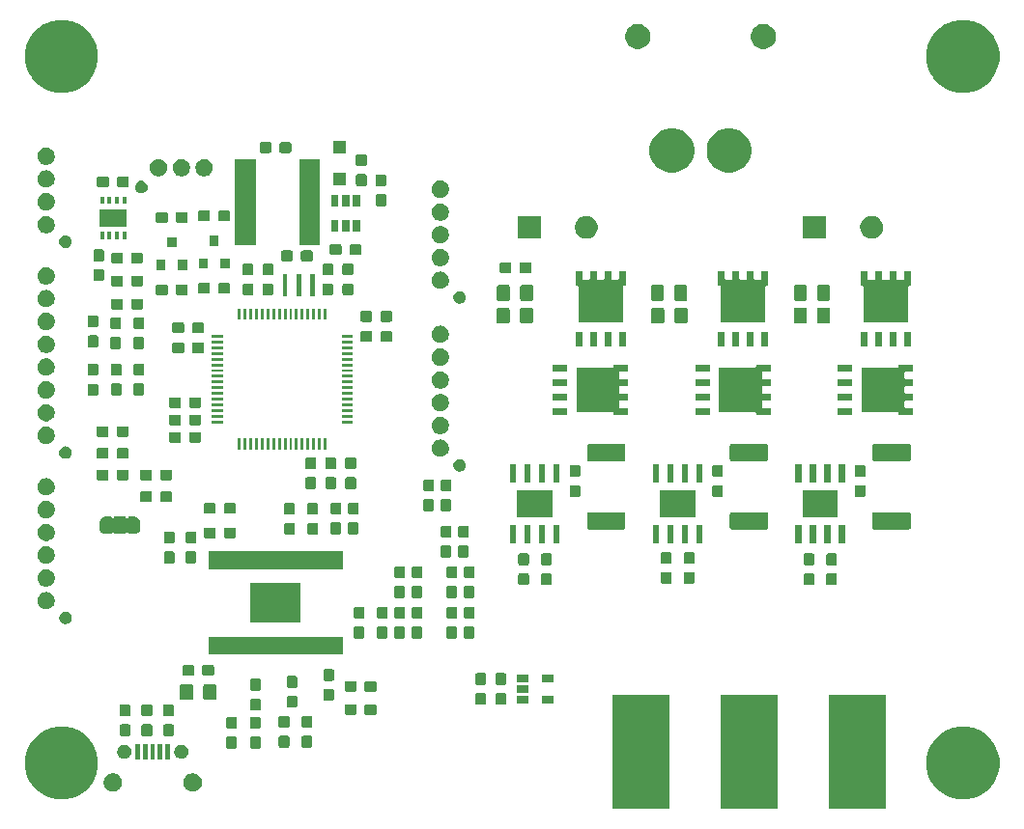
<source format=gbr>
G04 #@! TF.GenerationSoftware,KiCad,Pcbnew,5.1.0-060a0da~80~ubuntu18.04.1*
G04 #@! TF.CreationDate,2019-03-23T20:15:35+08:00*
G04 #@! TF.ProjectId,AgriESC,41677269-4553-4432-9e6b-696361645f70,rev?*
G04 #@! TF.SameCoordinates,Original*
G04 #@! TF.FileFunction,Soldermask,Top*
G04 #@! TF.FilePolarity,Negative*
%FSLAX46Y46*%
G04 Gerber Fmt 4.6, Leading zero omitted, Abs format (unit mm)*
G04 Created by KiCad (PCBNEW 5.1.0-060a0da~80~ubuntu18.04.1) date 2019-03-23 20:15:35*
%MOMM*%
%LPD*%
G04 APERTURE LIST*
%ADD10C,0.100000*%
G04 APERTURE END LIST*
D10*
G36*
X188250000Y-136000000D02*
G01*
X183250000Y-136000000D01*
X183250000Y-126000000D01*
X188250000Y-126000000D01*
X188250000Y-136000000D01*
X188250000Y-136000000D01*
G37*
G36*
X178750000Y-136000000D02*
G01*
X173750000Y-136000000D01*
X173750000Y-126000000D01*
X178750000Y-126000000D01*
X178750000Y-136000000D01*
X178750000Y-136000000D01*
G37*
G36*
X169250000Y-136000000D02*
G01*
X164250000Y-136000000D01*
X164250000Y-126000000D01*
X169250000Y-126000000D01*
X169250000Y-136000000D01*
X169250000Y-136000000D01*
G37*
G36*
X116933404Y-128922974D02*
G01*
X117515767Y-129164196D01*
X117515768Y-129164197D01*
X118039881Y-129514398D01*
X118485602Y-129960119D01*
X118636710Y-130186268D01*
X118835804Y-130484233D01*
X119077026Y-131066596D01*
X119200000Y-131684826D01*
X119200000Y-132315174D01*
X119077026Y-132933404D01*
X118835804Y-133515767D01*
X118719599Y-133689679D01*
X118485602Y-134039881D01*
X118039881Y-134485602D01*
X117786381Y-134654985D01*
X117515767Y-134835804D01*
X116933404Y-135077026D01*
X116315174Y-135200000D01*
X115684826Y-135200000D01*
X115066596Y-135077026D01*
X114484233Y-134835804D01*
X114213619Y-134654985D01*
X113960119Y-134485602D01*
X113514398Y-134039881D01*
X113280401Y-133689679D01*
X113164196Y-133515767D01*
X112922974Y-132933404D01*
X112800000Y-132315174D01*
X112800000Y-131684826D01*
X112922974Y-131066596D01*
X113164196Y-130484233D01*
X113363290Y-130186268D01*
X113514398Y-129960119D01*
X113960119Y-129514398D01*
X114484232Y-129164197D01*
X114484233Y-129164196D01*
X115066596Y-128922974D01*
X115684826Y-128800000D01*
X116315174Y-128800000D01*
X116933404Y-128922974D01*
X116933404Y-128922974D01*
G37*
G36*
X195933404Y-128922974D02*
G01*
X196515767Y-129164196D01*
X196515768Y-129164197D01*
X197039881Y-129514398D01*
X197485602Y-129960119D01*
X197636710Y-130186268D01*
X197835804Y-130484233D01*
X198077026Y-131066596D01*
X198200000Y-131684826D01*
X198200000Y-132315174D01*
X198077026Y-132933404D01*
X197835804Y-133515767D01*
X197719599Y-133689679D01*
X197485602Y-134039881D01*
X197039881Y-134485602D01*
X196786381Y-134654985D01*
X196515767Y-134835804D01*
X195933404Y-135077026D01*
X195315174Y-135200000D01*
X194684826Y-135200000D01*
X194066596Y-135077026D01*
X193484233Y-134835804D01*
X193213619Y-134654985D01*
X192960119Y-134485602D01*
X192514398Y-134039881D01*
X192280401Y-133689679D01*
X192164196Y-133515767D01*
X191922974Y-132933404D01*
X191800000Y-132315174D01*
X191800000Y-131684826D01*
X191922974Y-131066596D01*
X192164196Y-130484233D01*
X192363290Y-130186268D01*
X192514398Y-129960119D01*
X192960119Y-129514398D01*
X193484232Y-129164197D01*
X193484233Y-129164196D01*
X194066596Y-128922974D01*
X194684826Y-128800000D01*
X195315174Y-128800000D01*
X195933404Y-128922974D01*
X195933404Y-128922974D01*
G37*
G36*
X120733351Y-132930743D02*
G01*
X120878941Y-132991048D01*
X121009970Y-133078599D01*
X121121401Y-133190030D01*
X121208952Y-133321059D01*
X121269257Y-133466649D01*
X121300000Y-133621206D01*
X121300000Y-133778794D01*
X121269257Y-133933351D01*
X121208952Y-134078941D01*
X121121401Y-134209970D01*
X121009970Y-134321401D01*
X120878941Y-134408952D01*
X120733351Y-134469257D01*
X120578794Y-134500000D01*
X120421206Y-134500000D01*
X120266649Y-134469257D01*
X120121059Y-134408952D01*
X119990030Y-134321401D01*
X119878599Y-134209970D01*
X119791048Y-134078941D01*
X119730743Y-133933351D01*
X119700000Y-133778794D01*
X119700000Y-133621206D01*
X119730743Y-133466649D01*
X119791048Y-133321059D01*
X119878599Y-133190030D01*
X119990030Y-133078599D01*
X120121059Y-132991048D01*
X120266649Y-132930743D01*
X120421206Y-132900000D01*
X120578794Y-132900000D01*
X120733351Y-132930743D01*
X120733351Y-132930743D01*
G37*
G36*
X127733351Y-132930743D02*
G01*
X127878941Y-132991048D01*
X128009970Y-133078599D01*
X128121401Y-133190030D01*
X128208952Y-133321059D01*
X128269257Y-133466649D01*
X128300000Y-133621206D01*
X128300000Y-133778794D01*
X128269257Y-133933351D01*
X128208952Y-134078941D01*
X128121401Y-134209970D01*
X128009970Y-134321401D01*
X127878941Y-134408952D01*
X127733351Y-134469257D01*
X127578794Y-134500000D01*
X127421206Y-134500000D01*
X127266649Y-134469257D01*
X127121059Y-134408952D01*
X126990030Y-134321401D01*
X126878599Y-134209970D01*
X126791048Y-134078941D01*
X126730743Y-133933351D01*
X126700000Y-133778794D01*
X126700000Y-133621206D01*
X126730743Y-133466649D01*
X126791048Y-133321059D01*
X126878599Y-133190030D01*
X126990030Y-133078599D01*
X127121059Y-132991048D01*
X127266649Y-132930743D01*
X127421206Y-132900000D01*
X127578794Y-132900000D01*
X127733351Y-132930743D01*
X127733351Y-132930743D01*
G37*
G36*
X124850000Y-131675000D02*
G01*
X124450000Y-131675000D01*
X124450000Y-130325000D01*
X124850000Y-130325000D01*
X124850000Y-131675000D01*
X124850000Y-131675000D01*
G37*
G36*
X124200000Y-131675000D02*
G01*
X123800000Y-131675000D01*
X123800000Y-130325000D01*
X124200000Y-130325000D01*
X124200000Y-131675000D01*
X124200000Y-131675000D01*
G37*
G36*
X123550000Y-131675000D02*
G01*
X123150000Y-131675000D01*
X123150000Y-130325000D01*
X123550000Y-130325000D01*
X123550000Y-131675000D01*
X123550000Y-131675000D01*
G37*
G36*
X122900000Y-131675000D02*
G01*
X122500000Y-131675000D01*
X122500000Y-130325000D01*
X122900000Y-130325000D01*
X122900000Y-131675000D01*
X122900000Y-131675000D01*
G37*
G36*
X125500000Y-131675000D02*
G01*
X125100000Y-131675000D01*
X125100000Y-130325000D01*
X125500000Y-130325000D01*
X125500000Y-131675000D01*
X125500000Y-131675000D01*
G37*
G36*
X121682306Y-130399018D02*
G01*
X121796047Y-130446131D01*
X121898413Y-130514530D01*
X121985470Y-130601587D01*
X122053869Y-130703953D01*
X122100982Y-130817694D01*
X122125000Y-130938442D01*
X122125000Y-131061558D01*
X122100982Y-131182306D01*
X122053869Y-131296047D01*
X121985470Y-131398413D01*
X121898413Y-131485470D01*
X121796047Y-131553869D01*
X121682306Y-131600982D01*
X121561558Y-131625000D01*
X121438442Y-131625000D01*
X121317694Y-131600982D01*
X121203953Y-131553869D01*
X121101587Y-131485470D01*
X121014530Y-131398413D01*
X120946131Y-131296047D01*
X120899018Y-131182306D01*
X120875000Y-131061558D01*
X120875000Y-130938442D01*
X120899018Y-130817694D01*
X120946131Y-130703953D01*
X121014530Y-130601587D01*
X121101587Y-130514530D01*
X121203953Y-130446131D01*
X121317694Y-130399018D01*
X121438442Y-130375000D01*
X121561558Y-130375000D01*
X121682306Y-130399018D01*
X121682306Y-130399018D01*
G37*
G36*
X126682306Y-130399018D02*
G01*
X126796047Y-130446131D01*
X126898413Y-130514530D01*
X126985470Y-130601587D01*
X127053869Y-130703953D01*
X127100982Y-130817694D01*
X127125000Y-130938442D01*
X127125000Y-131061558D01*
X127100982Y-131182306D01*
X127053869Y-131296047D01*
X126985470Y-131398413D01*
X126898413Y-131485470D01*
X126796047Y-131553869D01*
X126682306Y-131600982D01*
X126561558Y-131625000D01*
X126438442Y-131625000D01*
X126317694Y-131600982D01*
X126203953Y-131553869D01*
X126101587Y-131485470D01*
X126014530Y-131398413D01*
X125946131Y-131296047D01*
X125899018Y-131182306D01*
X125875000Y-131061558D01*
X125875000Y-130938442D01*
X125899018Y-130817694D01*
X125946131Y-130703953D01*
X126014530Y-130601587D01*
X126101587Y-130514530D01*
X126203953Y-130446131D01*
X126317694Y-130399018D01*
X126438442Y-130375000D01*
X126561558Y-130375000D01*
X126682306Y-130399018D01*
X126682306Y-130399018D01*
G37*
G36*
X131234024Y-129685955D02*
G01*
X131266738Y-129695879D01*
X131296885Y-129711993D01*
X131323315Y-129733685D01*
X131345007Y-129760115D01*
X131361121Y-129790262D01*
X131371045Y-129822976D01*
X131375000Y-129863138D01*
X131375000Y-130550862D01*
X131371045Y-130591024D01*
X131361121Y-130623738D01*
X131345007Y-130653885D01*
X131323315Y-130680315D01*
X131296885Y-130702007D01*
X131266738Y-130718121D01*
X131234024Y-130728045D01*
X131193862Y-130732000D01*
X130606138Y-130732000D01*
X130565976Y-130728045D01*
X130533262Y-130718121D01*
X130503115Y-130702007D01*
X130476685Y-130680315D01*
X130454993Y-130653885D01*
X130438879Y-130623738D01*
X130428955Y-130591024D01*
X130425000Y-130550862D01*
X130425000Y-129863138D01*
X130428955Y-129822976D01*
X130438879Y-129790262D01*
X130454993Y-129760115D01*
X130476685Y-129733685D01*
X130503115Y-129711993D01*
X130533262Y-129695879D01*
X130565976Y-129685955D01*
X130606138Y-129682000D01*
X131193862Y-129682000D01*
X131234024Y-129685955D01*
X131234024Y-129685955D01*
G37*
G36*
X133334024Y-129685955D02*
G01*
X133366738Y-129695879D01*
X133396885Y-129711993D01*
X133423315Y-129733685D01*
X133445007Y-129760115D01*
X133461121Y-129790262D01*
X133471045Y-129822976D01*
X133475000Y-129863138D01*
X133475000Y-130550862D01*
X133471045Y-130591024D01*
X133461121Y-130623738D01*
X133445007Y-130653885D01*
X133423315Y-130680315D01*
X133396885Y-130702007D01*
X133366738Y-130718121D01*
X133334024Y-130728045D01*
X133293862Y-130732000D01*
X132706138Y-130732000D01*
X132665976Y-130728045D01*
X132633262Y-130718121D01*
X132603115Y-130702007D01*
X132576685Y-130680315D01*
X132554993Y-130653885D01*
X132538879Y-130623738D01*
X132528955Y-130591024D01*
X132525000Y-130550862D01*
X132525000Y-129863138D01*
X132528955Y-129822976D01*
X132538879Y-129790262D01*
X132554993Y-129760115D01*
X132576685Y-129733685D01*
X132603115Y-129711993D01*
X132633262Y-129695879D01*
X132665976Y-129685955D01*
X132706138Y-129682000D01*
X133293862Y-129682000D01*
X133334024Y-129685955D01*
X133334024Y-129685955D01*
G37*
G36*
X137834024Y-129603955D02*
G01*
X137866738Y-129613879D01*
X137896885Y-129629993D01*
X137923315Y-129651685D01*
X137945007Y-129678115D01*
X137961121Y-129708262D01*
X137971045Y-129740976D01*
X137975000Y-129781138D01*
X137975000Y-130468862D01*
X137971045Y-130509024D01*
X137961121Y-130541738D01*
X137945007Y-130571885D01*
X137923315Y-130598315D01*
X137896885Y-130620007D01*
X137866738Y-130636121D01*
X137834024Y-130646045D01*
X137793862Y-130650000D01*
X137206138Y-130650000D01*
X137165976Y-130646045D01*
X137133262Y-130636121D01*
X137103115Y-130620007D01*
X137076685Y-130598315D01*
X137054993Y-130571885D01*
X137038879Y-130541738D01*
X137028955Y-130509024D01*
X137025000Y-130468862D01*
X137025000Y-129781138D01*
X137028955Y-129740976D01*
X137038879Y-129708262D01*
X137054993Y-129678115D01*
X137076685Y-129651685D01*
X137103115Y-129629993D01*
X137133262Y-129613879D01*
X137165976Y-129603955D01*
X137206138Y-129600000D01*
X137793862Y-129600000D01*
X137834024Y-129603955D01*
X137834024Y-129603955D01*
G37*
G36*
X135834024Y-129603955D02*
G01*
X135866738Y-129613879D01*
X135896885Y-129629993D01*
X135923315Y-129651685D01*
X135945007Y-129678115D01*
X135961121Y-129708262D01*
X135971045Y-129740976D01*
X135975000Y-129781138D01*
X135975000Y-130468862D01*
X135971045Y-130509024D01*
X135961121Y-130541738D01*
X135945007Y-130571885D01*
X135923315Y-130598315D01*
X135896885Y-130620007D01*
X135866738Y-130636121D01*
X135834024Y-130646045D01*
X135793862Y-130650000D01*
X135206138Y-130650000D01*
X135165976Y-130646045D01*
X135133262Y-130636121D01*
X135103115Y-130620007D01*
X135076685Y-130598315D01*
X135054993Y-130571885D01*
X135038879Y-130541738D01*
X135028955Y-130509024D01*
X135025000Y-130468862D01*
X135025000Y-129781138D01*
X135028955Y-129740976D01*
X135038879Y-129708262D01*
X135054993Y-129678115D01*
X135076685Y-129651685D01*
X135103115Y-129629993D01*
X135133262Y-129613879D01*
X135165976Y-129603955D01*
X135206138Y-129600000D01*
X135793862Y-129600000D01*
X135834024Y-129603955D01*
X135834024Y-129603955D01*
G37*
G36*
X121907024Y-128593955D02*
G01*
X121939738Y-128603879D01*
X121969885Y-128619993D01*
X121996315Y-128641685D01*
X122018007Y-128668115D01*
X122034121Y-128698262D01*
X122044045Y-128730976D01*
X122048000Y-128771138D01*
X122048000Y-129458862D01*
X122044045Y-129499024D01*
X122034121Y-129531738D01*
X122018007Y-129561885D01*
X121996315Y-129588315D01*
X121969885Y-129610007D01*
X121939738Y-129626121D01*
X121907024Y-129636045D01*
X121866862Y-129640000D01*
X121279138Y-129640000D01*
X121238976Y-129636045D01*
X121206262Y-129626121D01*
X121176115Y-129610007D01*
X121149685Y-129588315D01*
X121127993Y-129561885D01*
X121111879Y-129531738D01*
X121101955Y-129499024D01*
X121098000Y-129458862D01*
X121098000Y-128771138D01*
X121101955Y-128730976D01*
X121111879Y-128698262D01*
X121127993Y-128668115D01*
X121149685Y-128641685D01*
X121176115Y-128619993D01*
X121206262Y-128603879D01*
X121238976Y-128593955D01*
X121279138Y-128590000D01*
X121866862Y-128590000D01*
X121907024Y-128593955D01*
X121907024Y-128593955D01*
G37*
G36*
X125717024Y-128593955D02*
G01*
X125749738Y-128603879D01*
X125779885Y-128619993D01*
X125806315Y-128641685D01*
X125828007Y-128668115D01*
X125844121Y-128698262D01*
X125854045Y-128730976D01*
X125858000Y-128771138D01*
X125858000Y-129458862D01*
X125854045Y-129499024D01*
X125844121Y-129531738D01*
X125828007Y-129561885D01*
X125806315Y-129588315D01*
X125779885Y-129610007D01*
X125749738Y-129626121D01*
X125717024Y-129636045D01*
X125676862Y-129640000D01*
X125089138Y-129640000D01*
X125048976Y-129636045D01*
X125016262Y-129626121D01*
X124986115Y-129610007D01*
X124959685Y-129588315D01*
X124937993Y-129561885D01*
X124921879Y-129531738D01*
X124911955Y-129499024D01*
X124908000Y-129458862D01*
X124908000Y-128771138D01*
X124911955Y-128730976D01*
X124921879Y-128698262D01*
X124937993Y-128668115D01*
X124959685Y-128641685D01*
X124986115Y-128619993D01*
X125016262Y-128603879D01*
X125048976Y-128593955D01*
X125089138Y-128590000D01*
X125676862Y-128590000D01*
X125717024Y-128593955D01*
X125717024Y-128593955D01*
G37*
G36*
X123812024Y-128593955D02*
G01*
X123844738Y-128603879D01*
X123874885Y-128619993D01*
X123901315Y-128641685D01*
X123923007Y-128668115D01*
X123939121Y-128698262D01*
X123949045Y-128730976D01*
X123953000Y-128771138D01*
X123953000Y-129458862D01*
X123949045Y-129499024D01*
X123939121Y-129531738D01*
X123923007Y-129561885D01*
X123901315Y-129588315D01*
X123874885Y-129610007D01*
X123844738Y-129626121D01*
X123812024Y-129636045D01*
X123771862Y-129640000D01*
X123184138Y-129640000D01*
X123143976Y-129636045D01*
X123111262Y-129626121D01*
X123081115Y-129610007D01*
X123054685Y-129588315D01*
X123032993Y-129561885D01*
X123016879Y-129531738D01*
X123006955Y-129499024D01*
X123003000Y-129458862D01*
X123003000Y-128771138D01*
X123006955Y-128730976D01*
X123016879Y-128698262D01*
X123032993Y-128668115D01*
X123054685Y-128641685D01*
X123081115Y-128619993D01*
X123111262Y-128603879D01*
X123143976Y-128593955D01*
X123184138Y-128590000D01*
X123771862Y-128590000D01*
X123812024Y-128593955D01*
X123812024Y-128593955D01*
G37*
G36*
X133334024Y-127935955D02*
G01*
X133366738Y-127945879D01*
X133396885Y-127961993D01*
X133423315Y-127983685D01*
X133445007Y-128010115D01*
X133461121Y-128040262D01*
X133471045Y-128072976D01*
X133475000Y-128113138D01*
X133475000Y-128800862D01*
X133471045Y-128841024D01*
X133461121Y-128873738D01*
X133445007Y-128903885D01*
X133423315Y-128930315D01*
X133396885Y-128952007D01*
X133366738Y-128968121D01*
X133334024Y-128978045D01*
X133293862Y-128982000D01*
X132706138Y-128982000D01*
X132665976Y-128978045D01*
X132633262Y-128968121D01*
X132603115Y-128952007D01*
X132576685Y-128930315D01*
X132554993Y-128903885D01*
X132538879Y-128873738D01*
X132528955Y-128841024D01*
X132525000Y-128800862D01*
X132525000Y-128113138D01*
X132528955Y-128072976D01*
X132538879Y-128040262D01*
X132554993Y-128010115D01*
X132576685Y-127983685D01*
X132603115Y-127961993D01*
X132633262Y-127945879D01*
X132665976Y-127935955D01*
X132706138Y-127932000D01*
X133293862Y-127932000D01*
X133334024Y-127935955D01*
X133334024Y-127935955D01*
G37*
G36*
X131234024Y-127935955D02*
G01*
X131266738Y-127945879D01*
X131296885Y-127961993D01*
X131323315Y-127983685D01*
X131345007Y-128010115D01*
X131361121Y-128040262D01*
X131371045Y-128072976D01*
X131375000Y-128113138D01*
X131375000Y-128800862D01*
X131371045Y-128841024D01*
X131361121Y-128873738D01*
X131345007Y-128903885D01*
X131323315Y-128930315D01*
X131296885Y-128952007D01*
X131266738Y-128968121D01*
X131234024Y-128978045D01*
X131193862Y-128982000D01*
X130606138Y-128982000D01*
X130565976Y-128978045D01*
X130533262Y-128968121D01*
X130503115Y-128952007D01*
X130476685Y-128930315D01*
X130454993Y-128903885D01*
X130438879Y-128873738D01*
X130428955Y-128841024D01*
X130425000Y-128800862D01*
X130425000Y-128113138D01*
X130428955Y-128072976D01*
X130438879Y-128040262D01*
X130454993Y-128010115D01*
X130476685Y-127983685D01*
X130503115Y-127961993D01*
X130533262Y-127945879D01*
X130565976Y-127935955D01*
X130606138Y-127932000D01*
X131193862Y-127932000D01*
X131234024Y-127935955D01*
X131234024Y-127935955D01*
G37*
G36*
X137834024Y-127853955D02*
G01*
X137866738Y-127863879D01*
X137896885Y-127879993D01*
X137923315Y-127901685D01*
X137945007Y-127928115D01*
X137961121Y-127958262D01*
X137971045Y-127990976D01*
X137975000Y-128031138D01*
X137975000Y-128718862D01*
X137971045Y-128759024D01*
X137961121Y-128791738D01*
X137945007Y-128821885D01*
X137923315Y-128848315D01*
X137896885Y-128870007D01*
X137866738Y-128886121D01*
X137834024Y-128896045D01*
X137793862Y-128900000D01*
X137206138Y-128900000D01*
X137165976Y-128896045D01*
X137133262Y-128886121D01*
X137103115Y-128870007D01*
X137076685Y-128848315D01*
X137054993Y-128821885D01*
X137038879Y-128791738D01*
X137028955Y-128759024D01*
X137025000Y-128718862D01*
X137025000Y-128031138D01*
X137028955Y-127990976D01*
X137038879Y-127958262D01*
X137054993Y-127928115D01*
X137076685Y-127901685D01*
X137103115Y-127879993D01*
X137133262Y-127863879D01*
X137165976Y-127853955D01*
X137206138Y-127850000D01*
X137793862Y-127850000D01*
X137834024Y-127853955D01*
X137834024Y-127853955D01*
G37*
G36*
X135834024Y-127853955D02*
G01*
X135866738Y-127863879D01*
X135896885Y-127879993D01*
X135923315Y-127901685D01*
X135945007Y-127928115D01*
X135961121Y-127958262D01*
X135971045Y-127990976D01*
X135975000Y-128031138D01*
X135975000Y-128718862D01*
X135971045Y-128759024D01*
X135961121Y-128791738D01*
X135945007Y-128821885D01*
X135923315Y-128848315D01*
X135896885Y-128870007D01*
X135866738Y-128886121D01*
X135834024Y-128896045D01*
X135793862Y-128900000D01*
X135206138Y-128900000D01*
X135165976Y-128896045D01*
X135133262Y-128886121D01*
X135103115Y-128870007D01*
X135076685Y-128848315D01*
X135054993Y-128821885D01*
X135038879Y-128791738D01*
X135028955Y-128759024D01*
X135025000Y-128718862D01*
X135025000Y-128031138D01*
X135028955Y-127990976D01*
X135038879Y-127958262D01*
X135054993Y-127928115D01*
X135076685Y-127901685D01*
X135103115Y-127879993D01*
X135133262Y-127863879D01*
X135165976Y-127853955D01*
X135206138Y-127850000D01*
X135793862Y-127850000D01*
X135834024Y-127853955D01*
X135834024Y-127853955D01*
G37*
G36*
X121907024Y-126843955D02*
G01*
X121939738Y-126853879D01*
X121969885Y-126869993D01*
X121996315Y-126891685D01*
X122018007Y-126918115D01*
X122034121Y-126948262D01*
X122044045Y-126980976D01*
X122048000Y-127021138D01*
X122048000Y-127708862D01*
X122044045Y-127749024D01*
X122034121Y-127781738D01*
X122018007Y-127811885D01*
X121996315Y-127838315D01*
X121969885Y-127860007D01*
X121939738Y-127876121D01*
X121907024Y-127886045D01*
X121866862Y-127890000D01*
X121279138Y-127890000D01*
X121238976Y-127886045D01*
X121206262Y-127876121D01*
X121176115Y-127860007D01*
X121149685Y-127838315D01*
X121127993Y-127811885D01*
X121111879Y-127781738D01*
X121101955Y-127749024D01*
X121098000Y-127708862D01*
X121098000Y-127021138D01*
X121101955Y-126980976D01*
X121111879Y-126948262D01*
X121127993Y-126918115D01*
X121149685Y-126891685D01*
X121176115Y-126869993D01*
X121206262Y-126853879D01*
X121238976Y-126843955D01*
X121279138Y-126840000D01*
X121866862Y-126840000D01*
X121907024Y-126843955D01*
X121907024Y-126843955D01*
G37*
G36*
X123812024Y-126843955D02*
G01*
X123844738Y-126853879D01*
X123874885Y-126869993D01*
X123901315Y-126891685D01*
X123923007Y-126918115D01*
X123939121Y-126948262D01*
X123949045Y-126980976D01*
X123953000Y-127021138D01*
X123953000Y-127708862D01*
X123949045Y-127749024D01*
X123939121Y-127781738D01*
X123923007Y-127811885D01*
X123901315Y-127838315D01*
X123874885Y-127860007D01*
X123844738Y-127876121D01*
X123812024Y-127886045D01*
X123771862Y-127890000D01*
X123184138Y-127890000D01*
X123143976Y-127886045D01*
X123111262Y-127876121D01*
X123081115Y-127860007D01*
X123054685Y-127838315D01*
X123032993Y-127811885D01*
X123016879Y-127781738D01*
X123006955Y-127749024D01*
X123003000Y-127708862D01*
X123003000Y-127021138D01*
X123006955Y-126980976D01*
X123016879Y-126948262D01*
X123032993Y-126918115D01*
X123054685Y-126891685D01*
X123081115Y-126869993D01*
X123111262Y-126853879D01*
X123143976Y-126843955D01*
X123184138Y-126840000D01*
X123771862Y-126840000D01*
X123812024Y-126843955D01*
X123812024Y-126843955D01*
G37*
G36*
X125717024Y-126843955D02*
G01*
X125749738Y-126853879D01*
X125779885Y-126869993D01*
X125806315Y-126891685D01*
X125828007Y-126918115D01*
X125844121Y-126948262D01*
X125854045Y-126980976D01*
X125858000Y-127021138D01*
X125858000Y-127708862D01*
X125854045Y-127749024D01*
X125844121Y-127781738D01*
X125828007Y-127811885D01*
X125806315Y-127838315D01*
X125779885Y-127860007D01*
X125749738Y-127876121D01*
X125717024Y-127886045D01*
X125676862Y-127890000D01*
X125089138Y-127890000D01*
X125048976Y-127886045D01*
X125016262Y-127876121D01*
X124986115Y-127860007D01*
X124959685Y-127838315D01*
X124937993Y-127811885D01*
X124921879Y-127781738D01*
X124911955Y-127749024D01*
X124908000Y-127708862D01*
X124908000Y-127021138D01*
X124911955Y-126980976D01*
X124921879Y-126948262D01*
X124937993Y-126918115D01*
X124959685Y-126891685D01*
X124986115Y-126869993D01*
X125016262Y-126853879D01*
X125048976Y-126843955D01*
X125089138Y-126840000D01*
X125676862Y-126840000D01*
X125717024Y-126843955D01*
X125717024Y-126843955D01*
G37*
G36*
X143476024Y-126828955D02*
G01*
X143508738Y-126838879D01*
X143538885Y-126854993D01*
X143565315Y-126876685D01*
X143587007Y-126903115D01*
X143603121Y-126933262D01*
X143613045Y-126965976D01*
X143617000Y-127006138D01*
X143617000Y-127593862D01*
X143613045Y-127634024D01*
X143603121Y-127666738D01*
X143587007Y-127696885D01*
X143565315Y-127723315D01*
X143538885Y-127745007D01*
X143508738Y-127761121D01*
X143476024Y-127771045D01*
X143435862Y-127775000D01*
X142748138Y-127775000D01*
X142707976Y-127771045D01*
X142675262Y-127761121D01*
X142645115Y-127745007D01*
X142618685Y-127723315D01*
X142596993Y-127696885D01*
X142580879Y-127666738D01*
X142570955Y-127634024D01*
X142567000Y-127593862D01*
X142567000Y-127006138D01*
X142570955Y-126965976D01*
X142580879Y-126933262D01*
X142596993Y-126903115D01*
X142618685Y-126876685D01*
X142645115Y-126854993D01*
X142675262Y-126838879D01*
X142707976Y-126828955D01*
X142748138Y-126825000D01*
X143435862Y-126825000D01*
X143476024Y-126828955D01*
X143476024Y-126828955D01*
G37*
G36*
X141726024Y-126828955D02*
G01*
X141758738Y-126838879D01*
X141788885Y-126854993D01*
X141815315Y-126876685D01*
X141837007Y-126903115D01*
X141853121Y-126933262D01*
X141863045Y-126965976D01*
X141867000Y-127006138D01*
X141867000Y-127593862D01*
X141863045Y-127634024D01*
X141853121Y-127666738D01*
X141837007Y-127696885D01*
X141815315Y-127723315D01*
X141788885Y-127745007D01*
X141758738Y-127761121D01*
X141726024Y-127771045D01*
X141685862Y-127775000D01*
X140998138Y-127775000D01*
X140957976Y-127771045D01*
X140925262Y-127761121D01*
X140895115Y-127745007D01*
X140868685Y-127723315D01*
X140846993Y-127696885D01*
X140830879Y-127666738D01*
X140820955Y-127634024D01*
X140817000Y-127593862D01*
X140817000Y-127006138D01*
X140820955Y-126965976D01*
X140830879Y-126933262D01*
X140846993Y-126903115D01*
X140868685Y-126876685D01*
X140895115Y-126854993D01*
X140925262Y-126838879D01*
X140957976Y-126828955D01*
X140998138Y-126825000D01*
X141685862Y-126825000D01*
X141726024Y-126828955D01*
X141726024Y-126828955D01*
G37*
G36*
X133334024Y-126353955D02*
G01*
X133366738Y-126363879D01*
X133396885Y-126379993D01*
X133423315Y-126401685D01*
X133445007Y-126428115D01*
X133461121Y-126458262D01*
X133471045Y-126490976D01*
X133475000Y-126531138D01*
X133475000Y-127218862D01*
X133471045Y-127259024D01*
X133461121Y-127291738D01*
X133445007Y-127321885D01*
X133423315Y-127348315D01*
X133396885Y-127370007D01*
X133366738Y-127386121D01*
X133334024Y-127396045D01*
X133293862Y-127400000D01*
X132706138Y-127400000D01*
X132665976Y-127396045D01*
X132633262Y-127386121D01*
X132603115Y-127370007D01*
X132576685Y-127348315D01*
X132554993Y-127321885D01*
X132538879Y-127291738D01*
X132528955Y-127259024D01*
X132525000Y-127218862D01*
X132525000Y-126531138D01*
X132528955Y-126490976D01*
X132538879Y-126458262D01*
X132554993Y-126428115D01*
X132576685Y-126401685D01*
X132603115Y-126379993D01*
X132633262Y-126363879D01*
X132665976Y-126353955D01*
X132706138Y-126350000D01*
X133293862Y-126350000D01*
X133334024Y-126353955D01*
X133334024Y-126353955D01*
G37*
G36*
X136534024Y-126103955D02*
G01*
X136566738Y-126113879D01*
X136596885Y-126129993D01*
X136623315Y-126151685D01*
X136645007Y-126178115D01*
X136661121Y-126208262D01*
X136671045Y-126240976D01*
X136675000Y-126281138D01*
X136675000Y-126968862D01*
X136671045Y-127009024D01*
X136661121Y-127041738D01*
X136645007Y-127071885D01*
X136623315Y-127098315D01*
X136596885Y-127120007D01*
X136566738Y-127136121D01*
X136534024Y-127146045D01*
X136493862Y-127150000D01*
X135906138Y-127150000D01*
X135865976Y-127146045D01*
X135833262Y-127136121D01*
X135803115Y-127120007D01*
X135776685Y-127098315D01*
X135754993Y-127071885D01*
X135738879Y-127041738D01*
X135728955Y-127009024D01*
X135725000Y-126968862D01*
X135725000Y-126281138D01*
X135728955Y-126240976D01*
X135738879Y-126208262D01*
X135754993Y-126178115D01*
X135776685Y-126151685D01*
X135803115Y-126129993D01*
X135833262Y-126113879D01*
X135865976Y-126103955D01*
X135906138Y-126100000D01*
X136493862Y-126100000D01*
X136534024Y-126103955D01*
X136534024Y-126103955D01*
G37*
G36*
X154834024Y-125853955D02*
G01*
X154866738Y-125863879D01*
X154896885Y-125879993D01*
X154923315Y-125901685D01*
X154945007Y-125928115D01*
X154961121Y-125958262D01*
X154971045Y-125990976D01*
X154975000Y-126031138D01*
X154975000Y-126718862D01*
X154971045Y-126759024D01*
X154961121Y-126791738D01*
X154945007Y-126821885D01*
X154923315Y-126848315D01*
X154896885Y-126870007D01*
X154866738Y-126886121D01*
X154834024Y-126896045D01*
X154793862Y-126900000D01*
X154206138Y-126900000D01*
X154165976Y-126896045D01*
X154133262Y-126886121D01*
X154103115Y-126870007D01*
X154076685Y-126848315D01*
X154054993Y-126821885D01*
X154038879Y-126791738D01*
X154028955Y-126759024D01*
X154025000Y-126718862D01*
X154025000Y-126031138D01*
X154028955Y-125990976D01*
X154038879Y-125958262D01*
X154054993Y-125928115D01*
X154076685Y-125901685D01*
X154103115Y-125879993D01*
X154133262Y-125863879D01*
X154165976Y-125853955D01*
X154206138Y-125850000D01*
X154793862Y-125850000D01*
X154834024Y-125853955D01*
X154834024Y-125853955D01*
G37*
G36*
X153084024Y-125853955D02*
G01*
X153116738Y-125863879D01*
X153146885Y-125879993D01*
X153173315Y-125901685D01*
X153195007Y-125928115D01*
X153211121Y-125958262D01*
X153221045Y-125990976D01*
X153225000Y-126031138D01*
X153225000Y-126718862D01*
X153221045Y-126759024D01*
X153211121Y-126791738D01*
X153195007Y-126821885D01*
X153173315Y-126848315D01*
X153146885Y-126870007D01*
X153116738Y-126886121D01*
X153084024Y-126896045D01*
X153043862Y-126900000D01*
X152456138Y-126900000D01*
X152415976Y-126896045D01*
X152383262Y-126886121D01*
X152353115Y-126870007D01*
X152326685Y-126848315D01*
X152304993Y-126821885D01*
X152288879Y-126791738D01*
X152278955Y-126759024D01*
X152275000Y-126718862D01*
X152275000Y-126031138D01*
X152278955Y-125990976D01*
X152288879Y-125958262D01*
X152304993Y-125928115D01*
X152326685Y-125901685D01*
X152353115Y-125879993D01*
X152383262Y-125863879D01*
X152415976Y-125853955D01*
X152456138Y-125850000D01*
X153043862Y-125850000D01*
X153084024Y-125853955D01*
X153084024Y-125853955D01*
G37*
G36*
X159130000Y-126775000D02*
G01*
X158070000Y-126775000D01*
X158070000Y-126125000D01*
X159130000Y-126125000D01*
X159130000Y-126775000D01*
X159130000Y-126775000D01*
G37*
G36*
X156930000Y-126775000D02*
G01*
X155870000Y-126775000D01*
X155870000Y-126125000D01*
X156930000Y-126125000D01*
X156930000Y-126775000D01*
X156930000Y-126775000D01*
G37*
G36*
X139743024Y-125494955D02*
G01*
X139775738Y-125504879D01*
X139805885Y-125520993D01*
X139832315Y-125542685D01*
X139854007Y-125569115D01*
X139870121Y-125599262D01*
X139880045Y-125631976D01*
X139884000Y-125672138D01*
X139884000Y-126359862D01*
X139880045Y-126400024D01*
X139870121Y-126432738D01*
X139854007Y-126462885D01*
X139832315Y-126489315D01*
X139805885Y-126511007D01*
X139775738Y-126527121D01*
X139743024Y-126537045D01*
X139702862Y-126541000D01*
X139115138Y-126541000D01*
X139074976Y-126537045D01*
X139042262Y-126527121D01*
X139012115Y-126511007D01*
X138985685Y-126489315D01*
X138963993Y-126462885D01*
X138947879Y-126432738D01*
X138937955Y-126400024D01*
X138934000Y-126359862D01*
X138934000Y-125672138D01*
X138937955Y-125631976D01*
X138947879Y-125599262D01*
X138963993Y-125569115D01*
X138985685Y-125542685D01*
X139012115Y-125520993D01*
X139042262Y-125504879D01*
X139074976Y-125494955D01*
X139115138Y-125491000D01*
X139702862Y-125491000D01*
X139743024Y-125494955D01*
X139743024Y-125494955D01*
G37*
G36*
X127384522Y-125080039D02*
G01*
X127418057Y-125090212D01*
X127448956Y-125106728D01*
X127476043Y-125128957D01*
X127498272Y-125156044D01*
X127514788Y-125186943D01*
X127524961Y-125220478D01*
X127529000Y-125261487D01*
X127529000Y-126290513D01*
X127524961Y-126331522D01*
X127514788Y-126365057D01*
X127498272Y-126395956D01*
X127476043Y-126423043D01*
X127448956Y-126445272D01*
X127418057Y-126461788D01*
X127384522Y-126471961D01*
X127343513Y-126476000D01*
X126564487Y-126476000D01*
X126523478Y-126471961D01*
X126489943Y-126461788D01*
X126459044Y-126445272D01*
X126431957Y-126423043D01*
X126409728Y-126395956D01*
X126393212Y-126365057D01*
X126383039Y-126331522D01*
X126379000Y-126290513D01*
X126379000Y-125261487D01*
X126383039Y-125220478D01*
X126393212Y-125186943D01*
X126409728Y-125156044D01*
X126431957Y-125128957D01*
X126459044Y-125106728D01*
X126489943Y-125090212D01*
X126523478Y-125080039D01*
X126564487Y-125076000D01*
X127343513Y-125076000D01*
X127384522Y-125080039D01*
X127384522Y-125080039D01*
G37*
G36*
X129434522Y-125080039D02*
G01*
X129468057Y-125090212D01*
X129498956Y-125106728D01*
X129526043Y-125128957D01*
X129548272Y-125156044D01*
X129564788Y-125186943D01*
X129574961Y-125220478D01*
X129579000Y-125261487D01*
X129579000Y-126290513D01*
X129574961Y-126331522D01*
X129564788Y-126365057D01*
X129548272Y-126395956D01*
X129526043Y-126423043D01*
X129498956Y-126445272D01*
X129468057Y-126461788D01*
X129434522Y-126471961D01*
X129393513Y-126476000D01*
X128614487Y-126476000D01*
X128573478Y-126471961D01*
X128539943Y-126461788D01*
X128509044Y-126445272D01*
X128481957Y-126423043D01*
X128459728Y-126395956D01*
X128443212Y-126365057D01*
X128433039Y-126331522D01*
X128429000Y-126290513D01*
X128429000Y-125261487D01*
X128433039Y-125220478D01*
X128443212Y-125186943D01*
X128459728Y-125156044D01*
X128481957Y-125128957D01*
X128509044Y-125106728D01*
X128539943Y-125090212D01*
X128573478Y-125080039D01*
X128614487Y-125076000D01*
X129393513Y-125076000D01*
X129434522Y-125080039D01*
X129434522Y-125080039D01*
G37*
G36*
X156930000Y-125825000D02*
G01*
X155870000Y-125825000D01*
X155870000Y-125175000D01*
X156930000Y-125175000D01*
X156930000Y-125825000D01*
X156930000Y-125825000D01*
G37*
G36*
X141726024Y-124796955D02*
G01*
X141758738Y-124806879D01*
X141788885Y-124822993D01*
X141815315Y-124844685D01*
X141837007Y-124871115D01*
X141853121Y-124901262D01*
X141863045Y-124933976D01*
X141867000Y-124974138D01*
X141867000Y-125561862D01*
X141863045Y-125602024D01*
X141853121Y-125634738D01*
X141837007Y-125664885D01*
X141815315Y-125691315D01*
X141788885Y-125713007D01*
X141758738Y-125729121D01*
X141726024Y-125739045D01*
X141685862Y-125743000D01*
X140998138Y-125743000D01*
X140957976Y-125739045D01*
X140925262Y-125729121D01*
X140895115Y-125713007D01*
X140868685Y-125691315D01*
X140846993Y-125664885D01*
X140830879Y-125634738D01*
X140820955Y-125602024D01*
X140817000Y-125561862D01*
X140817000Y-124974138D01*
X140820955Y-124933976D01*
X140830879Y-124901262D01*
X140846993Y-124871115D01*
X140868685Y-124844685D01*
X140895115Y-124822993D01*
X140925262Y-124806879D01*
X140957976Y-124796955D01*
X140998138Y-124793000D01*
X141685862Y-124793000D01*
X141726024Y-124796955D01*
X141726024Y-124796955D01*
G37*
G36*
X143476024Y-124796955D02*
G01*
X143508738Y-124806879D01*
X143538885Y-124822993D01*
X143565315Y-124844685D01*
X143587007Y-124871115D01*
X143603121Y-124901262D01*
X143613045Y-124933976D01*
X143617000Y-124974138D01*
X143617000Y-125561862D01*
X143613045Y-125602024D01*
X143603121Y-125634738D01*
X143587007Y-125664885D01*
X143565315Y-125691315D01*
X143538885Y-125713007D01*
X143508738Y-125729121D01*
X143476024Y-125739045D01*
X143435862Y-125743000D01*
X142748138Y-125743000D01*
X142707976Y-125739045D01*
X142675262Y-125729121D01*
X142645115Y-125713007D01*
X142618685Y-125691315D01*
X142596993Y-125664885D01*
X142580879Y-125634738D01*
X142570955Y-125602024D01*
X142567000Y-125561862D01*
X142567000Y-124974138D01*
X142570955Y-124933976D01*
X142580879Y-124901262D01*
X142596993Y-124871115D01*
X142618685Y-124844685D01*
X142645115Y-124822993D01*
X142675262Y-124806879D01*
X142707976Y-124796955D01*
X142748138Y-124793000D01*
X143435862Y-124793000D01*
X143476024Y-124796955D01*
X143476024Y-124796955D01*
G37*
G36*
X133334024Y-124603955D02*
G01*
X133366738Y-124613879D01*
X133396885Y-124629993D01*
X133423315Y-124651685D01*
X133445007Y-124678115D01*
X133461121Y-124708262D01*
X133471045Y-124740976D01*
X133475000Y-124781138D01*
X133475000Y-125468862D01*
X133471045Y-125509024D01*
X133461121Y-125541738D01*
X133445007Y-125571885D01*
X133423315Y-125598315D01*
X133396885Y-125620007D01*
X133366738Y-125636121D01*
X133334024Y-125646045D01*
X133293862Y-125650000D01*
X132706138Y-125650000D01*
X132665976Y-125646045D01*
X132633262Y-125636121D01*
X132603115Y-125620007D01*
X132576685Y-125598315D01*
X132554993Y-125571885D01*
X132538879Y-125541738D01*
X132528955Y-125509024D01*
X132525000Y-125468862D01*
X132525000Y-124781138D01*
X132528955Y-124740976D01*
X132538879Y-124708262D01*
X132554993Y-124678115D01*
X132576685Y-124651685D01*
X132603115Y-124629993D01*
X132633262Y-124613879D01*
X132665976Y-124603955D01*
X132706138Y-124600000D01*
X133293862Y-124600000D01*
X133334024Y-124603955D01*
X133334024Y-124603955D01*
G37*
G36*
X136534024Y-124353955D02*
G01*
X136566738Y-124363879D01*
X136596885Y-124379993D01*
X136623315Y-124401685D01*
X136645007Y-124428115D01*
X136661121Y-124458262D01*
X136671045Y-124490976D01*
X136675000Y-124531138D01*
X136675000Y-125218862D01*
X136671045Y-125259024D01*
X136661121Y-125291738D01*
X136645007Y-125321885D01*
X136623315Y-125348315D01*
X136596885Y-125370007D01*
X136566738Y-125386121D01*
X136534024Y-125396045D01*
X136493862Y-125400000D01*
X135906138Y-125400000D01*
X135865976Y-125396045D01*
X135833262Y-125386121D01*
X135803115Y-125370007D01*
X135776685Y-125348315D01*
X135754993Y-125321885D01*
X135738879Y-125291738D01*
X135728955Y-125259024D01*
X135725000Y-125218862D01*
X135725000Y-124531138D01*
X135728955Y-124490976D01*
X135738879Y-124458262D01*
X135754993Y-124428115D01*
X135776685Y-124401685D01*
X135803115Y-124379993D01*
X135833262Y-124363879D01*
X135865976Y-124353955D01*
X135906138Y-124350000D01*
X136493862Y-124350000D01*
X136534024Y-124353955D01*
X136534024Y-124353955D01*
G37*
G36*
X154834024Y-124103955D02*
G01*
X154866738Y-124113879D01*
X154896885Y-124129993D01*
X154923315Y-124151685D01*
X154945007Y-124178115D01*
X154961121Y-124208262D01*
X154971045Y-124240976D01*
X154975000Y-124281138D01*
X154975000Y-124968862D01*
X154971045Y-125009024D01*
X154961121Y-125041738D01*
X154945007Y-125071885D01*
X154923315Y-125098315D01*
X154896885Y-125120007D01*
X154866738Y-125136121D01*
X154834024Y-125146045D01*
X154793862Y-125150000D01*
X154206138Y-125150000D01*
X154165976Y-125146045D01*
X154133262Y-125136121D01*
X154103115Y-125120007D01*
X154076685Y-125098315D01*
X154054993Y-125071885D01*
X154038879Y-125041738D01*
X154028955Y-125009024D01*
X154025000Y-124968862D01*
X154025000Y-124281138D01*
X154028955Y-124240976D01*
X154038879Y-124208262D01*
X154054993Y-124178115D01*
X154076685Y-124151685D01*
X154103115Y-124129993D01*
X154133262Y-124113879D01*
X154165976Y-124103955D01*
X154206138Y-124100000D01*
X154793862Y-124100000D01*
X154834024Y-124103955D01*
X154834024Y-124103955D01*
G37*
G36*
X153084024Y-124103955D02*
G01*
X153116738Y-124113879D01*
X153146885Y-124129993D01*
X153173315Y-124151685D01*
X153195007Y-124178115D01*
X153211121Y-124208262D01*
X153221045Y-124240976D01*
X153225000Y-124281138D01*
X153225000Y-124968862D01*
X153221045Y-125009024D01*
X153211121Y-125041738D01*
X153195007Y-125071885D01*
X153173315Y-125098315D01*
X153146885Y-125120007D01*
X153116738Y-125136121D01*
X153084024Y-125146045D01*
X153043862Y-125150000D01*
X152456138Y-125150000D01*
X152415976Y-125146045D01*
X152383262Y-125136121D01*
X152353115Y-125120007D01*
X152326685Y-125098315D01*
X152304993Y-125071885D01*
X152288879Y-125041738D01*
X152278955Y-125009024D01*
X152275000Y-124968862D01*
X152275000Y-124281138D01*
X152278955Y-124240976D01*
X152288879Y-124208262D01*
X152304993Y-124178115D01*
X152326685Y-124151685D01*
X152353115Y-124129993D01*
X152383262Y-124113879D01*
X152415976Y-124103955D01*
X152456138Y-124100000D01*
X153043862Y-124100000D01*
X153084024Y-124103955D01*
X153084024Y-124103955D01*
G37*
G36*
X159130000Y-124875000D02*
G01*
X158070000Y-124875000D01*
X158070000Y-124225000D01*
X159130000Y-124225000D01*
X159130000Y-124875000D01*
X159130000Y-124875000D01*
G37*
G36*
X156930000Y-124875000D02*
G01*
X155870000Y-124875000D01*
X155870000Y-124225000D01*
X156930000Y-124225000D01*
X156930000Y-124875000D01*
X156930000Y-124875000D01*
G37*
G36*
X139743024Y-123744955D02*
G01*
X139775738Y-123754879D01*
X139805885Y-123770993D01*
X139832315Y-123792685D01*
X139854007Y-123819115D01*
X139870121Y-123849262D01*
X139880045Y-123881976D01*
X139884000Y-123922138D01*
X139884000Y-124609862D01*
X139880045Y-124650024D01*
X139870121Y-124682738D01*
X139854007Y-124712885D01*
X139832315Y-124739315D01*
X139805885Y-124761007D01*
X139775738Y-124777121D01*
X139743024Y-124787045D01*
X139702862Y-124791000D01*
X139115138Y-124791000D01*
X139074976Y-124787045D01*
X139042262Y-124777121D01*
X139012115Y-124761007D01*
X138985685Y-124739315D01*
X138963993Y-124712885D01*
X138947879Y-124682738D01*
X138937955Y-124650024D01*
X138934000Y-124609862D01*
X138934000Y-123922138D01*
X138937955Y-123881976D01*
X138947879Y-123849262D01*
X138963993Y-123819115D01*
X138985685Y-123792685D01*
X139012115Y-123770993D01*
X139042262Y-123754879D01*
X139074976Y-123744955D01*
X139115138Y-123741000D01*
X139702862Y-123741000D01*
X139743024Y-123744955D01*
X139743024Y-123744955D01*
G37*
G36*
X127488024Y-123399955D02*
G01*
X127520738Y-123409879D01*
X127550885Y-123425993D01*
X127577315Y-123447685D01*
X127599007Y-123474115D01*
X127615121Y-123504262D01*
X127625045Y-123536976D01*
X127629000Y-123577138D01*
X127629000Y-124164862D01*
X127625045Y-124205024D01*
X127615121Y-124237738D01*
X127599007Y-124267885D01*
X127577315Y-124294315D01*
X127550885Y-124316007D01*
X127520738Y-124332121D01*
X127488024Y-124342045D01*
X127447862Y-124346000D01*
X126760138Y-124346000D01*
X126719976Y-124342045D01*
X126687262Y-124332121D01*
X126657115Y-124316007D01*
X126630685Y-124294315D01*
X126608993Y-124267885D01*
X126592879Y-124237738D01*
X126582955Y-124205024D01*
X126579000Y-124164862D01*
X126579000Y-123577138D01*
X126582955Y-123536976D01*
X126592879Y-123504262D01*
X126608993Y-123474115D01*
X126630685Y-123447685D01*
X126657115Y-123425993D01*
X126687262Y-123409879D01*
X126719976Y-123399955D01*
X126760138Y-123396000D01*
X127447862Y-123396000D01*
X127488024Y-123399955D01*
X127488024Y-123399955D01*
G37*
G36*
X129238024Y-123399955D02*
G01*
X129270738Y-123409879D01*
X129300885Y-123425993D01*
X129327315Y-123447685D01*
X129349007Y-123474115D01*
X129365121Y-123504262D01*
X129375045Y-123536976D01*
X129379000Y-123577138D01*
X129379000Y-124164862D01*
X129375045Y-124205024D01*
X129365121Y-124237738D01*
X129349007Y-124267885D01*
X129327315Y-124294315D01*
X129300885Y-124316007D01*
X129270738Y-124332121D01*
X129238024Y-124342045D01*
X129197862Y-124346000D01*
X128510138Y-124346000D01*
X128469976Y-124342045D01*
X128437262Y-124332121D01*
X128407115Y-124316007D01*
X128380685Y-124294315D01*
X128358993Y-124267885D01*
X128342879Y-124237738D01*
X128332955Y-124205024D01*
X128329000Y-124164862D01*
X128329000Y-123577138D01*
X128332955Y-123536976D01*
X128342879Y-123504262D01*
X128358993Y-123474115D01*
X128380685Y-123447685D01*
X128407115Y-123425993D01*
X128437262Y-123409879D01*
X128469976Y-123399955D01*
X128510138Y-123396000D01*
X129197862Y-123396000D01*
X129238024Y-123399955D01*
X129238024Y-123399955D01*
G37*
G36*
X140664000Y-122471000D02*
G01*
X128864000Y-122471000D01*
X128864000Y-120921000D01*
X140664000Y-120921000D01*
X140664000Y-122471000D01*
X140664000Y-122471000D01*
G37*
G36*
X144442024Y-120033955D02*
G01*
X144474738Y-120043879D01*
X144504885Y-120059993D01*
X144531315Y-120081685D01*
X144553007Y-120108115D01*
X144569121Y-120138262D01*
X144579045Y-120170976D01*
X144583000Y-120211138D01*
X144583000Y-120898862D01*
X144579045Y-120939024D01*
X144569121Y-120971738D01*
X144553007Y-121001885D01*
X144531315Y-121028315D01*
X144504885Y-121050007D01*
X144474738Y-121066121D01*
X144442024Y-121076045D01*
X144401862Y-121080000D01*
X143814138Y-121080000D01*
X143773976Y-121076045D01*
X143741262Y-121066121D01*
X143711115Y-121050007D01*
X143684685Y-121028315D01*
X143662993Y-121001885D01*
X143646879Y-120971738D01*
X143636955Y-120939024D01*
X143633000Y-120898862D01*
X143633000Y-120211138D01*
X143636955Y-120170976D01*
X143646879Y-120138262D01*
X143662993Y-120108115D01*
X143684685Y-120081685D01*
X143711115Y-120059993D01*
X143741262Y-120043879D01*
X143773976Y-120033955D01*
X143814138Y-120030000D01*
X144401862Y-120030000D01*
X144442024Y-120033955D01*
X144442024Y-120033955D01*
G37*
G36*
X142410024Y-120033955D02*
G01*
X142442738Y-120043879D01*
X142472885Y-120059993D01*
X142499315Y-120081685D01*
X142521007Y-120108115D01*
X142537121Y-120138262D01*
X142547045Y-120170976D01*
X142551000Y-120211138D01*
X142551000Y-120898862D01*
X142547045Y-120939024D01*
X142537121Y-120971738D01*
X142521007Y-121001885D01*
X142499315Y-121028315D01*
X142472885Y-121050007D01*
X142442738Y-121066121D01*
X142410024Y-121076045D01*
X142369862Y-121080000D01*
X141782138Y-121080000D01*
X141741976Y-121076045D01*
X141709262Y-121066121D01*
X141679115Y-121050007D01*
X141652685Y-121028315D01*
X141630993Y-121001885D01*
X141614879Y-120971738D01*
X141604955Y-120939024D01*
X141601000Y-120898862D01*
X141601000Y-120211138D01*
X141604955Y-120170976D01*
X141614879Y-120138262D01*
X141630993Y-120108115D01*
X141652685Y-120081685D01*
X141679115Y-120059993D01*
X141709262Y-120043879D01*
X141741976Y-120033955D01*
X141782138Y-120030000D01*
X142369862Y-120030000D01*
X142410024Y-120033955D01*
X142410024Y-120033955D01*
G37*
G36*
X152062024Y-120033955D02*
G01*
X152094738Y-120043879D01*
X152124885Y-120059993D01*
X152151315Y-120081685D01*
X152173007Y-120108115D01*
X152189121Y-120138262D01*
X152199045Y-120170976D01*
X152203000Y-120211138D01*
X152203000Y-120898862D01*
X152199045Y-120939024D01*
X152189121Y-120971738D01*
X152173007Y-121001885D01*
X152151315Y-121028315D01*
X152124885Y-121050007D01*
X152094738Y-121066121D01*
X152062024Y-121076045D01*
X152021862Y-121080000D01*
X151434138Y-121080000D01*
X151393976Y-121076045D01*
X151361262Y-121066121D01*
X151331115Y-121050007D01*
X151304685Y-121028315D01*
X151282993Y-121001885D01*
X151266879Y-120971738D01*
X151256955Y-120939024D01*
X151253000Y-120898862D01*
X151253000Y-120211138D01*
X151256955Y-120170976D01*
X151266879Y-120138262D01*
X151282993Y-120108115D01*
X151304685Y-120081685D01*
X151331115Y-120059993D01*
X151361262Y-120043879D01*
X151393976Y-120033955D01*
X151434138Y-120030000D01*
X152021862Y-120030000D01*
X152062024Y-120033955D01*
X152062024Y-120033955D01*
G37*
G36*
X150538024Y-120033955D02*
G01*
X150570738Y-120043879D01*
X150600885Y-120059993D01*
X150627315Y-120081685D01*
X150649007Y-120108115D01*
X150665121Y-120138262D01*
X150675045Y-120170976D01*
X150679000Y-120211138D01*
X150679000Y-120898862D01*
X150675045Y-120939024D01*
X150665121Y-120971738D01*
X150649007Y-121001885D01*
X150627315Y-121028315D01*
X150600885Y-121050007D01*
X150570738Y-121066121D01*
X150538024Y-121076045D01*
X150497862Y-121080000D01*
X149910138Y-121080000D01*
X149869976Y-121076045D01*
X149837262Y-121066121D01*
X149807115Y-121050007D01*
X149780685Y-121028315D01*
X149758993Y-121001885D01*
X149742879Y-120971738D01*
X149732955Y-120939024D01*
X149729000Y-120898862D01*
X149729000Y-120211138D01*
X149732955Y-120170976D01*
X149742879Y-120138262D01*
X149758993Y-120108115D01*
X149780685Y-120081685D01*
X149807115Y-120059993D01*
X149837262Y-120043879D01*
X149869976Y-120033955D01*
X149910138Y-120030000D01*
X150497862Y-120030000D01*
X150538024Y-120033955D01*
X150538024Y-120033955D01*
G37*
G36*
X145966024Y-120033955D02*
G01*
X145998738Y-120043879D01*
X146028885Y-120059993D01*
X146055315Y-120081685D01*
X146077007Y-120108115D01*
X146093121Y-120138262D01*
X146103045Y-120170976D01*
X146107000Y-120211138D01*
X146107000Y-120898862D01*
X146103045Y-120939024D01*
X146093121Y-120971738D01*
X146077007Y-121001885D01*
X146055315Y-121028315D01*
X146028885Y-121050007D01*
X145998738Y-121066121D01*
X145966024Y-121076045D01*
X145925862Y-121080000D01*
X145338138Y-121080000D01*
X145297976Y-121076045D01*
X145265262Y-121066121D01*
X145235115Y-121050007D01*
X145208685Y-121028315D01*
X145186993Y-121001885D01*
X145170879Y-120971738D01*
X145160955Y-120939024D01*
X145157000Y-120898862D01*
X145157000Y-120211138D01*
X145160955Y-120170976D01*
X145170879Y-120138262D01*
X145186993Y-120108115D01*
X145208685Y-120081685D01*
X145235115Y-120059993D01*
X145265262Y-120043879D01*
X145297976Y-120033955D01*
X145338138Y-120030000D01*
X145925862Y-120030000D01*
X145966024Y-120033955D01*
X145966024Y-120033955D01*
G37*
G36*
X147490024Y-120033955D02*
G01*
X147522738Y-120043879D01*
X147552885Y-120059993D01*
X147579315Y-120081685D01*
X147601007Y-120108115D01*
X147617121Y-120138262D01*
X147627045Y-120170976D01*
X147631000Y-120211138D01*
X147631000Y-120898862D01*
X147627045Y-120939024D01*
X147617121Y-120971738D01*
X147601007Y-121001885D01*
X147579315Y-121028315D01*
X147552885Y-121050007D01*
X147522738Y-121066121D01*
X147490024Y-121076045D01*
X147449862Y-121080000D01*
X146862138Y-121080000D01*
X146821976Y-121076045D01*
X146789262Y-121066121D01*
X146759115Y-121050007D01*
X146732685Y-121028315D01*
X146710993Y-121001885D01*
X146694879Y-120971738D01*
X146684955Y-120939024D01*
X146681000Y-120898862D01*
X146681000Y-120211138D01*
X146684955Y-120170976D01*
X146694879Y-120138262D01*
X146710993Y-120108115D01*
X146732685Y-120081685D01*
X146759115Y-120059993D01*
X146789262Y-120043879D01*
X146821976Y-120033955D01*
X146862138Y-120030000D01*
X147449862Y-120030000D01*
X147490024Y-120033955D01*
X147490024Y-120033955D01*
G37*
G36*
X116475009Y-118714091D02*
G01*
X116510429Y-118721136D01*
X116560476Y-118741867D01*
X116610524Y-118762597D01*
X116700602Y-118822785D01*
X116777215Y-118899398D01*
X116837403Y-118989476D01*
X116837403Y-118989477D01*
X116878864Y-119089571D01*
X116885909Y-119124991D01*
X116900000Y-119195828D01*
X116900000Y-119304172D01*
X116878864Y-119410428D01*
X116837403Y-119510524D01*
X116777215Y-119600602D01*
X116700602Y-119677215D01*
X116610524Y-119737403D01*
X116560476Y-119758134D01*
X116510429Y-119778864D01*
X116475009Y-119785909D01*
X116404172Y-119800000D01*
X116295828Y-119800000D01*
X116224991Y-119785909D01*
X116189571Y-119778864D01*
X116139524Y-119758134D01*
X116089476Y-119737403D01*
X115999398Y-119677215D01*
X115922785Y-119600602D01*
X115862597Y-119510524D01*
X115821136Y-119410428D01*
X115800000Y-119304172D01*
X115800000Y-119195828D01*
X115814091Y-119124991D01*
X115821136Y-119089571D01*
X115862597Y-118989477D01*
X115862597Y-118989476D01*
X115922785Y-118899398D01*
X115999398Y-118822785D01*
X116089476Y-118762597D01*
X116139524Y-118741867D01*
X116189571Y-118721136D01*
X116224991Y-118714091D01*
X116295828Y-118700000D01*
X116404172Y-118700000D01*
X116475009Y-118714091D01*
X116475009Y-118714091D01*
G37*
G36*
X136974000Y-119686000D02*
G01*
X132554000Y-119686000D01*
X132554000Y-116206000D01*
X136974000Y-116206000D01*
X136974000Y-119686000D01*
X136974000Y-119686000D01*
G37*
G36*
X147490024Y-118283955D02*
G01*
X147522738Y-118293879D01*
X147552885Y-118309993D01*
X147579315Y-118331685D01*
X147601007Y-118358115D01*
X147617121Y-118388262D01*
X147627045Y-118420976D01*
X147631000Y-118461138D01*
X147631000Y-119148862D01*
X147627045Y-119189024D01*
X147617121Y-119221738D01*
X147601007Y-119251885D01*
X147579315Y-119278315D01*
X147552885Y-119300007D01*
X147522738Y-119316121D01*
X147490024Y-119326045D01*
X147449862Y-119330000D01*
X146862138Y-119330000D01*
X146821976Y-119326045D01*
X146789262Y-119316121D01*
X146759115Y-119300007D01*
X146732685Y-119278315D01*
X146710993Y-119251885D01*
X146694879Y-119221738D01*
X146684955Y-119189024D01*
X146681000Y-119148862D01*
X146681000Y-118461138D01*
X146684955Y-118420976D01*
X146694879Y-118388262D01*
X146710993Y-118358115D01*
X146732685Y-118331685D01*
X146759115Y-118309993D01*
X146789262Y-118293879D01*
X146821976Y-118283955D01*
X146862138Y-118280000D01*
X147449862Y-118280000D01*
X147490024Y-118283955D01*
X147490024Y-118283955D01*
G37*
G36*
X150538024Y-118283955D02*
G01*
X150570738Y-118293879D01*
X150600885Y-118309993D01*
X150627315Y-118331685D01*
X150649007Y-118358115D01*
X150665121Y-118388262D01*
X150675045Y-118420976D01*
X150679000Y-118461138D01*
X150679000Y-119148862D01*
X150675045Y-119189024D01*
X150665121Y-119221738D01*
X150649007Y-119251885D01*
X150627315Y-119278315D01*
X150600885Y-119300007D01*
X150570738Y-119316121D01*
X150538024Y-119326045D01*
X150497862Y-119330000D01*
X149910138Y-119330000D01*
X149869976Y-119326045D01*
X149837262Y-119316121D01*
X149807115Y-119300007D01*
X149780685Y-119278315D01*
X149758993Y-119251885D01*
X149742879Y-119221738D01*
X149732955Y-119189024D01*
X149729000Y-119148862D01*
X149729000Y-118461138D01*
X149732955Y-118420976D01*
X149742879Y-118388262D01*
X149758993Y-118358115D01*
X149780685Y-118331685D01*
X149807115Y-118309993D01*
X149837262Y-118293879D01*
X149869976Y-118283955D01*
X149910138Y-118280000D01*
X150497862Y-118280000D01*
X150538024Y-118283955D01*
X150538024Y-118283955D01*
G37*
G36*
X142410024Y-118283955D02*
G01*
X142442738Y-118293879D01*
X142472885Y-118309993D01*
X142499315Y-118331685D01*
X142521007Y-118358115D01*
X142537121Y-118388262D01*
X142547045Y-118420976D01*
X142551000Y-118461138D01*
X142551000Y-119148862D01*
X142547045Y-119189024D01*
X142537121Y-119221738D01*
X142521007Y-119251885D01*
X142499315Y-119278315D01*
X142472885Y-119300007D01*
X142442738Y-119316121D01*
X142410024Y-119326045D01*
X142369862Y-119330000D01*
X141782138Y-119330000D01*
X141741976Y-119326045D01*
X141709262Y-119316121D01*
X141679115Y-119300007D01*
X141652685Y-119278315D01*
X141630993Y-119251885D01*
X141614879Y-119221738D01*
X141604955Y-119189024D01*
X141601000Y-119148862D01*
X141601000Y-118461138D01*
X141604955Y-118420976D01*
X141614879Y-118388262D01*
X141630993Y-118358115D01*
X141652685Y-118331685D01*
X141679115Y-118309993D01*
X141709262Y-118293879D01*
X141741976Y-118283955D01*
X141782138Y-118280000D01*
X142369862Y-118280000D01*
X142410024Y-118283955D01*
X142410024Y-118283955D01*
G37*
G36*
X144442024Y-118283955D02*
G01*
X144474738Y-118293879D01*
X144504885Y-118309993D01*
X144531315Y-118331685D01*
X144553007Y-118358115D01*
X144569121Y-118388262D01*
X144579045Y-118420976D01*
X144583000Y-118461138D01*
X144583000Y-119148862D01*
X144579045Y-119189024D01*
X144569121Y-119221738D01*
X144553007Y-119251885D01*
X144531315Y-119278315D01*
X144504885Y-119300007D01*
X144474738Y-119316121D01*
X144442024Y-119326045D01*
X144401862Y-119330000D01*
X143814138Y-119330000D01*
X143773976Y-119326045D01*
X143741262Y-119316121D01*
X143711115Y-119300007D01*
X143684685Y-119278315D01*
X143662993Y-119251885D01*
X143646879Y-119221738D01*
X143636955Y-119189024D01*
X143633000Y-119148862D01*
X143633000Y-118461138D01*
X143636955Y-118420976D01*
X143646879Y-118388262D01*
X143662993Y-118358115D01*
X143684685Y-118331685D01*
X143711115Y-118309993D01*
X143741262Y-118293879D01*
X143773976Y-118283955D01*
X143814138Y-118280000D01*
X144401862Y-118280000D01*
X144442024Y-118283955D01*
X144442024Y-118283955D01*
G37*
G36*
X145966024Y-118283955D02*
G01*
X145998738Y-118293879D01*
X146028885Y-118309993D01*
X146055315Y-118331685D01*
X146077007Y-118358115D01*
X146093121Y-118388262D01*
X146103045Y-118420976D01*
X146107000Y-118461138D01*
X146107000Y-119148862D01*
X146103045Y-119189024D01*
X146093121Y-119221738D01*
X146077007Y-119251885D01*
X146055315Y-119278315D01*
X146028885Y-119300007D01*
X145998738Y-119316121D01*
X145966024Y-119326045D01*
X145925862Y-119330000D01*
X145338138Y-119330000D01*
X145297976Y-119326045D01*
X145265262Y-119316121D01*
X145235115Y-119300007D01*
X145208685Y-119278315D01*
X145186993Y-119251885D01*
X145170879Y-119221738D01*
X145160955Y-119189024D01*
X145157000Y-119148862D01*
X145157000Y-118461138D01*
X145160955Y-118420976D01*
X145170879Y-118388262D01*
X145186993Y-118358115D01*
X145208685Y-118331685D01*
X145235115Y-118309993D01*
X145265262Y-118293879D01*
X145297976Y-118283955D01*
X145338138Y-118280000D01*
X145925862Y-118280000D01*
X145966024Y-118283955D01*
X145966024Y-118283955D01*
G37*
G36*
X152062024Y-118283955D02*
G01*
X152094738Y-118293879D01*
X152124885Y-118309993D01*
X152151315Y-118331685D01*
X152173007Y-118358115D01*
X152189121Y-118388262D01*
X152199045Y-118420976D01*
X152203000Y-118461138D01*
X152203000Y-119148862D01*
X152199045Y-119189024D01*
X152189121Y-119221738D01*
X152173007Y-119251885D01*
X152151315Y-119278315D01*
X152124885Y-119300007D01*
X152094738Y-119316121D01*
X152062024Y-119326045D01*
X152021862Y-119330000D01*
X151434138Y-119330000D01*
X151393976Y-119326045D01*
X151361262Y-119316121D01*
X151331115Y-119300007D01*
X151304685Y-119278315D01*
X151282993Y-119251885D01*
X151266879Y-119221738D01*
X151256955Y-119189024D01*
X151253000Y-119148862D01*
X151253000Y-118461138D01*
X151256955Y-118420976D01*
X151266879Y-118388262D01*
X151282993Y-118358115D01*
X151304685Y-118331685D01*
X151331115Y-118309993D01*
X151361262Y-118293879D01*
X151393976Y-118283955D01*
X151434138Y-118280000D01*
X152021862Y-118280000D01*
X152062024Y-118283955D01*
X152062024Y-118283955D01*
G37*
G36*
X114823195Y-117007522D02*
G01*
X114872267Y-117017283D01*
X115010942Y-117074724D01*
X115135747Y-117158116D01*
X115241884Y-117264253D01*
X115325276Y-117389058D01*
X115382717Y-117527733D01*
X115412000Y-117674950D01*
X115412000Y-117825050D01*
X115382717Y-117972267D01*
X115325276Y-118110942D01*
X115241884Y-118235747D01*
X115135747Y-118341884D01*
X115010942Y-118425276D01*
X114872267Y-118482717D01*
X114823195Y-118492478D01*
X114725052Y-118512000D01*
X114574948Y-118512000D01*
X114476805Y-118492478D01*
X114427733Y-118482717D01*
X114289058Y-118425276D01*
X114164253Y-118341884D01*
X114058116Y-118235747D01*
X113974724Y-118110942D01*
X113917283Y-117972267D01*
X113888000Y-117825050D01*
X113888000Y-117674950D01*
X113917283Y-117527733D01*
X113974724Y-117389058D01*
X114058116Y-117264253D01*
X114164253Y-117158116D01*
X114289058Y-117074724D01*
X114427733Y-117017283D01*
X114476805Y-117007522D01*
X114574948Y-116988000D01*
X114725052Y-116988000D01*
X114823195Y-117007522D01*
X114823195Y-117007522D01*
G37*
G36*
X147490024Y-116477955D02*
G01*
X147522738Y-116487879D01*
X147552885Y-116503993D01*
X147579315Y-116525685D01*
X147601007Y-116552115D01*
X147617121Y-116582262D01*
X147627045Y-116614976D01*
X147631000Y-116655138D01*
X147631000Y-117342862D01*
X147627045Y-117383024D01*
X147617121Y-117415738D01*
X147601007Y-117445885D01*
X147579315Y-117472315D01*
X147552885Y-117494007D01*
X147522738Y-117510121D01*
X147490024Y-117520045D01*
X147449862Y-117524000D01*
X146862138Y-117524000D01*
X146821976Y-117520045D01*
X146789262Y-117510121D01*
X146759115Y-117494007D01*
X146732685Y-117472315D01*
X146710993Y-117445885D01*
X146694879Y-117415738D01*
X146684955Y-117383024D01*
X146681000Y-117342862D01*
X146681000Y-116655138D01*
X146684955Y-116614976D01*
X146694879Y-116582262D01*
X146710993Y-116552115D01*
X146732685Y-116525685D01*
X146759115Y-116503993D01*
X146789262Y-116487879D01*
X146821976Y-116477955D01*
X146862138Y-116474000D01*
X147449862Y-116474000D01*
X147490024Y-116477955D01*
X147490024Y-116477955D01*
G37*
G36*
X150538024Y-116477955D02*
G01*
X150570738Y-116487879D01*
X150600885Y-116503993D01*
X150627315Y-116525685D01*
X150649007Y-116552115D01*
X150665121Y-116582262D01*
X150675045Y-116614976D01*
X150679000Y-116655138D01*
X150679000Y-117342862D01*
X150675045Y-117383024D01*
X150665121Y-117415738D01*
X150649007Y-117445885D01*
X150627315Y-117472315D01*
X150600885Y-117494007D01*
X150570738Y-117510121D01*
X150538024Y-117520045D01*
X150497862Y-117524000D01*
X149910138Y-117524000D01*
X149869976Y-117520045D01*
X149837262Y-117510121D01*
X149807115Y-117494007D01*
X149780685Y-117472315D01*
X149758993Y-117445885D01*
X149742879Y-117415738D01*
X149732955Y-117383024D01*
X149729000Y-117342862D01*
X149729000Y-116655138D01*
X149732955Y-116614976D01*
X149742879Y-116582262D01*
X149758993Y-116552115D01*
X149780685Y-116525685D01*
X149807115Y-116503993D01*
X149837262Y-116487879D01*
X149869976Y-116477955D01*
X149910138Y-116474000D01*
X150497862Y-116474000D01*
X150538024Y-116477955D01*
X150538024Y-116477955D01*
G37*
G36*
X145966024Y-116477955D02*
G01*
X145998738Y-116487879D01*
X146028885Y-116503993D01*
X146055315Y-116525685D01*
X146077007Y-116552115D01*
X146093121Y-116582262D01*
X146103045Y-116614976D01*
X146107000Y-116655138D01*
X146107000Y-117342862D01*
X146103045Y-117383024D01*
X146093121Y-117415738D01*
X146077007Y-117445885D01*
X146055315Y-117472315D01*
X146028885Y-117494007D01*
X145998738Y-117510121D01*
X145966024Y-117520045D01*
X145925862Y-117524000D01*
X145338138Y-117524000D01*
X145297976Y-117520045D01*
X145265262Y-117510121D01*
X145235115Y-117494007D01*
X145208685Y-117472315D01*
X145186993Y-117445885D01*
X145170879Y-117415738D01*
X145160955Y-117383024D01*
X145157000Y-117342862D01*
X145157000Y-116655138D01*
X145160955Y-116614976D01*
X145170879Y-116582262D01*
X145186993Y-116552115D01*
X145208685Y-116525685D01*
X145235115Y-116503993D01*
X145265262Y-116487879D01*
X145297976Y-116477955D01*
X145338138Y-116474000D01*
X145925862Y-116474000D01*
X145966024Y-116477955D01*
X145966024Y-116477955D01*
G37*
G36*
X152062024Y-116477955D02*
G01*
X152094738Y-116487879D01*
X152124885Y-116503993D01*
X152151315Y-116525685D01*
X152173007Y-116552115D01*
X152189121Y-116582262D01*
X152199045Y-116614976D01*
X152203000Y-116655138D01*
X152203000Y-117342862D01*
X152199045Y-117383024D01*
X152189121Y-117415738D01*
X152173007Y-117445885D01*
X152151315Y-117472315D01*
X152124885Y-117494007D01*
X152094738Y-117510121D01*
X152062024Y-117520045D01*
X152021862Y-117524000D01*
X151434138Y-117524000D01*
X151393976Y-117520045D01*
X151361262Y-117510121D01*
X151331115Y-117494007D01*
X151304685Y-117472315D01*
X151282993Y-117445885D01*
X151266879Y-117415738D01*
X151256955Y-117383024D01*
X151253000Y-117342862D01*
X151253000Y-116655138D01*
X151256955Y-116614976D01*
X151266879Y-116582262D01*
X151282993Y-116552115D01*
X151304685Y-116525685D01*
X151331115Y-116503993D01*
X151361262Y-116487879D01*
X151393976Y-116477955D01*
X151434138Y-116474000D01*
X152021862Y-116474000D01*
X152062024Y-116477955D01*
X152062024Y-116477955D01*
G37*
G36*
X114823195Y-115007522D02*
G01*
X114872267Y-115017283D01*
X115010942Y-115074724D01*
X115135747Y-115158116D01*
X115241884Y-115264253D01*
X115325276Y-115389058D01*
X115382717Y-115527733D01*
X115382717Y-115527734D01*
X115403661Y-115633024D01*
X115412000Y-115674950D01*
X115412000Y-115825050D01*
X115382717Y-115972267D01*
X115325276Y-116110942D01*
X115241884Y-116235747D01*
X115135747Y-116341884D01*
X115010942Y-116425276D01*
X114872267Y-116482717D01*
X114825201Y-116492079D01*
X114725052Y-116512000D01*
X114574948Y-116512000D01*
X114474799Y-116492079D01*
X114427733Y-116482717D01*
X114289058Y-116425276D01*
X114164253Y-116341884D01*
X114058116Y-116235747D01*
X113974724Y-116110942D01*
X113917283Y-115972267D01*
X113888000Y-115825050D01*
X113888000Y-115674950D01*
X113896340Y-115633024D01*
X113917283Y-115527734D01*
X113917283Y-115527733D01*
X113974724Y-115389058D01*
X114058116Y-115264253D01*
X114164253Y-115158116D01*
X114289058Y-115074724D01*
X114427733Y-115017283D01*
X114476805Y-115007522D01*
X114574948Y-114988000D01*
X114725052Y-114988000D01*
X114823195Y-115007522D01*
X114823195Y-115007522D01*
G37*
G36*
X156834024Y-115353955D02*
G01*
X156866738Y-115363879D01*
X156896885Y-115379993D01*
X156923315Y-115401685D01*
X156945007Y-115428115D01*
X156961121Y-115458262D01*
X156971045Y-115490976D01*
X156975000Y-115531138D01*
X156975000Y-116218862D01*
X156971045Y-116259024D01*
X156961121Y-116291738D01*
X156945007Y-116321885D01*
X156923315Y-116348315D01*
X156896885Y-116370007D01*
X156866738Y-116386121D01*
X156834024Y-116396045D01*
X156793862Y-116400000D01*
X156206138Y-116400000D01*
X156165976Y-116396045D01*
X156133262Y-116386121D01*
X156103115Y-116370007D01*
X156076685Y-116348315D01*
X156054993Y-116321885D01*
X156038879Y-116291738D01*
X156028955Y-116259024D01*
X156025000Y-116218862D01*
X156025000Y-115531138D01*
X156028955Y-115490976D01*
X156038879Y-115458262D01*
X156054993Y-115428115D01*
X156076685Y-115401685D01*
X156103115Y-115379993D01*
X156133262Y-115363879D01*
X156165976Y-115353955D01*
X156206138Y-115350000D01*
X156793862Y-115350000D01*
X156834024Y-115353955D01*
X156834024Y-115353955D01*
G37*
G36*
X183834024Y-115353955D02*
G01*
X183866738Y-115363879D01*
X183896885Y-115379993D01*
X183923315Y-115401685D01*
X183945007Y-115428115D01*
X183961121Y-115458262D01*
X183971045Y-115490976D01*
X183975000Y-115531138D01*
X183975000Y-116218862D01*
X183971045Y-116259024D01*
X183961121Y-116291738D01*
X183945007Y-116321885D01*
X183923315Y-116348315D01*
X183896885Y-116370007D01*
X183866738Y-116386121D01*
X183834024Y-116396045D01*
X183793862Y-116400000D01*
X183206138Y-116400000D01*
X183165976Y-116396045D01*
X183133262Y-116386121D01*
X183103115Y-116370007D01*
X183076685Y-116348315D01*
X183054993Y-116321885D01*
X183038879Y-116291738D01*
X183028955Y-116259024D01*
X183025000Y-116218862D01*
X183025000Y-115531138D01*
X183028955Y-115490976D01*
X183038879Y-115458262D01*
X183054993Y-115428115D01*
X183076685Y-115401685D01*
X183103115Y-115379993D01*
X183133262Y-115363879D01*
X183165976Y-115353955D01*
X183206138Y-115350000D01*
X183793862Y-115350000D01*
X183834024Y-115353955D01*
X183834024Y-115353955D01*
G37*
G36*
X158834024Y-115353955D02*
G01*
X158866738Y-115363879D01*
X158896885Y-115379993D01*
X158923315Y-115401685D01*
X158945007Y-115428115D01*
X158961121Y-115458262D01*
X158971045Y-115490976D01*
X158975000Y-115531138D01*
X158975000Y-116218862D01*
X158971045Y-116259024D01*
X158961121Y-116291738D01*
X158945007Y-116321885D01*
X158923315Y-116348315D01*
X158896885Y-116370007D01*
X158866738Y-116386121D01*
X158834024Y-116396045D01*
X158793862Y-116400000D01*
X158206138Y-116400000D01*
X158165976Y-116396045D01*
X158133262Y-116386121D01*
X158103115Y-116370007D01*
X158076685Y-116348315D01*
X158054993Y-116321885D01*
X158038879Y-116291738D01*
X158028955Y-116259024D01*
X158025000Y-116218862D01*
X158025000Y-115531138D01*
X158028955Y-115490976D01*
X158038879Y-115458262D01*
X158054993Y-115428115D01*
X158076685Y-115401685D01*
X158103115Y-115379993D01*
X158133262Y-115363879D01*
X158165976Y-115353955D01*
X158206138Y-115350000D01*
X158793862Y-115350000D01*
X158834024Y-115353955D01*
X158834024Y-115353955D01*
G37*
G36*
X181834024Y-115353955D02*
G01*
X181866738Y-115363879D01*
X181896885Y-115379993D01*
X181923315Y-115401685D01*
X181945007Y-115428115D01*
X181961121Y-115458262D01*
X181971045Y-115490976D01*
X181975000Y-115531138D01*
X181975000Y-116218862D01*
X181971045Y-116259024D01*
X181961121Y-116291738D01*
X181945007Y-116321885D01*
X181923315Y-116348315D01*
X181896885Y-116370007D01*
X181866738Y-116386121D01*
X181834024Y-116396045D01*
X181793862Y-116400000D01*
X181206138Y-116400000D01*
X181165976Y-116396045D01*
X181133262Y-116386121D01*
X181103115Y-116370007D01*
X181076685Y-116348315D01*
X181054993Y-116321885D01*
X181038879Y-116291738D01*
X181028955Y-116259024D01*
X181025000Y-116218862D01*
X181025000Y-115531138D01*
X181028955Y-115490976D01*
X181038879Y-115458262D01*
X181054993Y-115428115D01*
X181076685Y-115401685D01*
X181103115Y-115379993D01*
X181133262Y-115363879D01*
X181165976Y-115353955D01*
X181206138Y-115350000D01*
X181793862Y-115350000D01*
X181834024Y-115353955D01*
X181834024Y-115353955D01*
G37*
G36*
X171334024Y-115228955D02*
G01*
X171366738Y-115238879D01*
X171396885Y-115254993D01*
X171423315Y-115276685D01*
X171445007Y-115303115D01*
X171461121Y-115333262D01*
X171471045Y-115365976D01*
X171475000Y-115406138D01*
X171475000Y-116093862D01*
X171471045Y-116134024D01*
X171461121Y-116166738D01*
X171445007Y-116196885D01*
X171423315Y-116223315D01*
X171396885Y-116245007D01*
X171366738Y-116261121D01*
X171334024Y-116271045D01*
X171293862Y-116275000D01*
X170706138Y-116275000D01*
X170665976Y-116271045D01*
X170633262Y-116261121D01*
X170603115Y-116245007D01*
X170576685Y-116223315D01*
X170554993Y-116196885D01*
X170538879Y-116166738D01*
X170528955Y-116134024D01*
X170525000Y-116093862D01*
X170525000Y-115406138D01*
X170528955Y-115365976D01*
X170538879Y-115333262D01*
X170554993Y-115303115D01*
X170576685Y-115276685D01*
X170603115Y-115254993D01*
X170633262Y-115238879D01*
X170665976Y-115228955D01*
X170706138Y-115225000D01*
X171293862Y-115225000D01*
X171334024Y-115228955D01*
X171334024Y-115228955D01*
G37*
G36*
X169334024Y-115228955D02*
G01*
X169366738Y-115238879D01*
X169396885Y-115254993D01*
X169423315Y-115276685D01*
X169445007Y-115303115D01*
X169461121Y-115333262D01*
X169471045Y-115365976D01*
X169475000Y-115406138D01*
X169475000Y-116093862D01*
X169471045Y-116134024D01*
X169461121Y-116166738D01*
X169445007Y-116196885D01*
X169423315Y-116223315D01*
X169396885Y-116245007D01*
X169366738Y-116261121D01*
X169334024Y-116271045D01*
X169293862Y-116275000D01*
X168706138Y-116275000D01*
X168665976Y-116271045D01*
X168633262Y-116261121D01*
X168603115Y-116245007D01*
X168576685Y-116223315D01*
X168554993Y-116196885D01*
X168538879Y-116166738D01*
X168528955Y-116134024D01*
X168525000Y-116093862D01*
X168525000Y-115406138D01*
X168528955Y-115365976D01*
X168538879Y-115333262D01*
X168554993Y-115303115D01*
X168576685Y-115276685D01*
X168603115Y-115254993D01*
X168633262Y-115238879D01*
X168665976Y-115228955D01*
X168706138Y-115225000D01*
X169293862Y-115225000D01*
X169334024Y-115228955D01*
X169334024Y-115228955D01*
G37*
G36*
X145966024Y-114727955D02*
G01*
X145998738Y-114737879D01*
X146028885Y-114753993D01*
X146055315Y-114775685D01*
X146077007Y-114802115D01*
X146093121Y-114832262D01*
X146103045Y-114864976D01*
X146107000Y-114905138D01*
X146107000Y-115592862D01*
X146103045Y-115633024D01*
X146093121Y-115665738D01*
X146077007Y-115695885D01*
X146055315Y-115722315D01*
X146028885Y-115744007D01*
X145998738Y-115760121D01*
X145966024Y-115770045D01*
X145925862Y-115774000D01*
X145338138Y-115774000D01*
X145297976Y-115770045D01*
X145265262Y-115760121D01*
X145235115Y-115744007D01*
X145208685Y-115722315D01*
X145186993Y-115695885D01*
X145170879Y-115665738D01*
X145160955Y-115633024D01*
X145157000Y-115592862D01*
X145157000Y-114905138D01*
X145160955Y-114864976D01*
X145170879Y-114832262D01*
X145186993Y-114802115D01*
X145208685Y-114775685D01*
X145235115Y-114753993D01*
X145265262Y-114737879D01*
X145297976Y-114727955D01*
X145338138Y-114724000D01*
X145925862Y-114724000D01*
X145966024Y-114727955D01*
X145966024Y-114727955D01*
G37*
G36*
X152062024Y-114727955D02*
G01*
X152094738Y-114737879D01*
X152124885Y-114753993D01*
X152151315Y-114775685D01*
X152173007Y-114802115D01*
X152189121Y-114832262D01*
X152199045Y-114864976D01*
X152203000Y-114905138D01*
X152203000Y-115592862D01*
X152199045Y-115633024D01*
X152189121Y-115665738D01*
X152173007Y-115695885D01*
X152151315Y-115722315D01*
X152124885Y-115744007D01*
X152094738Y-115760121D01*
X152062024Y-115770045D01*
X152021862Y-115774000D01*
X151434138Y-115774000D01*
X151393976Y-115770045D01*
X151361262Y-115760121D01*
X151331115Y-115744007D01*
X151304685Y-115722315D01*
X151282993Y-115695885D01*
X151266879Y-115665738D01*
X151256955Y-115633024D01*
X151253000Y-115592862D01*
X151253000Y-114905138D01*
X151256955Y-114864976D01*
X151266879Y-114832262D01*
X151282993Y-114802115D01*
X151304685Y-114775685D01*
X151331115Y-114753993D01*
X151361262Y-114737879D01*
X151393976Y-114727955D01*
X151434138Y-114724000D01*
X152021862Y-114724000D01*
X152062024Y-114727955D01*
X152062024Y-114727955D01*
G37*
G36*
X150538024Y-114727955D02*
G01*
X150570738Y-114737879D01*
X150600885Y-114753993D01*
X150627315Y-114775685D01*
X150649007Y-114802115D01*
X150665121Y-114832262D01*
X150675045Y-114864976D01*
X150679000Y-114905138D01*
X150679000Y-115592862D01*
X150675045Y-115633024D01*
X150665121Y-115665738D01*
X150649007Y-115695885D01*
X150627315Y-115722315D01*
X150600885Y-115744007D01*
X150570738Y-115760121D01*
X150538024Y-115770045D01*
X150497862Y-115774000D01*
X149910138Y-115774000D01*
X149869976Y-115770045D01*
X149837262Y-115760121D01*
X149807115Y-115744007D01*
X149780685Y-115722315D01*
X149758993Y-115695885D01*
X149742879Y-115665738D01*
X149732955Y-115633024D01*
X149729000Y-115592862D01*
X149729000Y-114905138D01*
X149732955Y-114864976D01*
X149742879Y-114832262D01*
X149758993Y-114802115D01*
X149780685Y-114775685D01*
X149807115Y-114753993D01*
X149837262Y-114737879D01*
X149869976Y-114727955D01*
X149910138Y-114724000D01*
X150497862Y-114724000D01*
X150538024Y-114727955D01*
X150538024Y-114727955D01*
G37*
G36*
X147490024Y-114727955D02*
G01*
X147522738Y-114737879D01*
X147552885Y-114753993D01*
X147579315Y-114775685D01*
X147601007Y-114802115D01*
X147617121Y-114832262D01*
X147627045Y-114864976D01*
X147631000Y-114905138D01*
X147631000Y-115592862D01*
X147627045Y-115633024D01*
X147617121Y-115665738D01*
X147601007Y-115695885D01*
X147579315Y-115722315D01*
X147552885Y-115744007D01*
X147522738Y-115760121D01*
X147490024Y-115770045D01*
X147449862Y-115774000D01*
X146862138Y-115774000D01*
X146821976Y-115770045D01*
X146789262Y-115760121D01*
X146759115Y-115744007D01*
X146732685Y-115722315D01*
X146710993Y-115695885D01*
X146694879Y-115665738D01*
X146684955Y-115633024D01*
X146681000Y-115592862D01*
X146681000Y-114905138D01*
X146684955Y-114864976D01*
X146694879Y-114832262D01*
X146710993Y-114802115D01*
X146732685Y-114775685D01*
X146759115Y-114753993D01*
X146789262Y-114737879D01*
X146821976Y-114727955D01*
X146862138Y-114724000D01*
X147449862Y-114724000D01*
X147490024Y-114727955D01*
X147490024Y-114727955D01*
G37*
G36*
X140664000Y-114971000D02*
G01*
X128864000Y-114971000D01*
X128864000Y-113421000D01*
X140664000Y-113421000D01*
X140664000Y-114971000D01*
X140664000Y-114971000D01*
G37*
G36*
X183834024Y-113603955D02*
G01*
X183866738Y-113613879D01*
X183896885Y-113629993D01*
X183923315Y-113651685D01*
X183945007Y-113678115D01*
X183961121Y-113708262D01*
X183971045Y-113740976D01*
X183975000Y-113781138D01*
X183975000Y-114468862D01*
X183971045Y-114509024D01*
X183961121Y-114541738D01*
X183945007Y-114571885D01*
X183923315Y-114598315D01*
X183896885Y-114620007D01*
X183866738Y-114636121D01*
X183834024Y-114646045D01*
X183793862Y-114650000D01*
X183206138Y-114650000D01*
X183165976Y-114646045D01*
X183133262Y-114636121D01*
X183103115Y-114620007D01*
X183076685Y-114598315D01*
X183054993Y-114571885D01*
X183038879Y-114541738D01*
X183028955Y-114509024D01*
X183025000Y-114468862D01*
X183025000Y-113781138D01*
X183028955Y-113740976D01*
X183038879Y-113708262D01*
X183054993Y-113678115D01*
X183076685Y-113651685D01*
X183103115Y-113629993D01*
X183133262Y-113613879D01*
X183165976Y-113603955D01*
X183206138Y-113600000D01*
X183793862Y-113600000D01*
X183834024Y-113603955D01*
X183834024Y-113603955D01*
G37*
G36*
X181834024Y-113603955D02*
G01*
X181866738Y-113613879D01*
X181896885Y-113629993D01*
X181923315Y-113651685D01*
X181945007Y-113678115D01*
X181961121Y-113708262D01*
X181971045Y-113740976D01*
X181975000Y-113781138D01*
X181975000Y-114468862D01*
X181971045Y-114509024D01*
X181961121Y-114541738D01*
X181945007Y-114571885D01*
X181923315Y-114598315D01*
X181896885Y-114620007D01*
X181866738Y-114636121D01*
X181834024Y-114646045D01*
X181793862Y-114650000D01*
X181206138Y-114650000D01*
X181165976Y-114646045D01*
X181133262Y-114636121D01*
X181103115Y-114620007D01*
X181076685Y-114598315D01*
X181054993Y-114571885D01*
X181038879Y-114541738D01*
X181028955Y-114509024D01*
X181025000Y-114468862D01*
X181025000Y-113781138D01*
X181028955Y-113740976D01*
X181038879Y-113708262D01*
X181054993Y-113678115D01*
X181076685Y-113651685D01*
X181103115Y-113629993D01*
X181133262Y-113613879D01*
X181165976Y-113603955D01*
X181206138Y-113600000D01*
X181793862Y-113600000D01*
X181834024Y-113603955D01*
X181834024Y-113603955D01*
G37*
G36*
X158834024Y-113603955D02*
G01*
X158866738Y-113613879D01*
X158896885Y-113629993D01*
X158923315Y-113651685D01*
X158945007Y-113678115D01*
X158961121Y-113708262D01*
X158971045Y-113740976D01*
X158975000Y-113781138D01*
X158975000Y-114468862D01*
X158971045Y-114509024D01*
X158961121Y-114541738D01*
X158945007Y-114571885D01*
X158923315Y-114598315D01*
X158896885Y-114620007D01*
X158866738Y-114636121D01*
X158834024Y-114646045D01*
X158793862Y-114650000D01*
X158206138Y-114650000D01*
X158165976Y-114646045D01*
X158133262Y-114636121D01*
X158103115Y-114620007D01*
X158076685Y-114598315D01*
X158054993Y-114571885D01*
X158038879Y-114541738D01*
X158028955Y-114509024D01*
X158025000Y-114468862D01*
X158025000Y-113781138D01*
X158028955Y-113740976D01*
X158038879Y-113708262D01*
X158054993Y-113678115D01*
X158076685Y-113651685D01*
X158103115Y-113629993D01*
X158133262Y-113613879D01*
X158165976Y-113603955D01*
X158206138Y-113600000D01*
X158793862Y-113600000D01*
X158834024Y-113603955D01*
X158834024Y-113603955D01*
G37*
G36*
X156834024Y-113603955D02*
G01*
X156866738Y-113613879D01*
X156896885Y-113629993D01*
X156923315Y-113651685D01*
X156945007Y-113678115D01*
X156961121Y-113708262D01*
X156971045Y-113740976D01*
X156975000Y-113781138D01*
X156975000Y-114468862D01*
X156971045Y-114509024D01*
X156961121Y-114541738D01*
X156945007Y-114571885D01*
X156923315Y-114598315D01*
X156896885Y-114620007D01*
X156866738Y-114636121D01*
X156834024Y-114646045D01*
X156793862Y-114650000D01*
X156206138Y-114650000D01*
X156165976Y-114646045D01*
X156133262Y-114636121D01*
X156103115Y-114620007D01*
X156076685Y-114598315D01*
X156054993Y-114571885D01*
X156038879Y-114541738D01*
X156028955Y-114509024D01*
X156025000Y-114468862D01*
X156025000Y-113781138D01*
X156028955Y-113740976D01*
X156038879Y-113708262D01*
X156054993Y-113678115D01*
X156076685Y-113651685D01*
X156103115Y-113629993D01*
X156133262Y-113613879D01*
X156165976Y-113603955D01*
X156206138Y-113600000D01*
X156793862Y-113600000D01*
X156834024Y-113603955D01*
X156834024Y-113603955D01*
G37*
G36*
X171334024Y-113478955D02*
G01*
X171366738Y-113488879D01*
X171396885Y-113504993D01*
X171423315Y-113526685D01*
X171445007Y-113553115D01*
X171461121Y-113583262D01*
X171471045Y-113615976D01*
X171475000Y-113656138D01*
X171475000Y-114343862D01*
X171471045Y-114384024D01*
X171461121Y-114416738D01*
X171445007Y-114446885D01*
X171423315Y-114473315D01*
X171396885Y-114495007D01*
X171366738Y-114511121D01*
X171334024Y-114521045D01*
X171293862Y-114525000D01*
X170706138Y-114525000D01*
X170665976Y-114521045D01*
X170633262Y-114511121D01*
X170603115Y-114495007D01*
X170576685Y-114473315D01*
X170554993Y-114446885D01*
X170538879Y-114416738D01*
X170528955Y-114384024D01*
X170525000Y-114343862D01*
X170525000Y-113656138D01*
X170528955Y-113615976D01*
X170538879Y-113583262D01*
X170554993Y-113553115D01*
X170576685Y-113526685D01*
X170603115Y-113504993D01*
X170633262Y-113488879D01*
X170665976Y-113478955D01*
X170706138Y-113475000D01*
X171293862Y-113475000D01*
X171334024Y-113478955D01*
X171334024Y-113478955D01*
G37*
G36*
X169334024Y-113478955D02*
G01*
X169366738Y-113488879D01*
X169396885Y-113504993D01*
X169423315Y-113526685D01*
X169445007Y-113553115D01*
X169461121Y-113583262D01*
X169471045Y-113615976D01*
X169475000Y-113656138D01*
X169475000Y-114343862D01*
X169471045Y-114384024D01*
X169461121Y-114416738D01*
X169445007Y-114446885D01*
X169423315Y-114473315D01*
X169396885Y-114495007D01*
X169366738Y-114511121D01*
X169334024Y-114521045D01*
X169293862Y-114525000D01*
X168706138Y-114525000D01*
X168665976Y-114521045D01*
X168633262Y-114511121D01*
X168603115Y-114495007D01*
X168576685Y-114473315D01*
X168554993Y-114446885D01*
X168538879Y-114416738D01*
X168528955Y-114384024D01*
X168525000Y-114343862D01*
X168525000Y-113656138D01*
X168528955Y-113615976D01*
X168538879Y-113583262D01*
X168554993Y-113553115D01*
X168576685Y-113526685D01*
X168603115Y-113504993D01*
X168633262Y-113488879D01*
X168665976Y-113478955D01*
X168706138Y-113475000D01*
X169293862Y-113475000D01*
X169334024Y-113478955D01*
X169334024Y-113478955D01*
G37*
G36*
X114823195Y-113007522D02*
G01*
X114872267Y-113017283D01*
X115010942Y-113074724D01*
X115135747Y-113158116D01*
X115241884Y-113264253D01*
X115325276Y-113389058D01*
X115382717Y-113527733D01*
X115384016Y-113534262D01*
X115412000Y-113674948D01*
X115412000Y-113825052D01*
X115409524Y-113837500D01*
X115382717Y-113972267D01*
X115325276Y-114110942D01*
X115241884Y-114235747D01*
X115135747Y-114341884D01*
X115010942Y-114425276D01*
X114872267Y-114482717D01*
X114823195Y-114492478D01*
X114725052Y-114512000D01*
X114574948Y-114512000D01*
X114476805Y-114492478D01*
X114427733Y-114482717D01*
X114289058Y-114425276D01*
X114164253Y-114341884D01*
X114058116Y-114235747D01*
X113974724Y-114110942D01*
X113917283Y-113972267D01*
X113890476Y-113837500D01*
X113888000Y-113825052D01*
X113888000Y-113674948D01*
X113915984Y-113534262D01*
X113917283Y-113527733D01*
X113974724Y-113389058D01*
X114058116Y-113264253D01*
X114164253Y-113158116D01*
X114289058Y-113074724D01*
X114427733Y-113017283D01*
X114476805Y-113007522D01*
X114574948Y-112988000D01*
X114725052Y-112988000D01*
X114823195Y-113007522D01*
X114823195Y-113007522D01*
G37*
G36*
X125773024Y-113429955D02*
G01*
X125805738Y-113439879D01*
X125835885Y-113455993D01*
X125862315Y-113477685D01*
X125884007Y-113504115D01*
X125900121Y-113534262D01*
X125910045Y-113566976D01*
X125914000Y-113607138D01*
X125914000Y-114294862D01*
X125910045Y-114335024D01*
X125900121Y-114367738D01*
X125884007Y-114397885D01*
X125862315Y-114424315D01*
X125835885Y-114446007D01*
X125805738Y-114462121D01*
X125773024Y-114472045D01*
X125732862Y-114476000D01*
X125145138Y-114476000D01*
X125104976Y-114472045D01*
X125072262Y-114462121D01*
X125042115Y-114446007D01*
X125015685Y-114424315D01*
X124993993Y-114397885D01*
X124977879Y-114367738D01*
X124967955Y-114335024D01*
X124964000Y-114294862D01*
X124964000Y-113607138D01*
X124967955Y-113566976D01*
X124977879Y-113534262D01*
X124993993Y-113504115D01*
X125015685Y-113477685D01*
X125042115Y-113455993D01*
X125072262Y-113439879D01*
X125104976Y-113429955D01*
X125145138Y-113426000D01*
X125732862Y-113426000D01*
X125773024Y-113429955D01*
X125773024Y-113429955D01*
G37*
G36*
X127678024Y-113429955D02*
G01*
X127710738Y-113439879D01*
X127740885Y-113455993D01*
X127767315Y-113477685D01*
X127789007Y-113504115D01*
X127805121Y-113534262D01*
X127815045Y-113566976D01*
X127819000Y-113607138D01*
X127819000Y-114294862D01*
X127815045Y-114335024D01*
X127805121Y-114367738D01*
X127789007Y-114397885D01*
X127767315Y-114424315D01*
X127740885Y-114446007D01*
X127710738Y-114462121D01*
X127678024Y-114472045D01*
X127637862Y-114476000D01*
X127050138Y-114476000D01*
X127009976Y-114472045D01*
X126977262Y-114462121D01*
X126947115Y-114446007D01*
X126920685Y-114424315D01*
X126898993Y-114397885D01*
X126882879Y-114367738D01*
X126872955Y-114335024D01*
X126869000Y-114294862D01*
X126869000Y-113607138D01*
X126872955Y-113566976D01*
X126882879Y-113534262D01*
X126898993Y-113504115D01*
X126920685Y-113477685D01*
X126947115Y-113455993D01*
X126977262Y-113439879D01*
X127009976Y-113429955D01*
X127050138Y-113426000D01*
X127637862Y-113426000D01*
X127678024Y-113429955D01*
X127678024Y-113429955D01*
G37*
G36*
X151554024Y-112921955D02*
G01*
X151586738Y-112931879D01*
X151616885Y-112947993D01*
X151643315Y-112969685D01*
X151665007Y-112996115D01*
X151681121Y-113026262D01*
X151691045Y-113058976D01*
X151695000Y-113099138D01*
X151695000Y-113786862D01*
X151691045Y-113827024D01*
X151681121Y-113859738D01*
X151665007Y-113889885D01*
X151643315Y-113916315D01*
X151616885Y-113938007D01*
X151586738Y-113954121D01*
X151554024Y-113964045D01*
X151513862Y-113968000D01*
X150926138Y-113968000D01*
X150885976Y-113964045D01*
X150853262Y-113954121D01*
X150823115Y-113938007D01*
X150796685Y-113916315D01*
X150774993Y-113889885D01*
X150758879Y-113859738D01*
X150748955Y-113827024D01*
X150745000Y-113786862D01*
X150745000Y-113099138D01*
X150748955Y-113058976D01*
X150758879Y-113026262D01*
X150774993Y-112996115D01*
X150796685Y-112969685D01*
X150823115Y-112947993D01*
X150853262Y-112931879D01*
X150885976Y-112921955D01*
X150926138Y-112918000D01*
X151513862Y-112918000D01*
X151554024Y-112921955D01*
X151554024Y-112921955D01*
G37*
G36*
X150030024Y-112921955D02*
G01*
X150062738Y-112931879D01*
X150092885Y-112947993D01*
X150119315Y-112969685D01*
X150141007Y-112996115D01*
X150157121Y-113026262D01*
X150167045Y-113058976D01*
X150171000Y-113099138D01*
X150171000Y-113786862D01*
X150167045Y-113827024D01*
X150157121Y-113859738D01*
X150141007Y-113889885D01*
X150119315Y-113916315D01*
X150092885Y-113938007D01*
X150062738Y-113954121D01*
X150030024Y-113964045D01*
X149989862Y-113968000D01*
X149402138Y-113968000D01*
X149361976Y-113964045D01*
X149329262Y-113954121D01*
X149299115Y-113938007D01*
X149272685Y-113916315D01*
X149250993Y-113889885D01*
X149234879Y-113859738D01*
X149224955Y-113827024D01*
X149221000Y-113786862D01*
X149221000Y-113099138D01*
X149224955Y-113058976D01*
X149234879Y-113026262D01*
X149250993Y-112996115D01*
X149272685Y-112969685D01*
X149299115Y-112947993D01*
X149329262Y-112931879D01*
X149361976Y-112921955D01*
X149402138Y-112918000D01*
X149989862Y-112918000D01*
X150030024Y-112921955D01*
X150030024Y-112921955D01*
G37*
G36*
X125773024Y-111679955D02*
G01*
X125805738Y-111689879D01*
X125835885Y-111705993D01*
X125862315Y-111727685D01*
X125884007Y-111754115D01*
X125900121Y-111784262D01*
X125910045Y-111816976D01*
X125914000Y-111857138D01*
X125914000Y-112544862D01*
X125910045Y-112585024D01*
X125900121Y-112617738D01*
X125884007Y-112647885D01*
X125862315Y-112674315D01*
X125835885Y-112696007D01*
X125805738Y-112712121D01*
X125773024Y-112722045D01*
X125732862Y-112726000D01*
X125145138Y-112726000D01*
X125104976Y-112722045D01*
X125072262Y-112712121D01*
X125042115Y-112696007D01*
X125015685Y-112674315D01*
X124993993Y-112647885D01*
X124977879Y-112617738D01*
X124967955Y-112585024D01*
X124964000Y-112544862D01*
X124964000Y-111857138D01*
X124967955Y-111816976D01*
X124977879Y-111784262D01*
X124993993Y-111754115D01*
X125015685Y-111727685D01*
X125042115Y-111705993D01*
X125072262Y-111689879D01*
X125104976Y-111679955D01*
X125145138Y-111676000D01*
X125732862Y-111676000D01*
X125773024Y-111679955D01*
X125773024Y-111679955D01*
G37*
G36*
X127678024Y-111679955D02*
G01*
X127710738Y-111689879D01*
X127740885Y-111705993D01*
X127767315Y-111727685D01*
X127789007Y-111754115D01*
X127805121Y-111784262D01*
X127815045Y-111816976D01*
X127819000Y-111857138D01*
X127819000Y-112544862D01*
X127815045Y-112585024D01*
X127805121Y-112617738D01*
X127789007Y-112647885D01*
X127767315Y-112674315D01*
X127740885Y-112696007D01*
X127710738Y-112712121D01*
X127678024Y-112722045D01*
X127637862Y-112726000D01*
X127050138Y-112726000D01*
X127009976Y-112722045D01*
X126977262Y-112712121D01*
X126947115Y-112696007D01*
X126920685Y-112674315D01*
X126898993Y-112647885D01*
X126882879Y-112617738D01*
X126872955Y-112585024D01*
X126869000Y-112544862D01*
X126869000Y-111857138D01*
X126872955Y-111816976D01*
X126882879Y-111784262D01*
X126898993Y-111754115D01*
X126920685Y-111727685D01*
X126947115Y-111705993D01*
X126977262Y-111689879D01*
X127009976Y-111679955D01*
X127050138Y-111676000D01*
X127637862Y-111676000D01*
X127678024Y-111679955D01*
X127678024Y-111679955D01*
G37*
G36*
X182131500Y-112704500D02*
G01*
X181598500Y-112704500D01*
X181598500Y-111104500D01*
X182131500Y-111104500D01*
X182131500Y-112704500D01*
X182131500Y-112704500D01*
G37*
G36*
X184671500Y-112704500D02*
G01*
X184138500Y-112704500D01*
X184138500Y-111104500D01*
X184671500Y-111104500D01*
X184671500Y-112704500D01*
X184671500Y-112704500D01*
G37*
G36*
X183401500Y-112704500D02*
G01*
X182868500Y-112704500D01*
X182868500Y-111104500D01*
X183401500Y-111104500D01*
X183401500Y-112704500D01*
X183401500Y-112704500D01*
G37*
G36*
X180861500Y-112704500D02*
G01*
X180328500Y-112704500D01*
X180328500Y-111104500D01*
X180861500Y-111104500D01*
X180861500Y-112704500D01*
X180861500Y-112704500D01*
G37*
G36*
X172171500Y-112704500D02*
G01*
X171638500Y-112704500D01*
X171638500Y-111104500D01*
X172171500Y-111104500D01*
X172171500Y-112704500D01*
X172171500Y-112704500D01*
G37*
G36*
X170901500Y-112704500D02*
G01*
X170368500Y-112704500D01*
X170368500Y-111104500D01*
X170901500Y-111104500D01*
X170901500Y-112704500D01*
X170901500Y-112704500D01*
G37*
G36*
X155861500Y-112704500D02*
G01*
X155328500Y-112704500D01*
X155328500Y-111104500D01*
X155861500Y-111104500D01*
X155861500Y-112704500D01*
X155861500Y-112704500D01*
G37*
G36*
X169631500Y-112704500D02*
G01*
X169098500Y-112704500D01*
X169098500Y-111104500D01*
X169631500Y-111104500D01*
X169631500Y-112704500D01*
X169631500Y-112704500D01*
G37*
G36*
X168361500Y-112704500D02*
G01*
X167828500Y-112704500D01*
X167828500Y-111104500D01*
X168361500Y-111104500D01*
X168361500Y-112704500D01*
X168361500Y-112704500D01*
G37*
G36*
X158401500Y-112704500D02*
G01*
X157868500Y-112704500D01*
X157868500Y-111104500D01*
X158401500Y-111104500D01*
X158401500Y-112704500D01*
X158401500Y-112704500D01*
G37*
G36*
X157131500Y-112704500D02*
G01*
X156598500Y-112704500D01*
X156598500Y-111104500D01*
X157131500Y-111104500D01*
X157131500Y-112704500D01*
X157131500Y-112704500D01*
G37*
G36*
X159671500Y-112704500D02*
G01*
X159138500Y-112704500D01*
X159138500Y-111104500D01*
X159671500Y-111104500D01*
X159671500Y-112704500D01*
X159671500Y-112704500D01*
G37*
G36*
X114823195Y-111007522D02*
G01*
X114872267Y-111017283D01*
X115010942Y-111074724D01*
X115135747Y-111158116D01*
X115241884Y-111264253D01*
X115325276Y-111389058D01*
X115382717Y-111527733D01*
X115385565Y-111542052D01*
X115412000Y-111674948D01*
X115412000Y-111825052D01*
X115395897Y-111906007D01*
X115382717Y-111972267D01*
X115325276Y-112110942D01*
X115241884Y-112235747D01*
X115135747Y-112341884D01*
X115010942Y-112425276D01*
X114872267Y-112482717D01*
X114823195Y-112492478D01*
X114725052Y-112512000D01*
X114574948Y-112512000D01*
X114476805Y-112492478D01*
X114427733Y-112482717D01*
X114289058Y-112425276D01*
X114164253Y-112341884D01*
X114058116Y-112235747D01*
X113974724Y-112110942D01*
X113917283Y-111972267D01*
X113904103Y-111906007D01*
X113888000Y-111825052D01*
X113888000Y-111674948D01*
X113914435Y-111542052D01*
X113917283Y-111527733D01*
X113974724Y-111389058D01*
X114058116Y-111264253D01*
X114164253Y-111158116D01*
X114289058Y-111074724D01*
X114427733Y-111017283D01*
X114476805Y-111007522D01*
X114574948Y-110988000D01*
X114725052Y-110988000D01*
X114823195Y-111007522D01*
X114823195Y-111007522D01*
G37*
G36*
X129393024Y-111334955D02*
G01*
X129425738Y-111344879D01*
X129455885Y-111360993D01*
X129482315Y-111382685D01*
X129504007Y-111409115D01*
X129520121Y-111439262D01*
X129530045Y-111471976D01*
X129534000Y-111512138D01*
X129534000Y-112099862D01*
X129530045Y-112140024D01*
X129520121Y-112172738D01*
X129504007Y-112202885D01*
X129482315Y-112229315D01*
X129455885Y-112251007D01*
X129425738Y-112267121D01*
X129393024Y-112277045D01*
X129352862Y-112281000D01*
X128665138Y-112281000D01*
X128624976Y-112277045D01*
X128592262Y-112267121D01*
X128562115Y-112251007D01*
X128535685Y-112229315D01*
X128513993Y-112202885D01*
X128497879Y-112172738D01*
X128487955Y-112140024D01*
X128484000Y-112099862D01*
X128484000Y-111512138D01*
X128487955Y-111471976D01*
X128497879Y-111439262D01*
X128513993Y-111409115D01*
X128535685Y-111382685D01*
X128562115Y-111360993D01*
X128592262Y-111344879D01*
X128624976Y-111334955D01*
X128665138Y-111331000D01*
X129352862Y-111331000D01*
X129393024Y-111334955D01*
X129393024Y-111334955D01*
G37*
G36*
X131143024Y-111334955D02*
G01*
X131175738Y-111344879D01*
X131205885Y-111360993D01*
X131232315Y-111382685D01*
X131254007Y-111409115D01*
X131270121Y-111439262D01*
X131280045Y-111471976D01*
X131284000Y-111512138D01*
X131284000Y-112099862D01*
X131280045Y-112140024D01*
X131270121Y-112172738D01*
X131254007Y-112202885D01*
X131232315Y-112229315D01*
X131205885Y-112251007D01*
X131175738Y-112267121D01*
X131143024Y-112277045D01*
X131102862Y-112281000D01*
X130415138Y-112281000D01*
X130374976Y-112277045D01*
X130342262Y-112267121D01*
X130312115Y-112251007D01*
X130285685Y-112229315D01*
X130263993Y-112202885D01*
X130247879Y-112172738D01*
X130237955Y-112140024D01*
X130234000Y-112099862D01*
X130234000Y-111512138D01*
X130237955Y-111471976D01*
X130247879Y-111439262D01*
X130263993Y-111409115D01*
X130285685Y-111382685D01*
X130312115Y-111360993D01*
X130342262Y-111344879D01*
X130374976Y-111334955D01*
X130415138Y-111331000D01*
X131102862Y-111331000D01*
X131143024Y-111334955D01*
X131143024Y-111334955D01*
G37*
G36*
X151554024Y-111171955D02*
G01*
X151586738Y-111181879D01*
X151616885Y-111197993D01*
X151643315Y-111219685D01*
X151665007Y-111246115D01*
X151681121Y-111276262D01*
X151691045Y-111308976D01*
X151695000Y-111349138D01*
X151695000Y-112036862D01*
X151691045Y-112077024D01*
X151681121Y-112109738D01*
X151665007Y-112139885D01*
X151643315Y-112166315D01*
X151616885Y-112188007D01*
X151586738Y-112204121D01*
X151554024Y-112214045D01*
X151513862Y-112218000D01*
X150926138Y-112218000D01*
X150885976Y-112214045D01*
X150853262Y-112204121D01*
X150823115Y-112188007D01*
X150796685Y-112166315D01*
X150774993Y-112139885D01*
X150758879Y-112109738D01*
X150748955Y-112077024D01*
X150745000Y-112036862D01*
X150745000Y-111349138D01*
X150748955Y-111308976D01*
X150758879Y-111276262D01*
X150774993Y-111246115D01*
X150796685Y-111219685D01*
X150823115Y-111197993D01*
X150853262Y-111181879D01*
X150885976Y-111171955D01*
X150926138Y-111168000D01*
X151513862Y-111168000D01*
X151554024Y-111171955D01*
X151554024Y-111171955D01*
G37*
G36*
X150030024Y-111171955D02*
G01*
X150062738Y-111181879D01*
X150092885Y-111197993D01*
X150119315Y-111219685D01*
X150141007Y-111246115D01*
X150157121Y-111276262D01*
X150167045Y-111308976D01*
X150171000Y-111349138D01*
X150171000Y-112036862D01*
X150167045Y-112077024D01*
X150157121Y-112109738D01*
X150141007Y-112139885D01*
X150119315Y-112166315D01*
X150092885Y-112188007D01*
X150062738Y-112204121D01*
X150030024Y-112214045D01*
X149989862Y-112218000D01*
X149402138Y-112218000D01*
X149361976Y-112214045D01*
X149329262Y-112204121D01*
X149299115Y-112188007D01*
X149272685Y-112166315D01*
X149250993Y-112139885D01*
X149234879Y-112109738D01*
X149224955Y-112077024D01*
X149221000Y-112036862D01*
X149221000Y-111349138D01*
X149224955Y-111308976D01*
X149234879Y-111276262D01*
X149250993Y-111246115D01*
X149272685Y-111219685D01*
X149299115Y-111197993D01*
X149329262Y-111181879D01*
X149361976Y-111171955D01*
X149402138Y-111168000D01*
X149989862Y-111168000D01*
X150030024Y-111171955D01*
X150030024Y-111171955D01*
G37*
G36*
X138346024Y-110914955D02*
G01*
X138378738Y-110924879D01*
X138408885Y-110940993D01*
X138435315Y-110962685D01*
X138457007Y-110989115D01*
X138473121Y-111019262D01*
X138483045Y-111051976D01*
X138487000Y-111092138D01*
X138487000Y-111779862D01*
X138483045Y-111820024D01*
X138473121Y-111852738D01*
X138457007Y-111882885D01*
X138435315Y-111909315D01*
X138408885Y-111931007D01*
X138378738Y-111947121D01*
X138346024Y-111957045D01*
X138305862Y-111961000D01*
X137718138Y-111961000D01*
X137677976Y-111957045D01*
X137645262Y-111947121D01*
X137615115Y-111931007D01*
X137588685Y-111909315D01*
X137566993Y-111882885D01*
X137550879Y-111852738D01*
X137540955Y-111820024D01*
X137537000Y-111779862D01*
X137537000Y-111092138D01*
X137540955Y-111051976D01*
X137550879Y-111019262D01*
X137566993Y-110989115D01*
X137588685Y-110962685D01*
X137615115Y-110940993D01*
X137645262Y-110924879D01*
X137677976Y-110914955D01*
X137718138Y-110911000D01*
X138305862Y-110911000D01*
X138346024Y-110914955D01*
X138346024Y-110914955D01*
G37*
G36*
X136314024Y-110914955D02*
G01*
X136346738Y-110924879D01*
X136376885Y-110940993D01*
X136403315Y-110962685D01*
X136425007Y-110989115D01*
X136441121Y-111019262D01*
X136451045Y-111051976D01*
X136455000Y-111092138D01*
X136455000Y-111779862D01*
X136451045Y-111820024D01*
X136441121Y-111852738D01*
X136425007Y-111882885D01*
X136403315Y-111909315D01*
X136376885Y-111931007D01*
X136346738Y-111947121D01*
X136314024Y-111957045D01*
X136273862Y-111961000D01*
X135686138Y-111961000D01*
X135645976Y-111957045D01*
X135613262Y-111947121D01*
X135583115Y-111931007D01*
X135556685Y-111909315D01*
X135534993Y-111882885D01*
X135518879Y-111852738D01*
X135508955Y-111820024D01*
X135505000Y-111779862D01*
X135505000Y-111092138D01*
X135508955Y-111051976D01*
X135518879Y-111019262D01*
X135534993Y-110989115D01*
X135556685Y-110962685D01*
X135583115Y-110940993D01*
X135613262Y-110924879D01*
X135645976Y-110914955D01*
X135686138Y-110911000D01*
X136273862Y-110911000D01*
X136314024Y-110914955D01*
X136314024Y-110914955D01*
G37*
G36*
X140378024Y-110889955D02*
G01*
X140410738Y-110899879D01*
X140440885Y-110915993D01*
X140467315Y-110937685D01*
X140489007Y-110964115D01*
X140505121Y-110994262D01*
X140515045Y-111026976D01*
X140519000Y-111067138D01*
X140519000Y-111754862D01*
X140515045Y-111795024D01*
X140505121Y-111827738D01*
X140489007Y-111857885D01*
X140467315Y-111884315D01*
X140440885Y-111906007D01*
X140410738Y-111922121D01*
X140378024Y-111932045D01*
X140337862Y-111936000D01*
X139750138Y-111936000D01*
X139709976Y-111932045D01*
X139677262Y-111922121D01*
X139647115Y-111906007D01*
X139620685Y-111884315D01*
X139598993Y-111857885D01*
X139582879Y-111827738D01*
X139572955Y-111795024D01*
X139569000Y-111754862D01*
X139569000Y-111067138D01*
X139572955Y-111026976D01*
X139582879Y-110994262D01*
X139598993Y-110964115D01*
X139620685Y-110937685D01*
X139647115Y-110915993D01*
X139677262Y-110899879D01*
X139709976Y-110889955D01*
X139750138Y-110886000D01*
X140337862Y-110886000D01*
X140378024Y-110889955D01*
X140378024Y-110889955D01*
G37*
G36*
X141902024Y-110889955D02*
G01*
X141934738Y-110899879D01*
X141964885Y-110915993D01*
X141991315Y-110937685D01*
X142013007Y-110964115D01*
X142029121Y-110994262D01*
X142039045Y-111026976D01*
X142043000Y-111067138D01*
X142043000Y-111754862D01*
X142039045Y-111795024D01*
X142029121Y-111827738D01*
X142013007Y-111857885D01*
X141991315Y-111884315D01*
X141964885Y-111906007D01*
X141934738Y-111922121D01*
X141902024Y-111932045D01*
X141861862Y-111936000D01*
X141274138Y-111936000D01*
X141233976Y-111932045D01*
X141201262Y-111922121D01*
X141171115Y-111906007D01*
X141144685Y-111884315D01*
X141122993Y-111857885D01*
X141106879Y-111827738D01*
X141096955Y-111795024D01*
X141093000Y-111754862D01*
X141093000Y-111067138D01*
X141096955Y-111026976D01*
X141106879Y-110994262D01*
X141122993Y-110964115D01*
X141144685Y-110937685D01*
X141171115Y-110915993D01*
X141201262Y-110899879D01*
X141233976Y-110889955D01*
X141274138Y-110886000D01*
X141861862Y-110886000D01*
X141902024Y-110889955D01*
X141902024Y-110889955D01*
G37*
G36*
X120370999Y-110390999D02*
G01*
X120371001Y-110391001D01*
X120371604Y-110397127D01*
X120376384Y-110421160D01*
X120385761Y-110443799D01*
X120399374Y-110464174D01*
X120416701Y-110481501D01*
X120437075Y-110495115D01*
X120459713Y-110504493D01*
X120483746Y-110509274D01*
X120508251Y-110509274D01*
X120532284Y-110504494D01*
X120554923Y-110495117D01*
X120575298Y-110481504D01*
X120592625Y-110464177D01*
X120606239Y-110443803D01*
X120615617Y-110421165D01*
X120620398Y-110397132D01*
X120620699Y-110391000D01*
X121621603Y-110391000D01*
X121623402Y-110409263D01*
X121630515Y-110432712D01*
X121642066Y-110454323D01*
X121657611Y-110473265D01*
X121676553Y-110488810D01*
X121698164Y-110500361D01*
X121721613Y-110507474D01*
X121745999Y-110509876D01*
X121770385Y-110507474D01*
X121793834Y-110500361D01*
X121815445Y-110488810D01*
X121834387Y-110473265D01*
X121849932Y-110454323D01*
X121861483Y-110432712D01*
X121868596Y-110409263D01*
X121870396Y-110397127D01*
X121870999Y-110391001D01*
X121871001Y-110390999D01*
X121877137Y-110390395D01*
X122414863Y-110390395D01*
X122433203Y-110392201D01*
X122445453Y-110392803D01*
X122463872Y-110392803D01*
X122476150Y-110394012D01*
X122560232Y-110410737D01*
X122572052Y-110414323D01*
X122651256Y-110447130D01*
X122662136Y-110452945D01*
X122733426Y-110500579D01*
X122742963Y-110508407D01*
X122803593Y-110569037D01*
X122811421Y-110578574D01*
X122859055Y-110649864D01*
X122864870Y-110660744D01*
X122897677Y-110739948D01*
X122901263Y-110751768D01*
X122917988Y-110835850D01*
X122919197Y-110848128D01*
X122919197Y-110866547D01*
X122919799Y-110878797D01*
X122921605Y-110897137D01*
X122921605Y-111384863D01*
X122919799Y-111403203D01*
X122919197Y-111415453D01*
X122919197Y-111433872D01*
X122917988Y-111446150D01*
X122901263Y-111530232D01*
X122897677Y-111542052D01*
X122864870Y-111621256D01*
X122859055Y-111632136D01*
X122811421Y-111703426D01*
X122803593Y-111712963D01*
X122742963Y-111773593D01*
X122733426Y-111781421D01*
X122662136Y-111829055D01*
X122651256Y-111834870D01*
X122572052Y-111867677D01*
X122560232Y-111871263D01*
X122476150Y-111887988D01*
X122463872Y-111889197D01*
X122445453Y-111889197D01*
X122433203Y-111889799D01*
X122414863Y-111891605D01*
X121877137Y-111891605D01*
X121871001Y-111891001D01*
X121870999Y-111890999D01*
X121870396Y-111884873D01*
X121865616Y-111860840D01*
X121856239Y-111838201D01*
X121842626Y-111817826D01*
X121825299Y-111800499D01*
X121804925Y-111786885D01*
X121782287Y-111777507D01*
X121758254Y-111772726D01*
X121733749Y-111772726D01*
X121709716Y-111777506D01*
X121687077Y-111786883D01*
X121666702Y-111800496D01*
X121649375Y-111817823D01*
X121635761Y-111838197D01*
X121626383Y-111860835D01*
X121621602Y-111884868D01*
X121621301Y-111891000D01*
X120620397Y-111891000D01*
X120618598Y-111872737D01*
X120611485Y-111849288D01*
X120599934Y-111827677D01*
X120584389Y-111808735D01*
X120565447Y-111793190D01*
X120543836Y-111781639D01*
X120520387Y-111774526D01*
X120496001Y-111772124D01*
X120471615Y-111774526D01*
X120448166Y-111781639D01*
X120426555Y-111793190D01*
X120407613Y-111808735D01*
X120392068Y-111827677D01*
X120380517Y-111849288D01*
X120373404Y-111872737D01*
X120371604Y-111884873D01*
X120371001Y-111890999D01*
X120370999Y-111891001D01*
X120364863Y-111891605D01*
X119827137Y-111891605D01*
X119808797Y-111889799D01*
X119796547Y-111889197D01*
X119778128Y-111889197D01*
X119765850Y-111887988D01*
X119681768Y-111871263D01*
X119669948Y-111867677D01*
X119590744Y-111834870D01*
X119579864Y-111829055D01*
X119508574Y-111781421D01*
X119499037Y-111773593D01*
X119438407Y-111712963D01*
X119430579Y-111703426D01*
X119382945Y-111632136D01*
X119377130Y-111621256D01*
X119344323Y-111542052D01*
X119340737Y-111530232D01*
X119324012Y-111446150D01*
X119322803Y-111433872D01*
X119322803Y-111415453D01*
X119322201Y-111403203D01*
X119320395Y-111384863D01*
X119320395Y-110897137D01*
X119322201Y-110878797D01*
X119322803Y-110866547D01*
X119322803Y-110848128D01*
X119324012Y-110835850D01*
X119340737Y-110751768D01*
X119344323Y-110739948D01*
X119377130Y-110660744D01*
X119382945Y-110649864D01*
X119430579Y-110578574D01*
X119438407Y-110569037D01*
X119499037Y-110508407D01*
X119508574Y-110500579D01*
X119579864Y-110452945D01*
X119590744Y-110447130D01*
X119669948Y-110414323D01*
X119681768Y-110410737D01*
X119765850Y-110394012D01*
X119778128Y-110392803D01*
X119796547Y-110392803D01*
X119808797Y-110392201D01*
X119827137Y-110390395D01*
X120364863Y-110390395D01*
X120370999Y-110390999D01*
X120370999Y-110390999D01*
G37*
G36*
X190291282Y-109978782D02*
G01*
X190322302Y-109988193D01*
X190350898Y-110003477D01*
X190375957Y-110024043D01*
X190396523Y-110049102D01*
X190411807Y-110077698D01*
X190421218Y-110108718D01*
X190425000Y-110147123D01*
X190425000Y-111327877D01*
X190421218Y-111366282D01*
X190411807Y-111397302D01*
X190396523Y-111425898D01*
X190375957Y-111450957D01*
X190350898Y-111471523D01*
X190322302Y-111486807D01*
X190291282Y-111496218D01*
X190252877Y-111500000D01*
X187247123Y-111500000D01*
X187208718Y-111496218D01*
X187177698Y-111486807D01*
X187149102Y-111471523D01*
X187124043Y-111450957D01*
X187103477Y-111425898D01*
X187088193Y-111397302D01*
X187078782Y-111366282D01*
X187075000Y-111327877D01*
X187075000Y-110147123D01*
X187078782Y-110108718D01*
X187088193Y-110077698D01*
X187103477Y-110049102D01*
X187124043Y-110024043D01*
X187149102Y-110003477D01*
X187177698Y-109988193D01*
X187208718Y-109978782D01*
X187247123Y-109975000D01*
X190252877Y-109975000D01*
X190291282Y-109978782D01*
X190291282Y-109978782D01*
G37*
G36*
X177791282Y-109978782D02*
G01*
X177822302Y-109988193D01*
X177850898Y-110003477D01*
X177875957Y-110024043D01*
X177896523Y-110049102D01*
X177911807Y-110077698D01*
X177921218Y-110108718D01*
X177925000Y-110147123D01*
X177925000Y-111327877D01*
X177921218Y-111366282D01*
X177911807Y-111397302D01*
X177896523Y-111425898D01*
X177875957Y-111450957D01*
X177850898Y-111471523D01*
X177822302Y-111486807D01*
X177791282Y-111496218D01*
X177752877Y-111500000D01*
X174747123Y-111500000D01*
X174708718Y-111496218D01*
X174677698Y-111486807D01*
X174649102Y-111471523D01*
X174624043Y-111450957D01*
X174603477Y-111425898D01*
X174588193Y-111397302D01*
X174578782Y-111366282D01*
X174575000Y-111327877D01*
X174575000Y-110147123D01*
X174578782Y-110108718D01*
X174588193Y-110077698D01*
X174603477Y-110049102D01*
X174624043Y-110024043D01*
X174649102Y-110003477D01*
X174677698Y-109988193D01*
X174708718Y-109978782D01*
X174747123Y-109975000D01*
X177752877Y-109975000D01*
X177791282Y-109978782D01*
X177791282Y-109978782D01*
G37*
G36*
X165291282Y-109978782D02*
G01*
X165322302Y-109988193D01*
X165350898Y-110003477D01*
X165375957Y-110024043D01*
X165396523Y-110049102D01*
X165411807Y-110077698D01*
X165421218Y-110108718D01*
X165425000Y-110147123D01*
X165425000Y-111327877D01*
X165421218Y-111366282D01*
X165411807Y-111397302D01*
X165396523Y-111425898D01*
X165375957Y-111450957D01*
X165350898Y-111471523D01*
X165322302Y-111486807D01*
X165291282Y-111496218D01*
X165252877Y-111500000D01*
X162247123Y-111500000D01*
X162208718Y-111496218D01*
X162177698Y-111486807D01*
X162149102Y-111471523D01*
X162124043Y-111450957D01*
X162103477Y-111425898D01*
X162088193Y-111397302D01*
X162078782Y-111366282D01*
X162075000Y-111327877D01*
X162075000Y-110147123D01*
X162078782Y-110108718D01*
X162088193Y-110077698D01*
X162103477Y-110049102D01*
X162124043Y-110024043D01*
X162149102Y-110003477D01*
X162177698Y-109988193D01*
X162208718Y-109978782D01*
X162247123Y-109975000D01*
X165252877Y-109975000D01*
X165291282Y-109978782D01*
X165291282Y-109978782D01*
G37*
G36*
X114823195Y-109007522D02*
G01*
X114872267Y-109017283D01*
X115010942Y-109074724D01*
X115135747Y-109158116D01*
X115241884Y-109264253D01*
X115325276Y-109389058D01*
X115325276Y-109389059D01*
X115382717Y-109527734D01*
X115410320Y-109666500D01*
X115412000Y-109674950D01*
X115412000Y-109825050D01*
X115382717Y-109972267D01*
X115325276Y-110110942D01*
X115241884Y-110235747D01*
X115135747Y-110341884D01*
X115010942Y-110425276D01*
X114872267Y-110482717D01*
X114841635Y-110488810D01*
X114725052Y-110512000D01*
X114574948Y-110512000D01*
X114458365Y-110488810D01*
X114427733Y-110482717D01*
X114289058Y-110425276D01*
X114164253Y-110341884D01*
X114058116Y-110235747D01*
X113974724Y-110110942D01*
X113917283Y-109972267D01*
X113888000Y-109825050D01*
X113888000Y-109674950D01*
X113889681Y-109666500D01*
X113917283Y-109527734D01*
X113974724Y-109389059D01*
X113974724Y-109389058D01*
X114058116Y-109264253D01*
X114164253Y-109158116D01*
X114289058Y-109074724D01*
X114427733Y-109017283D01*
X114476805Y-109007522D01*
X114574948Y-108988000D01*
X114725052Y-108988000D01*
X114823195Y-109007522D01*
X114823195Y-109007522D01*
G37*
G36*
X159049500Y-110456500D02*
G01*
X155950500Y-110456500D01*
X155950500Y-108043500D01*
X159049500Y-108043500D01*
X159049500Y-110456500D01*
X159049500Y-110456500D01*
G37*
G36*
X171549500Y-110456500D02*
G01*
X168450500Y-110456500D01*
X168450500Y-108043500D01*
X171549500Y-108043500D01*
X171549500Y-110456500D01*
X171549500Y-110456500D01*
G37*
G36*
X184049500Y-110456500D02*
G01*
X180950500Y-110456500D01*
X180950500Y-108043500D01*
X184049500Y-108043500D01*
X184049500Y-110456500D01*
X184049500Y-110456500D01*
G37*
G36*
X138346024Y-109164955D02*
G01*
X138378738Y-109174879D01*
X138408885Y-109190993D01*
X138435315Y-109212685D01*
X138457007Y-109239115D01*
X138473121Y-109269262D01*
X138483045Y-109301976D01*
X138487000Y-109342138D01*
X138487000Y-110029862D01*
X138483045Y-110070024D01*
X138473121Y-110102738D01*
X138457007Y-110132885D01*
X138435315Y-110159315D01*
X138408885Y-110181007D01*
X138378738Y-110197121D01*
X138346024Y-110207045D01*
X138305862Y-110211000D01*
X137718138Y-110211000D01*
X137677976Y-110207045D01*
X137645262Y-110197121D01*
X137615115Y-110181007D01*
X137588685Y-110159315D01*
X137566993Y-110132885D01*
X137550879Y-110102738D01*
X137540955Y-110070024D01*
X137537000Y-110029862D01*
X137537000Y-109342138D01*
X137540955Y-109301976D01*
X137550879Y-109269262D01*
X137566993Y-109239115D01*
X137588685Y-109212685D01*
X137615115Y-109190993D01*
X137645262Y-109174879D01*
X137677976Y-109164955D01*
X137718138Y-109161000D01*
X138305862Y-109161000D01*
X138346024Y-109164955D01*
X138346024Y-109164955D01*
G37*
G36*
X136314024Y-109164955D02*
G01*
X136346738Y-109174879D01*
X136376885Y-109190993D01*
X136403315Y-109212685D01*
X136425007Y-109239115D01*
X136441121Y-109269262D01*
X136451045Y-109301976D01*
X136455000Y-109342138D01*
X136455000Y-110029862D01*
X136451045Y-110070024D01*
X136441121Y-110102738D01*
X136425007Y-110132885D01*
X136403315Y-110159315D01*
X136376885Y-110181007D01*
X136346738Y-110197121D01*
X136314024Y-110207045D01*
X136273862Y-110211000D01*
X135686138Y-110211000D01*
X135645976Y-110207045D01*
X135613262Y-110197121D01*
X135583115Y-110181007D01*
X135556685Y-110159315D01*
X135534993Y-110132885D01*
X135518879Y-110102738D01*
X135508955Y-110070024D01*
X135505000Y-110029862D01*
X135505000Y-109342138D01*
X135508955Y-109301976D01*
X135518879Y-109269262D01*
X135534993Y-109239115D01*
X135556685Y-109212685D01*
X135583115Y-109190993D01*
X135613262Y-109174879D01*
X135645976Y-109164955D01*
X135686138Y-109161000D01*
X136273862Y-109161000D01*
X136314024Y-109164955D01*
X136314024Y-109164955D01*
G37*
G36*
X140378024Y-109139955D02*
G01*
X140410738Y-109149879D01*
X140440885Y-109165993D01*
X140467315Y-109187685D01*
X140489007Y-109214115D01*
X140505121Y-109244262D01*
X140515045Y-109276976D01*
X140519000Y-109317138D01*
X140519000Y-110004862D01*
X140515045Y-110045024D01*
X140505121Y-110077738D01*
X140489007Y-110107885D01*
X140467315Y-110134315D01*
X140440885Y-110156007D01*
X140410738Y-110172121D01*
X140378024Y-110182045D01*
X140337862Y-110186000D01*
X139750138Y-110186000D01*
X139709976Y-110182045D01*
X139677262Y-110172121D01*
X139647115Y-110156007D01*
X139620685Y-110134315D01*
X139598993Y-110107885D01*
X139582879Y-110077738D01*
X139572955Y-110045024D01*
X139569000Y-110004862D01*
X139569000Y-109317138D01*
X139572955Y-109276976D01*
X139582879Y-109244262D01*
X139598993Y-109214115D01*
X139620685Y-109187685D01*
X139647115Y-109165993D01*
X139677262Y-109149879D01*
X139709976Y-109139955D01*
X139750138Y-109136000D01*
X140337862Y-109136000D01*
X140378024Y-109139955D01*
X140378024Y-109139955D01*
G37*
G36*
X141902024Y-109139955D02*
G01*
X141934738Y-109149879D01*
X141964885Y-109165993D01*
X141991315Y-109187685D01*
X142013007Y-109214115D01*
X142029121Y-109244262D01*
X142039045Y-109276976D01*
X142043000Y-109317138D01*
X142043000Y-110004862D01*
X142039045Y-110045024D01*
X142029121Y-110077738D01*
X142013007Y-110107885D01*
X141991315Y-110134315D01*
X141964885Y-110156007D01*
X141934738Y-110172121D01*
X141902024Y-110182045D01*
X141861862Y-110186000D01*
X141274138Y-110186000D01*
X141233976Y-110182045D01*
X141201262Y-110172121D01*
X141171115Y-110156007D01*
X141144685Y-110134315D01*
X141122993Y-110107885D01*
X141106879Y-110077738D01*
X141096955Y-110045024D01*
X141093000Y-110004862D01*
X141093000Y-109317138D01*
X141096955Y-109276976D01*
X141106879Y-109244262D01*
X141122993Y-109214115D01*
X141144685Y-109187685D01*
X141171115Y-109165993D01*
X141201262Y-109149879D01*
X141233976Y-109139955D01*
X141274138Y-109136000D01*
X141861862Y-109136000D01*
X141902024Y-109139955D01*
X141902024Y-109139955D01*
G37*
G36*
X131143024Y-109189955D02*
G01*
X131175738Y-109199879D01*
X131205885Y-109215993D01*
X131232315Y-109237685D01*
X131254007Y-109264115D01*
X131270121Y-109294262D01*
X131280045Y-109326976D01*
X131284000Y-109367138D01*
X131284000Y-109954862D01*
X131280045Y-109995024D01*
X131270121Y-110027738D01*
X131254007Y-110057885D01*
X131232315Y-110084315D01*
X131205885Y-110106007D01*
X131175738Y-110122121D01*
X131143024Y-110132045D01*
X131102862Y-110136000D01*
X130415138Y-110136000D01*
X130374976Y-110132045D01*
X130342262Y-110122121D01*
X130312115Y-110106007D01*
X130285685Y-110084315D01*
X130263993Y-110057885D01*
X130247879Y-110027738D01*
X130237955Y-109995024D01*
X130234000Y-109954862D01*
X130234000Y-109367138D01*
X130237955Y-109326976D01*
X130247879Y-109294262D01*
X130263993Y-109264115D01*
X130285685Y-109237685D01*
X130312115Y-109215993D01*
X130342262Y-109199879D01*
X130374976Y-109189955D01*
X130415138Y-109186000D01*
X131102862Y-109186000D01*
X131143024Y-109189955D01*
X131143024Y-109189955D01*
G37*
G36*
X129393024Y-109189955D02*
G01*
X129425738Y-109199879D01*
X129455885Y-109215993D01*
X129482315Y-109237685D01*
X129504007Y-109264115D01*
X129520121Y-109294262D01*
X129530045Y-109326976D01*
X129534000Y-109367138D01*
X129534000Y-109954862D01*
X129530045Y-109995024D01*
X129520121Y-110027738D01*
X129504007Y-110057885D01*
X129482315Y-110084315D01*
X129455885Y-110106007D01*
X129425738Y-110122121D01*
X129393024Y-110132045D01*
X129352862Y-110136000D01*
X128665138Y-110136000D01*
X128624976Y-110132045D01*
X128592262Y-110122121D01*
X128562115Y-110106007D01*
X128535685Y-110084315D01*
X128513993Y-110057885D01*
X128497879Y-110027738D01*
X128487955Y-109995024D01*
X128484000Y-109954862D01*
X128484000Y-109367138D01*
X128487955Y-109326976D01*
X128497879Y-109294262D01*
X128513993Y-109264115D01*
X128535685Y-109237685D01*
X128562115Y-109215993D01*
X128592262Y-109199879D01*
X128624976Y-109189955D01*
X128665138Y-109186000D01*
X129352862Y-109186000D01*
X129393024Y-109189955D01*
X129393024Y-109189955D01*
G37*
G36*
X148506024Y-108857955D02*
G01*
X148538738Y-108867879D01*
X148568885Y-108883993D01*
X148595315Y-108905685D01*
X148617007Y-108932115D01*
X148633121Y-108962262D01*
X148643045Y-108994976D01*
X148647000Y-109035138D01*
X148647000Y-109722862D01*
X148643045Y-109763024D01*
X148633121Y-109795738D01*
X148617007Y-109825885D01*
X148595315Y-109852315D01*
X148568885Y-109874007D01*
X148538738Y-109890121D01*
X148506024Y-109900045D01*
X148465862Y-109904000D01*
X147878138Y-109904000D01*
X147837976Y-109900045D01*
X147805262Y-109890121D01*
X147775115Y-109874007D01*
X147748685Y-109852315D01*
X147726993Y-109825885D01*
X147710879Y-109795738D01*
X147700955Y-109763024D01*
X147697000Y-109722862D01*
X147697000Y-109035138D01*
X147700955Y-108994976D01*
X147710879Y-108962262D01*
X147726993Y-108932115D01*
X147748685Y-108905685D01*
X147775115Y-108883993D01*
X147805262Y-108867879D01*
X147837976Y-108857955D01*
X147878138Y-108854000D01*
X148465862Y-108854000D01*
X148506024Y-108857955D01*
X148506024Y-108857955D01*
G37*
G36*
X150030024Y-108857955D02*
G01*
X150062738Y-108867879D01*
X150092885Y-108883993D01*
X150119315Y-108905685D01*
X150141007Y-108932115D01*
X150157121Y-108962262D01*
X150167045Y-108994976D01*
X150171000Y-109035138D01*
X150171000Y-109722862D01*
X150167045Y-109763024D01*
X150157121Y-109795738D01*
X150141007Y-109825885D01*
X150119315Y-109852315D01*
X150092885Y-109874007D01*
X150062738Y-109890121D01*
X150030024Y-109900045D01*
X149989862Y-109904000D01*
X149402138Y-109904000D01*
X149361976Y-109900045D01*
X149329262Y-109890121D01*
X149299115Y-109874007D01*
X149272685Y-109852315D01*
X149250993Y-109825885D01*
X149234879Y-109795738D01*
X149224955Y-109763024D01*
X149221000Y-109722862D01*
X149221000Y-109035138D01*
X149224955Y-108994976D01*
X149234879Y-108962262D01*
X149250993Y-108932115D01*
X149272685Y-108905685D01*
X149299115Y-108883993D01*
X149329262Y-108867879D01*
X149361976Y-108857955D01*
X149402138Y-108854000D01*
X149989862Y-108854000D01*
X150030024Y-108857955D01*
X150030024Y-108857955D01*
G37*
G36*
X123805024Y-108159955D02*
G01*
X123837738Y-108169879D01*
X123867885Y-108185993D01*
X123894315Y-108207685D01*
X123916007Y-108234115D01*
X123932121Y-108264262D01*
X123942045Y-108296976D01*
X123946000Y-108337138D01*
X123946000Y-108924862D01*
X123942045Y-108965024D01*
X123932121Y-108997738D01*
X123916007Y-109027885D01*
X123894315Y-109054315D01*
X123867885Y-109076007D01*
X123837738Y-109092121D01*
X123805024Y-109102045D01*
X123764862Y-109106000D01*
X123077138Y-109106000D01*
X123036976Y-109102045D01*
X123004262Y-109092121D01*
X122974115Y-109076007D01*
X122947685Y-109054315D01*
X122925993Y-109027885D01*
X122909879Y-108997738D01*
X122899955Y-108965024D01*
X122896000Y-108924862D01*
X122896000Y-108337138D01*
X122899955Y-108296976D01*
X122909879Y-108264262D01*
X122925993Y-108234115D01*
X122947685Y-108207685D01*
X122974115Y-108185993D01*
X123004262Y-108169879D01*
X123036976Y-108159955D01*
X123077138Y-108156000D01*
X123764862Y-108156000D01*
X123805024Y-108159955D01*
X123805024Y-108159955D01*
G37*
G36*
X125555024Y-108159955D02*
G01*
X125587738Y-108169879D01*
X125617885Y-108185993D01*
X125644315Y-108207685D01*
X125666007Y-108234115D01*
X125682121Y-108264262D01*
X125692045Y-108296976D01*
X125696000Y-108337138D01*
X125696000Y-108924862D01*
X125692045Y-108965024D01*
X125682121Y-108997738D01*
X125666007Y-109027885D01*
X125644315Y-109054315D01*
X125617885Y-109076007D01*
X125587738Y-109092121D01*
X125555024Y-109102045D01*
X125514862Y-109106000D01*
X124827138Y-109106000D01*
X124786976Y-109102045D01*
X124754262Y-109092121D01*
X124724115Y-109076007D01*
X124697685Y-109054315D01*
X124675993Y-109027885D01*
X124659879Y-108997738D01*
X124649955Y-108965024D01*
X124646000Y-108924862D01*
X124646000Y-108337138D01*
X124649955Y-108296976D01*
X124659879Y-108264262D01*
X124675993Y-108234115D01*
X124697685Y-108207685D01*
X124724115Y-108185993D01*
X124754262Y-108169879D01*
X124786976Y-108159955D01*
X124827138Y-108156000D01*
X125514862Y-108156000D01*
X125555024Y-108159955D01*
X125555024Y-108159955D01*
G37*
G36*
X173834024Y-107603955D02*
G01*
X173866738Y-107613879D01*
X173896885Y-107629993D01*
X173923315Y-107651685D01*
X173945007Y-107678115D01*
X173961121Y-107708262D01*
X173971045Y-107740976D01*
X173975000Y-107781138D01*
X173975000Y-108468862D01*
X173971045Y-108509024D01*
X173961121Y-108541738D01*
X173945007Y-108571885D01*
X173923315Y-108598315D01*
X173896885Y-108620007D01*
X173866738Y-108636121D01*
X173834024Y-108646045D01*
X173793862Y-108650000D01*
X173206138Y-108650000D01*
X173165976Y-108646045D01*
X173133262Y-108636121D01*
X173103115Y-108620007D01*
X173076685Y-108598315D01*
X173054993Y-108571885D01*
X173038879Y-108541738D01*
X173028955Y-108509024D01*
X173025000Y-108468862D01*
X173025000Y-107781138D01*
X173028955Y-107740976D01*
X173038879Y-107708262D01*
X173054993Y-107678115D01*
X173076685Y-107651685D01*
X173103115Y-107629993D01*
X173133262Y-107613879D01*
X173165976Y-107603955D01*
X173206138Y-107600000D01*
X173793862Y-107600000D01*
X173834024Y-107603955D01*
X173834024Y-107603955D01*
G37*
G36*
X161334024Y-107603955D02*
G01*
X161366738Y-107613879D01*
X161396885Y-107629993D01*
X161423315Y-107651685D01*
X161445007Y-107678115D01*
X161461121Y-107708262D01*
X161471045Y-107740976D01*
X161475000Y-107781138D01*
X161475000Y-108468862D01*
X161471045Y-108509024D01*
X161461121Y-108541738D01*
X161445007Y-108571885D01*
X161423315Y-108598315D01*
X161396885Y-108620007D01*
X161366738Y-108636121D01*
X161334024Y-108646045D01*
X161293862Y-108650000D01*
X160706138Y-108650000D01*
X160665976Y-108646045D01*
X160633262Y-108636121D01*
X160603115Y-108620007D01*
X160576685Y-108598315D01*
X160554993Y-108571885D01*
X160538879Y-108541738D01*
X160528955Y-108509024D01*
X160525000Y-108468862D01*
X160525000Y-107781138D01*
X160528955Y-107740976D01*
X160538879Y-107708262D01*
X160554993Y-107678115D01*
X160576685Y-107651685D01*
X160603115Y-107629993D01*
X160633262Y-107613879D01*
X160665976Y-107603955D01*
X160706138Y-107600000D01*
X161293862Y-107600000D01*
X161334024Y-107603955D01*
X161334024Y-107603955D01*
G37*
G36*
X186334024Y-107603955D02*
G01*
X186366738Y-107613879D01*
X186396885Y-107629993D01*
X186423315Y-107651685D01*
X186445007Y-107678115D01*
X186461121Y-107708262D01*
X186471045Y-107740976D01*
X186475000Y-107781138D01*
X186475000Y-108468862D01*
X186471045Y-108509024D01*
X186461121Y-108541738D01*
X186445007Y-108571885D01*
X186423315Y-108598315D01*
X186396885Y-108620007D01*
X186366738Y-108636121D01*
X186334024Y-108646045D01*
X186293862Y-108650000D01*
X185706138Y-108650000D01*
X185665976Y-108646045D01*
X185633262Y-108636121D01*
X185603115Y-108620007D01*
X185576685Y-108598315D01*
X185554993Y-108571885D01*
X185538879Y-108541738D01*
X185528955Y-108509024D01*
X185525000Y-108468862D01*
X185525000Y-107781138D01*
X185528955Y-107740976D01*
X185538879Y-107708262D01*
X185554993Y-107678115D01*
X185576685Y-107651685D01*
X185603115Y-107629993D01*
X185633262Y-107613879D01*
X185665976Y-107603955D01*
X185706138Y-107600000D01*
X186293862Y-107600000D01*
X186334024Y-107603955D01*
X186334024Y-107603955D01*
G37*
G36*
X114823195Y-107007522D02*
G01*
X114872267Y-107017283D01*
X115010942Y-107074724D01*
X115135747Y-107158116D01*
X115241884Y-107264253D01*
X115325276Y-107389058D01*
X115325276Y-107389059D01*
X115382717Y-107527734D01*
X115412000Y-107674948D01*
X115412000Y-107825052D01*
X115397800Y-107896438D01*
X115382717Y-107972267D01*
X115325276Y-108110942D01*
X115241884Y-108235747D01*
X115135747Y-108341884D01*
X115010942Y-108425276D01*
X114872267Y-108482717D01*
X114823195Y-108492478D01*
X114725052Y-108512000D01*
X114574948Y-108512000D01*
X114476805Y-108492478D01*
X114427733Y-108482717D01*
X114289058Y-108425276D01*
X114164253Y-108341884D01*
X114058116Y-108235747D01*
X113974724Y-108110942D01*
X113917283Y-107972267D01*
X113902200Y-107896438D01*
X113888000Y-107825052D01*
X113888000Y-107674948D01*
X113917283Y-107527734D01*
X113974724Y-107389059D01*
X113974724Y-107389058D01*
X114058116Y-107264253D01*
X114164253Y-107158116D01*
X114289058Y-107074724D01*
X114427733Y-107017283D01*
X114476805Y-107007522D01*
X114574948Y-106988000D01*
X114725052Y-106988000D01*
X114823195Y-107007522D01*
X114823195Y-107007522D01*
G37*
G36*
X150030024Y-107107955D02*
G01*
X150062738Y-107117879D01*
X150092885Y-107133993D01*
X150119315Y-107155685D01*
X150141007Y-107182115D01*
X150157121Y-107212262D01*
X150167045Y-107244976D01*
X150171000Y-107285138D01*
X150171000Y-107972862D01*
X150167045Y-108013024D01*
X150157121Y-108045738D01*
X150141007Y-108075885D01*
X150119315Y-108102315D01*
X150092885Y-108124007D01*
X150062738Y-108140121D01*
X150030024Y-108150045D01*
X149989862Y-108154000D01*
X149402138Y-108154000D01*
X149361976Y-108150045D01*
X149329262Y-108140121D01*
X149299115Y-108124007D01*
X149272685Y-108102315D01*
X149250993Y-108075885D01*
X149234879Y-108045738D01*
X149224955Y-108013024D01*
X149221000Y-107972862D01*
X149221000Y-107285138D01*
X149224955Y-107244976D01*
X149234879Y-107212262D01*
X149250993Y-107182115D01*
X149272685Y-107155685D01*
X149299115Y-107133993D01*
X149329262Y-107117879D01*
X149361976Y-107107955D01*
X149402138Y-107104000D01*
X149989862Y-107104000D01*
X150030024Y-107107955D01*
X150030024Y-107107955D01*
G37*
G36*
X148506024Y-107107955D02*
G01*
X148538738Y-107117879D01*
X148568885Y-107133993D01*
X148595315Y-107155685D01*
X148617007Y-107182115D01*
X148633121Y-107212262D01*
X148643045Y-107244976D01*
X148647000Y-107285138D01*
X148647000Y-107972862D01*
X148643045Y-108013024D01*
X148633121Y-108045738D01*
X148617007Y-108075885D01*
X148595315Y-108102315D01*
X148568885Y-108124007D01*
X148538738Y-108140121D01*
X148506024Y-108150045D01*
X148465862Y-108154000D01*
X147878138Y-108154000D01*
X147837976Y-108150045D01*
X147805262Y-108140121D01*
X147775115Y-108124007D01*
X147748685Y-108102315D01*
X147726993Y-108075885D01*
X147710879Y-108045738D01*
X147700955Y-108013024D01*
X147697000Y-107972862D01*
X147697000Y-107285138D01*
X147700955Y-107244976D01*
X147710879Y-107212262D01*
X147726993Y-107182115D01*
X147748685Y-107155685D01*
X147775115Y-107133993D01*
X147805262Y-107117879D01*
X147837976Y-107107955D01*
X147878138Y-107104000D01*
X148465862Y-107104000D01*
X148506024Y-107107955D01*
X148506024Y-107107955D01*
G37*
G36*
X138182024Y-106919955D02*
G01*
X138214738Y-106929879D01*
X138244885Y-106945993D01*
X138271315Y-106967685D01*
X138293007Y-106994115D01*
X138309121Y-107024262D01*
X138319045Y-107056976D01*
X138323000Y-107097138D01*
X138323000Y-107784862D01*
X138319045Y-107825024D01*
X138309121Y-107857738D01*
X138293007Y-107887885D01*
X138271315Y-107914315D01*
X138244885Y-107936007D01*
X138214738Y-107952121D01*
X138182024Y-107962045D01*
X138141862Y-107966000D01*
X137554138Y-107966000D01*
X137513976Y-107962045D01*
X137481262Y-107952121D01*
X137451115Y-107936007D01*
X137424685Y-107914315D01*
X137402993Y-107887885D01*
X137386879Y-107857738D01*
X137376955Y-107825024D01*
X137373000Y-107784862D01*
X137373000Y-107097138D01*
X137376955Y-107056976D01*
X137386879Y-107024262D01*
X137402993Y-106994115D01*
X137424685Y-106967685D01*
X137451115Y-106945993D01*
X137481262Y-106929879D01*
X137513976Y-106919955D01*
X137554138Y-106916000D01*
X138141862Y-106916000D01*
X138182024Y-106919955D01*
X138182024Y-106919955D01*
G37*
G36*
X139932024Y-106919955D02*
G01*
X139964738Y-106929879D01*
X139994885Y-106945993D01*
X140021315Y-106967685D01*
X140043007Y-106994115D01*
X140059121Y-107024262D01*
X140069045Y-107056976D01*
X140073000Y-107097138D01*
X140073000Y-107784862D01*
X140069045Y-107825024D01*
X140059121Y-107857738D01*
X140043007Y-107887885D01*
X140021315Y-107914315D01*
X139994885Y-107936007D01*
X139964738Y-107952121D01*
X139932024Y-107962045D01*
X139891862Y-107966000D01*
X139304138Y-107966000D01*
X139263976Y-107962045D01*
X139231262Y-107952121D01*
X139201115Y-107936007D01*
X139174685Y-107914315D01*
X139152993Y-107887885D01*
X139136879Y-107857738D01*
X139126955Y-107825024D01*
X139123000Y-107784862D01*
X139123000Y-107097138D01*
X139126955Y-107056976D01*
X139136879Y-107024262D01*
X139152993Y-106994115D01*
X139174685Y-106967685D01*
X139201115Y-106945993D01*
X139231262Y-106929879D01*
X139263976Y-106919955D01*
X139304138Y-106916000D01*
X139891862Y-106916000D01*
X139932024Y-106919955D01*
X139932024Y-106919955D01*
G37*
G36*
X141682024Y-106919955D02*
G01*
X141714738Y-106929879D01*
X141744885Y-106945993D01*
X141771315Y-106967685D01*
X141793007Y-106994115D01*
X141809121Y-107024262D01*
X141819045Y-107056976D01*
X141823000Y-107097138D01*
X141823000Y-107784862D01*
X141819045Y-107825024D01*
X141809121Y-107857738D01*
X141793007Y-107887885D01*
X141771315Y-107914315D01*
X141744885Y-107936007D01*
X141714738Y-107952121D01*
X141682024Y-107962045D01*
X141641862Y-107966000D01*
X141054138Y-107966000D01*
X141013976Y-107962045D01*
X140981262Y-107952121D01*
X140951115Y-107936007D01*
X140924685Y-107914315D01*
X140902993Y-107887885D01*
X140886879Y-107857738D01*
X140876955Y-107825024D01*
X140873000Y-107784862D01*
X140873000Y-107097138D01*
X140876955Y-107056976D01*
X140886879Y-107024262D01*
X140902993Y-106994115D01*
X140924685Y-106967685D01*
X140951115Y-106945993D01*
X140981262Y-106929879D01*
X141013976Y-106919955D01*
X141054138Y-106916000D01*
X141641862Y-106916000D01*
X141682024Y-106919955D01*
X141682024Y-106919955D01*
G37*
G36*
X168361500Y-107395500D02*
G01*
X167828500Y-107395500D01*
X167828500Y-105795500D01*
X168361500Y-105795500D01*
X168361500Y-107395500D01*
X168361500Y-107395500D01*
G37*
G36*
X169631500Y-107395500D02*
G01*
X169098500Y-107395500D01*
X169098500Y-105795500D01*
X169631500Y-105795500D01*
X169631500Y-107395500D01*
X169631500Y-107395500D01*
G37*
G36*
X180861500Y-107395500D02*
G01*
X180328500Y-107395500D01*
X180328500Y-105795500D01*
X180861500Y-105795500D01*
X180861500Y-107395500D01*
X180861500Y-107395500D01*
G37*
G36*
X183401500Y-107395500D02*
G01*
X182868500Y-107395500D01*
X182868500Y-105795500D01*
X183401500Y-105795500D01*
X183401500Y-107395500D01*
X183401500Y-107395500D01*
G37*
G36*
X184671500Y-107395500D02*
G01*
X184138500Y-107395500D01*
X184138500Y-105795500D01*
X184671500Y-105795500D01*
X184671500Y-107395500D01*
X184671500Y-107395500D01*
G37*
G36*
X182131500Y-107395500D02*
G01*
X181598500Y-107395500D01*
X181598500Y-105795500D01*
X182131500Y-105795500D01*
X182131500Y-107395500D01*
X182131500Y-107395500D01*
G37*
G36*
X172171500Y-107395500D02*
G01*
X171638500Y-107395500D01*
X171638500Y-105795500D01*
X172171500Y-105795500D01*
X172171500Y-107395500D01*
X172171500Y-107395500D01*
G37*
G36*
X159671500Y-107395500D02*
G01*
X159138500Y-107395500D01*
X159138500Y-105795500D01*
X159671500Y-105795500D01*
X159671500Y-107395500D01*
X159671500Y-107395500D01*
G37*
G36*
X158401500Y-107395500D02*
G01*
X157868500Y-107395500D01*
X157868500Y-105795500D01*
X158401500Y-105795500D01*
X158401500Y-107395500D01*
X158401500Y-107395500D01*
G37*
G36*
X157131500Y-107395500D02*
G01*
X156598500Y-107395500D01*
X156598500Y-105795500D01*
X157131500Y-105795500D01*
X157131500Y-107395500D01*
X157131500Y-107395500D01*
G37*
G36*
X155861500Y-107395500D02*
G01*
X155328500Y-107395500D01*
X155328500Y-105795500D01*
X155861500Y-105795500D01*
X155861500Y-107395500D01*
X155861500Y-107395500D01*
G37*
G36*
X170901500Y-107395500D02*
G01*
X170368500Y-107395500D01*
X170368500Y-105795500D01*
X170901500Y-105795500D01*
X170901500Y-107395500D01*
X170901500Y-107395500D01*
G37*
G36*
X123805024Y-106254955D02*
G01*
X123837738Y-106264879D01*
X123867885Y-106280993D01*
X123894315Y-106302685D01*
X123916007Y-106329115D01*
X123932121Y-106359262D01*
X123942045Y-106391976D01*
X123946000Y-106432138D01*
X123946000Y-107019862D01*
X123942045Y-107060024D01*
X123932121Y-107092738D01*
X123916007Y-107122885D01*
X123894315Y-107149315D01*
X123867885Y-107171007D01*
X123837738Y-107187121D01*
X123805024Y-107197045D01*
X123764862Y-107201000D01*
X123077138Y-107201000D01*
X123036976Y-107197045D01*
X123004262Y-107187121D01*
X122974115Y-107171007D01*
X122947685Y-107149315D01*
X122925993Y-107122885D01*
X122909879Y-107092738D01*
X122899955Y-107060024D01*
X122896000Y-107019862D01*
X122896000Y-106432138D01*
X122899955Y-106391976D01*
X122909879Y-106359262D01*
X122925993Y-106329115D01*
X122947685Y-106302685D01*
X122974115Y-106280993D01*
X123004262Y-106264879D01*
X123036976Y-106254955D01*
X123077138Y-106251000D01*
X123764862Y-106251000D01*
X123805024Y-106254955D01*
X123805024Y-106254955D01*
G37*
G36*
X121745024Y-106254955D02*
G01*
X121777738Y-106264879D01*
X121807885Y-106280993D01*
X121834315Y-106302685D01*
X121856007Y-106329115D01*
X121872121Y-106359262D01*
X121882045Y-106391976D01*
X121886000Y-106432138D01*
X121886000Y-107019862D01*
X121882045Y-107060024D01*
X121872121Y-107092738D01*
X121856007Y-107122885D01*
X121834315Y-107149315D01*
X121807885Y-107171007D01*
X121777738Y-107187121D01*
X121745024Y-107197045D01*
X121704862Y-107201000D01*
X121017138Y-107201000D01*
X120976976Y-107197045D01*
X120944262Y-107187121D01*
X120914115Y-107171007D01*
X120887685Y-107149315D01*
X120865993Y-107122885D01*
X120849879Y-107092738D01*
X120839955Y-107060024D01*
X120836000Y-107019862D01*
X120836000Y-106432138D01*
X120839955Y-106391976D01*
X120849879Y-106359262D01*
X120865993Y-106329115D01*
X120887685Y-106302685D01*
X120914115Y-106280993D01*
X120944262Y-106264879D01*
X120976976Y-106254955D01*
X121017138Y-106251000D01*
X121704862Y-106251000D01*
X121745024Y-106254955D01*
X121745024Y-106254955D01*
G37*
G36*
X125555024Y-106254955D02*
G01*
X125587738Y-106264879D01*
X125617885Y-106280993D01*
X125644315Y-106302685D01*
X125666007Y-106329115D01*
X125682121Y-106359262D01*
X125692045Y-106391976D01*
X125696000Y-106432138D01*
X125696000Y-107019862D01*
X125692045Y-107060024D01*
X125682121Y-107092738D01*
X125666007Y-107122885D01*
X125644315Y-107149315D01*
X125617885Y-107171007D01*
X125587738Y-107187121D01*
X125555024Y-107197045D01*
X125514862Y-107201000D01*
X124827138Y-107201000D01*
X124786976Y-107197045D01*
X124754262Y-107187121D01*
X124724115Y-107171007D01*
X124697685Y-107149315D01*
X124675993Y-107122885D01*
X124659879Y-107092738D01*
X124649955Y-107060024D01*
X124646000Y-107019862D01*
X124646000Y-106432138D01*
X124649955Y-106391976D01*
X124659879Y-106359262D01*
X124675993Y-106329115D01*
X124697685Y-106302685D01*
X124724115Y-106280993D01*
X124754262Y-106264879D01*
X124786976Y-106254955D01*
X124827138Y-106251000D01*
X125514862Y-106251000D01*
X125555024Y-106254955D01*
X125555024Y-106254955D01*
G37*
G36*
X119995024Y-106254955D02*
G01*
X120027738Y-106264879D01*
X120057885Y-106280993D01*
X120084315Y-106302685D01*
X120106007Y-106329115D01*
X120122121Y-106359262D01*
X120132045Y-106391976D01*
X120136000Y-106432138D01*
X120136000Y-107019862D01*
X120132045Y-107060024D01*
X120122121Y-107092738D01*
X120106007Y-107122885D01*
X120084315Y-107149315D01*
X120057885Y-107171007D01*
X120027738Y-107187121D01*
X119995024Y-107197045D01*
X119954862Y-107201000D01*
X119267138Y-107201000D01*
X119226976Y-107197045D01*
X119194262Y-107187121D01*
X119164115Y-107171007D01*
X119137685Y-107149315D01*
X119115993Y-107122885D01*
X119099879Y-107092738D01*
X119089955Y-107060024D01*
X119086000Y-107019862D01*
X119086000Y-106432138D01*
X119089955Y-106391976D01*
X119099879Y-106359262D01*
X119115993Y-106329115D01*
X119137685Y-106302685D01*
X119164115Y-106280993D01*
X119194262Y-106264879D01*
X119226976Y-106254955D01*
X119267138Y-106251000D01*
X119954862Y-106251000D01*
X119995024Y-106254955D01*
X119995024Y-106254955D01*
G37*
G36*
X161334024Y-105853955D02*
G01*
X161366738Y-105863879D01*
X161396885Y-105879993D01*
X161423315Y-105901685D01*
X161445007Y-105928115D01*
X161461121Y-105958262D01*
X161471045Y-105990976D01*
X161475000Y-106031138D01*
X161475000Y-106718862D01*
X161471045Y-106759024D01*
X161461121Y-106791738D01*
X161445007Y-106821885D01*
X161423315Y-106848315D01*
X161396885Y-106870007D01*
X161366738Y-106886121D01*
X161334024Y-106896045D01*
X161293862Y-106900000D01*
X160706138Y-106900000D01*
X160665976Y-106896045D01*
X160633262Y-106886121D01*
X160603115Y-106870007D01*
X160576685Y-106848315D01*
X160554993Y-106821885D01*
X160538879Y-106791738D01*
X160528955Y-106759024D01*
X160525000Y-106718862D01*
X160525000Y-106031138D01*
X160528955Y-105990976D01*
X160538879Y-105958262D01*
X160554993Y-105928115D01*
X160576685Y-105901685D01*
X160603115Y-105879993D01*
X160633262Y-105863879D01*
X160665976Y-105853955D01*
X160706138Y-105850000D01*
X161293862Y-105850000D01*
X161334024Y-105853955D01*
X161334024Y-105853955D01*
G37*
G36*
X186334024Y-105853955D02*
G01*
X186366738Y-105863879D01*
X186396885Y-105879993D01*
X186423315Y-105901685D01*
X186445007Y-105928115D01*
X186461121Y-105958262D01*
X186471045Y-105990976D01*
X186475000Y-106031138D01*
X186475000Y-106718862D01*
X186471045Y-106759024D01*
X186461121Y-106791738D01*
X186445007Y-106821885D01*
X186423315Y-106848315D01*
X186396885Y-106870007D01*
X186366738Y-106886121D01*
X186334024Y-106896045D01*
X186293862Y-106900000D01*
X185706138Y-106900000D01*
X185665976Y-106896045D01*
X185633262Y-106886121D01*
X185603115Y-106870007D01*
X185576685Y-106848315D01*
X185554993Y-106821885D01*
X185538879Y-106791738D01*
X185528955Y-106759024D01*
X185525000Y-106718862D01*
X185525000Y-106031138D01*
X185528955Y-105990976D01*
X185538879Y-105958262D01*
X185554993Y-105928115D01*
X185576685Y-105901685D01*
X185603115Y-105879993D01*
X185633262Y-105863879D01*
X185665976Y-105853955D01*
X185706138Y-105850000D01*
X186293862Y-105850000D01*
X186334024Y-105853955D01*
X186334024Y-105853955D01*
G37*
G36*
X173834024Y-105853955D02*
G01*
X173866738Y-105863879D01*
X173896885Y-105879993D01*
X173923315Y-105901685D01*
X173945007Y-105928115D01*
X173961121Y-105958262D01*
X173971045Y-105990976D01*
X173975000Y-106031138D01*
X173975000Y-106718862D01*
X173971045Y-106759024D01*
X173961121Y-106791738D01*
X173945007Y-106821885D01*
X173923315Y-106848315D01*
X173896885Y-106870007D01*
X173866738Y-106886121D01*
X173834024Y-106896045D01*
X173793862Y-106900000D01*
X173206138Y-106900000D01*
X173165976Y-106896045D01*
X173133262Y-106886121D01*
X173103115Y-106870007D01*
X173076685Y-106848315D01*
X173054993Y-106821885D01*
X173038879Y-106791738D01*
X173028955Y-106759024D01*
X173025000Y-106718862D01*
X173025000Y-106031138D01*
X173028955Y-105990976D01*
X173038879Y-105958262D01*
X173054993Y-105928115D01*
X173076685Y-105901685D01*
X173103115Y-105879993D01*
X173133262Y-105863879D01*
X173165976Y-105853955D01*
X173206138Y-105850000D01*
X173793862Y-105850000D01*
X173834024Y-105853955D01*
X173834024Y-105853955D01*
G37*
G36*
X151013009Y-105340091D02*
G01*
X151048429Y-105347136D01*
X151072643Y-105357166D01*
X151148524Y-105388597D01*
X151238602Y-105448785D01*
X151315215Y-105525398D01*
X151375403Y-105615476D01*
X151416864Y-105715572D01*
X151438000Y-105821828D01*
X151438000Y-105930172D01*
X151432412Y-105958262D01*
X151416864Y-106036429D01*
X151403212Y-106069387D01*
X151375403Y-106136524D01*
X151315215Y-106226602D01*
X151238602Y-106303215D01*
X151148524Y-106363403D01*
X151098476Y-106384134D01*
X151048429Y-106404864D01*
X151013009Y-106411909D01*
X150942172Y-106426000D01*
X150833828Y-106426000D01*
X150762991Y-106411909D01*
X150727571Y-106404864D01*
X150677524Y-106384134D01*
X150627476Y-106363403D01*
X150537398Y-106303215D01*
X150460785Y-106226602D01*
X150400597Y-106136524D01*
X150372788Y-106069387D01*
X150359136Y-106036429D01*
X150343588Y-105958262D01*
X150338000Y-105930172D01*
X150338000Y-105821828D01*
X150359136Y-105715572D01*
X150400597Y-105615476D01*
X150460785Y-105525398D01*
X150537398Y-105448785D01*
X150627476Y-105388597D01*
X150703357Y-105357166D01*
X150727571Y-105347136D01*
X150762991Y-105340091D01*
X150833828Y-105326000D01*
X150942172Y-105326000D01*
X151013009Y-105340091D01*
X151013009Y-105340091D01*
G37*
G36*
X141682024Y-105169955D02*
G01*
X141714738Y-105179879D01*
X141744885Y-105195993D01*
X141771315Y-105217685D01*
X141793007Y-105244115D01*
X141809121Y-105274262D01*
X141819045Y-105306976D01*
X141823000Y-105347138D01*
X141823000Y-106034862D01*
X141819045Y-106075024D01*
X141809121Y-106107738D01*
X141793007Y-106137885D01*
X141771315Y-106164315D01*
X141744885Y-106186007D01*
X141714738Y-106202121D01*
X141682024Y-106212045D01*
X141641862Y-106216000D01*
X141054138Y-106216000D01*
X141013976Y-106212045D01*
X140981262Y-106202121D01*
X140951115Y-106186007D01*
X140924685Y-106164315D01*
X140902993Y-106137885D01*
X140886879Y-106107738D01*
X140876955Y-106075024D01*
X140873000Y-106034862D01*
X140873000Y-105347138D01*
X140876955Y-105306976D01*
X140886879Y-105274262D01*
X140902993Y-105244115D01*
X140924685Y-105217685D01*
X140951115Y-105195993D01*
X140981262Y-105179879D01*
X141013976Y-105169955D01*
X141054138Y-105166000D01*
X141641862Y-105166000D01*
X141682024Y-105169955D01*
X141682024Y-105169955D01*
G37*
G36*
X138182024Y-105169955D02*
G01*
X138214738Y-105179879D01*
X138244885Y-105195993D01*
X138271315Y-105217685D01*
X138293007Y-105244115D01*
X138309121Y-105274262D01*
X138319045Y-105306976D01*
X138323000Y-105347138D01*
X138323000Y-106034862D01*
X138319045Y-106075024D01*
X138309121Y-106107738D01*
X138293007Y-106137885D01*
X138271315Y-106164315D01*
X138244885Y-106186007D01*
X138214738Y-106202121D01*
X138182024Y-106212045D01*
X138141862Y-106216000D01*
X137554138Y-106216000D01*
X137513976Y-106212045D01*
X137481262Y-106202121D01*
X137451115Y-106186007D01*
X137424685Y-106164315D01*
X137402993Y-106137885D01*
X137386879Y-106107738D01*
X137376955Y-106075024D01*
X137373000Y-106034862D01*
X137373000Y-105347138D01*
X137376955Y-105306976D01*
X137386879Y-105274262D01*
X137402993Y-105244115D01*
X137424685Y-105217685D01*
X137451115Y-105195993D01*
X137481262Y-105179879D01*
X137513976Y-105169955D01*
X137554138Y-105166000D01*
X138141862Y-105166000D01*
X138182024Y-105169955D01*
X138182024Y-105169955D01*
G37*
G36*
X139932024Y-105169955D02*
G01*
X139964738Y-105179879D01*
X139994885Y-105195993D01*
X140021315Y-105217685D01*
X140043007Y-105244115D01*
X140059121Y-105274262D01*
X140069045Y-105306976D01*
X140073000Y-105347138D01*
X140073000Y-106034862D01*
X140069045Y-106075024D01*
X140059121Y-106107738D01*
X140043007Y-106137885D01*
X140021315Y-106164315D01*
X139994885Y-106186007D01*
X139964738Y-106202121D01*
X139932024Y-106212045D01*
X139891862Y-106216000D01*
X139304138Y-106216000D01*
X139263976Y-106212045D01*
X139231262Y-106202121D01*
X139201115Y-106186007D01*
X139174685Y-106164315D01*
X139152993Y-106137885D01*
X139136879Y-106107738D01*
X139126955Y-106075024D01*
X139123000Y-106034862D01*
X139123000Y-105347138D01*
X139126955Y-105306976D01*
X139136879Y-105274262D01*
X139152993Y-105244115D01*
X139174685Y-105217685D01*
X139201115Y-105195993D01*
X139231262Y-105179879D01*
X139263976Y-105169955D01*
X139304138Y-105166000D01*
X139891862Y-105166000D01*
X139932024Y-105169955D01*
X139932024Y-105169955D01*
G37*
G36*
X190291282Y-104003782D02*
G01*
X190322302Y-104013193D01*
X190350898Y-104028477D01*
X190375957Y-104049043D01*
X190396523Y-104074102D01*
X190411807Y-104102698D01*
X190421218Y-104133718D01*
X190425000Y-104172123D01*
X190425000Y-105352877D01*
X190421218Y-105391282D01*
X190411807Y-105422302D01*
X190396523Y-105450898D01*
X190375957Y-105475957D01*
X190350898Y-105496523D01*
X190322302Y-105511807D01*
X190291282Y-105521218D01*
X190252877Y-105525000D01*
X187247123Y-105525000D01*
X187208718Y-105521218D01*
X187177698Y-105511807D01*
X187149102Y-105496523D01*
X187124043Y-105475957D01*
X187103477Y-105450898D01*
X187088193Y-105422302D01*
X187078782Y-105391282D01*
X187075000Y-105352877D01*
X187075000Y-104172123D01*
X187078782Y-104133718D01*
X187088193Y-104102698D01*
X187103477Y-104074102D01*
X187124043Y-104049043D01*
X187149102Y-104028477D01*
X187177698Y-104013193D01*
X187208718Y-104003782D01*
X187247123Y-104000000D01*
X190252877Y-104000000D01*
X190291282Y-104003782D01*
X190291282Y-104003782D01*
G37*
G36*
X165291282Y-104003782D02*
G01*
X165322302Y-104013193D01*
X165350898Y-104028477D01*
X165375957Y-104049043D01*
X165396523Y-104074102D01*
X165411807Y-104102698D01*
X165421218Y-104133718D01*
X165425000Y-104172123D01*
X165425000Y-105352877D01*
X165421218Y-105391282D01*
X165411807Y-105422302D01*
X165396523Y-105450898D01*
X165375957Y-105475957D01*
X165350898Y-105496523D01*
X165322302Y-105511807D01*
X165291282Y-105521218D01*
X165252877Y-105525000D01*
X162247123Y-105525000D01*
X162208718Y-105521218D01*
X162177698Y-105511807D01*
X162149102Y-105496523D01*
X162124043Y-105475957D01*
X162103477Y-105450898D01*
X162088193Y-105422302D01*
X162078782Y-105391282D01*
X162075000Y-105352877D01*
X162075000Y-104172123D01*
X162078782Y-104133718D01*
X162088193Y-104102698D01*
X162103477Y-104074102D01*
X162124043Y-104049043D01*
X162149102Y-104028477D01*
X162177698Y-104013193D01*
X162208718Y-104003782D01*
X162247123Y-104000000D01*
X165252877Y-104000000D01*
X165291282Y-104003782D01*
X165291282Y-104003782D01*
G37*
G36*
X177791282Y-104003782D02*
G01*
X177822302Y-104013193D01*
X177850898Y-104028477D01*
X177875957Y-104049043D01*
X177896523Y-104074102D01*
X177911807Y-104102698D01*
X177921218Y-104133718D01*
X177925000Y-104172123D01*
X177925000Y-105352877D01*
X177921218Y-105391282D01*
X177911807Y-105422302D01*
X177896523Y-105450898D01*
X177875957Y-105475957D01*
X177850898Y-105496523D01*
X177822302Y-105511807D01*
X177791282Y-105521218D01*
X177752877Y-105525000D01*
X174747123Y-105525000D01*
X174708718Y-105521218D01*
X174677698Y-105511807D01*
X174649102Y-105496523D01*
X174624043Y-105475957D01*
X174603477Y-105450898D01*
X174588193Y-105422302D01*
X174578782Y-105391282D01*
X174575000Y-105352877D01*
X174575000Y-104172123D01*
X174578782Y-104133718D01*
X174588193Y-104102698D01*
X174603477Y-104074102D01*
X174624043Y-104049043D01*
X174649102Y-104028477D01*
X174677698Y-104013193D01*
X174708718Y-104003782D01*
X174747123Y-104000000D01*
X177752877Y-104000000D01*
X177791282Y-104003782D01*
X177791282Y-104003782D01*
G37*
G36*
X116469009Y-104214091D02*
G01*
X116504429Y-104221136D01*
X116554476Y-104241866D01*
X116604524Y-104262597D01*
X116694602Y-104322785D01*
X116771215Y-104399398D01*
X116831403Y-104489476D01*
X116847003Y-104527138D01*
X116872864Y-104589571D01*
X116874594Y-104598267D01*
X116894000Y-104695828D01*
X116894000Y-104804172D01*
X116872864Y-104910428D01*
X116831403Y-105010524D01*
X116771215Y-105100602D01*
X116694602Y-105177215D01*
X116604524Y-105237403D01*
X116554476Y-105258133D01*
X116504429Y-105278864D01*
X116469009Y-105285909D01*
X116398172Y-105300000D01*
X116289828Y-105300000D01*
X116218991Y-105285909D01*
X116183571Y-105278864D01*
X116133524Y-105258133D01*
X116083476Y-105237403D01*
X115993398Y-105177215D01*
X115916785Y-105100602D01*
X115856597Y-105010524D01*
X115815136Y-104910428D01*
X115794000Y-104804172D01*
X115794000Y-104695828D01*
X115813406Y-104598267D01*
X115815136Y-104589571D01*
X115840997Y-104527138D01*
X115856597Y-104489476D01*
X115916785Y-104399398D01*
X115993398Y-104322785D01*
X116083476Y-104262597D01*
X116133524Y-104241866D01*
X116183571Y-104221136D01*
X116218991Y-104214091D01*
X116289828Y-104200000D01*
X116398172Y-104200000D01*
X116469009Y-104214091D01*
X116469009Y-104214091D01*
G37*
G36*
X121745024Y-104349955D02*
G01*
X121777738Y-104359879D01*
X121807885Y-104375993D01*
X121834315Y-104397685D01*
X121856007Y-104424115D01*
X121872121Y-104454262D01*
X121882045Y-104486976D01*
X121886000Y-104527138D01*
X121886000Y-105114862D01*
X121882045Y-105155024D01*
X121872121Y-105187738D01*
X121856007Y-105217885D01*
X121834315Y-105244315D01*
X121807885Y-105266007D01*
X121777738Y-105282121D01*
X121745024Y-105292045D01*
X121704862Y-105296000D01*
X121017138Y-105296000D01*
X120976976Y-105292045D01*
X120944262Y-105282121D01*
X120914115Y-105266007D01*
X120887685Y-105244315D01*
X120865993Y-105217885D01*
X120849879Y-105187738D01*
X120839955Y-105155024D01*
X120836000Y-105114862D01*
X120836000Y-104527138D01*
X120839955Y-104486976D01*
X120849879Y-104454262D01*
X120865993Y-104424115D01*
X120887685Y-104397685D01*
X120914115Y-104375993D01*
X120944262Y-104359879D01*
X120976976Y-104349955D01*
X121017138Y-104346000D01*
X121704862Y-104346000D01*
X121745024Y-104349955D01*
X121745024Y-104349955D01*
G37*
G36*
X119995024Y-104349955D02*
G01*
X120027738Y-104359879D01*
X120057885Y-104375993D01*
X120084315Y-104397685D01*
X120106007Y-104424115D01*
X120122121Y-104454262D01*
X120132045Y-104486976D01*
X120136000Y-104527138D01*
X120136000Y-105114862D01*
X120132045Y-105155024D01*
X120122121Y-105187738D01*
X120106007Y-105217885D01*
X120084315Y-105244315D01*
X120057885Y-105266007D01*
X120027738Y-105282121D01*
X119995024Y-105292045D01*
X119954862Y-105296000D01*
X119267138Y-105296000D01*
X119226976Y-105292045D01*
X119194262Y-105282121D01*
X119164115Y-105266007D01*
X119137685Y-105244315D01*
X119115993Y-105217885D01*
X119099879Y-105187738D01*
X119089955Y-105155024D01*
X119086000Y-105114862D01*
X119086000Y-104527138D01*
X119089955Y-104486976D01*
X119099879Y-104454262D01*
X119115993Y-104424115D01*
X119137685Y-104397685D01*
X119164115Y-104375993D01*
X119194262Y-104359879D01*
X119226976Y-104349955D01*
X119267138Y-104346000D01*
X119954862Y-104346000D01*
X119995024Y-104349955D01*
X119995024Y-104349955D01*
G37*
G36*
X149361195Y-103633522D02*
G01*
X149410267Y-103643283D01*
X149548942Y-103700724D01*
X149673747Y-103784116D01*
X149779884Y-103890253D01*
X149863276Y-104015058D01*
X149920717Y-104153733D01*
X149924375Y-104172123D01*
X149950000Y-104300948D01*
X149950000Y-104451052D01*
X149941733Y-104492613D01*
X149920717Y-104598267D01*
X149863276Y-104736942D01*
X149779884Y-104861747D01*
X149673747Y-104967884D01*
X149548942Y-105051276D01*
X149410267Y-105108717D01*
X149361195Y-105118478D01*
X149263052Y-105138000D01*
X149112948Y-105138000D01*
X149014805Y-105118478D01*
X148965733Y-105108717D01*
X148827058Y-105051276D01*
X148702253Y-104967884D01*
X148596116Y-104861747D01*
X148512724Y-104736942D01*
X148455283Y-104598267D01*
X148434267Y-104492613D01*
X148426000Y-104451052D01*
X148426000Y-104300948D01*
X148451625Y-104172123D01*
X148455283Y-104153733D01*
X148512724Y-104015058D01*
X148596116Y-103890253D01*
X148702253Y-103784116D01*
X148827058Y-103700724D01*
X148965733Y-103643283D01*
X149014805Y-103633522D01*
X149112948Y-103614000D01*
X149263052Y-103614000D01*
X149361195Y-103633522D01*
X149361195Y-103633522D01*
G37*
G36*
X138223000Y-104516000D02*
G01*
X137973000Y-104516000D01*
X137973000Y-103516000D01*
X138223000Y-103516000D01*
X138223000Y-104516000D01*
X138223000Y-104516000D01*
G37*
G36*
X137723000Y-104516000D02*
G01*
X137473000Y-104516000D01*
X137473000Y-103516000D01*
X137723000Y-103516000D01*
X137723000Y-104516000D01*
X137723000Y-104516000D01*
G37*
G36*
X137223000Y-104516000D02*
G01*
X136973000Y-104516000D01*
X136973000Y-103516000D01*
X137223000Y-103516000D01*
X137223000Y-104516000D01*
X137223000Y-104516000D01*
G37*
G36*
X133223000Y-104516000D02*
G01*
X132973000Y-104516000D01*
X132973000Y-103516000D01*
X133223000Y-103516000D01*
X133223000Y-104516000D01*
X133223000Y-104516000D01*
G37*
G36*
X132223000Y-104516000D02*
G01*
X131973000Y-104516000D01*
X131973000Y-103516000D01*
X132223000Y-103516000D01*
X132223000Y-104516000D01*
X132223000Y-104516000D01*
G37*
G36*
X131723000Y-104516000D02*
G01*
X131473000Y-104516000D01*
X131473000Y-103516000D01*
X131723000Y-103516000D01*
X131723000Y-104516000D01*
X131723000Y-104516000D01*
G37*
G36*
X139223000Y-104516000D02*
G01*
X138973000Y-104516000D01*
X138973000Y-103516000D01*
X139223000Y-103516000D01*
X139223000Y-104516000D01*
X139223000Y-104516000D01*
G37*
G36*
X135223000Y-104516000D02*
G01*
X134973000Y-104516000D01*
X134973000Y-103516000D01*
X135223000Y-103516000D01*
X135223000Y-104516000D01*
X135223000Y-104516000D01*
G37*
G36*
X136723000Y-104516000D02*
G01*
X136473000Y-104516000D01*
X136473000Y-103516000D01*
X136723000Y-103516000D01*
X136723000Y-104516000D01*
X136723000Y-104516000D01*
G37*
G36*
X136223000Y-104516000D02*
G01*
X135973000Y-104516000D01*
X135973000Y-103516000D01*
X136223000Y-103516000D01*
X136223000Y-104516000D01*
X136223000Y-104516000D01*
G37*
G36*
X135723000Y-104516000D02*
G01*
X135473000Y-104516000D01*
X135473000Y-103516000D01*
X135723000Y-103516000D01*
X135723000Y-104516000D01*
X135723000Y-104516000D01*
G37*
G36*
X134723000Y-104516000D02*
G01*
X134473000Y-104516000D01*
X134473000Y-103516000D01*
X134723000Y-103516000D01*
X134723000Y-104516000D01*
X134723000Y-104516000D01*
G37*
G36*
X132723000Y-104516000D02*
G01*
X132473000Y-104516000D01*
X132473000Y-103516000D01*
X132723000Y-103516000D01*
X132723000Y-104516000D01*
X132723000Y-104516000D01*
G37*
G36*
X134223000Y-104516000D02*
G01*
X133973000Y-104516000D01*
X133973000Y-103516000D01*
X134223000Y-103516000D01*
X134223000Y-104516000D01*
X134223000Y-104516000D01*
G37*
G36*
X133723000Y-104516000D02*
G01*
X133473000Y-104516000D01*
X133473000Y-103516000D01*
X133723000Y-103516000D01*
X133723000Y-104516000D01*
X133723000Y-104516000D01*
G37*
G36*
X138723000Y-104516000D02*
G01*
X138473000Y-104516000D01*
X138473000Y-103516000D01*
X138723000Y-103516000D01*
X138723000Y-104516000D01*
X138723000Y-104516000D01*
G37*
G36*
X114817195Y-102507522D02*
G01*
X114866267Y-102517283D01*
X115004942Y-102574724D01*
X115129747Y-102658116D01*
X115235884Y-102764253D01*
X115319276Y-102889058D01*
X115376717Y-103027733D01*
X115382591Y-103057262D01*
X115406000Y-103174948D01*
X115406000Y-103325052D01*
X115393669Y-103387045D01*
X115376717Y-103472267D01*
X115319276Y-103610942D01*
X115235884Y-103735747D01*
X115129747Y-103841884D01*
X115004942Y-103925276D01*
X114866267Y-103982717D01*
X114817195Y-103992478D01*
X114719052Y-104012000D01*
X114568948Y-104012000D01*
X114470805Y-103992478D01*
X114421733Y-103982717D01*
X114283058Y-103925276D01*
X114158253Y-103841884D01*
X114052116Y-103735747D01*
X113968724Y-103610942D01*
X113911283Y-103472267D01*
X113894331Y-103387045D01*
X113882000Y-103325052D01*
X113882000Y-103174948D01*
X113905409Y-103057262D01*
X113911283Y-103027733D01*
X113968724Y-102889058D01*
X114052116Y-102764253D01*
X114158253Y-102658116D01*
X114283058Y-102574724D01*
X114421733Y-102517283D01*
X114470805Y-102507522D01*
X114568948Y-102488000D01*
X114719052Y-102488000D01*
X114817195Y-102507522D01*
X114817195Y-102507522D01*
G37*
G36*
X128095024Y-102952955D02*
G01*
X128127738Y-102962879D01*
X128157885Y-102978993D01*
X128184315Y-103000685D01*
X128206007Y-103027115D01*
X128222121Y-103057262D01*
X128232045Y-103089976D01*
X128236000Y-103130138D01*
X128236000Y-103717862D01*
X128232045Y-103758024D01*
X128222121Y-103790738D01*
X128206007Y-103820885D01*
X128184315Y-103847315D01*
X128157885Y-103869007D01*
X128127738Y-103885121D01*
X128095024Y-103895045D01*
X128054862Y-103899000D01*
X127367138Y-103899000D01*
X127326976Y-103895045D01*
X127294262Y-103885121D01*
X127264115Y-103869007D01*
X127237685Y-103847315D01*
X127215993Y-103820885D01*
X127199879Y-103790738D01*
X127189955Y-103758024D01*
X127186000Y-103717862D01*
X127186000Y-103130138D01*
X127189955Y-103089976D01*
X127199879Y-103057262D01*
X127215993Y-103027115D01*
X127237685Y-103000685D01*
X127264115Y-102978993D01*
X127294262Y-102962879D01*
X127326976Y-102952955D01*
X127367138Y-102949000D01*
X128054862Y-102949000D01*
X128095024Y-102952955D01*
X128095024Y-102952955D01*
G37*
G36*
X126345024Y-102952955D02*
G01*
X126377738Y-102962879D01*
X126407885Y-102978993D01*
X126434315Y-103000685D01*
X126456007Y-103027115D01*
X126472121Y-103057262D01*
X126482045Y-103089976D01*
X126486000Y-103130138D01*
X126486000Y-103717862D01*
X126482045Y-103758024D01*
X126472121Y-103790738D01*
X126456007Y-103820885D01*
X126434315Y-103847315D01*
X126407885Y-103869007D01*
X126377738Y-103885121D01*
X126345024Y-103895045D01*
X126304862Y-103899000D01*
X125617138Y-103899000D01*
X125576976Y-103895045D01*
X125544262Y-103885121D01*
X125514115Y-103869007D01*
X125487685Y-103847315D01*
X125465993Y-103820885D01*
X125449879Y-103790738D01*
X125439955Y-103758024D01*
X125436000Y-103717862D01*
X125436000Y-103130138D01*
X125439955Y-103089976D01*
X125449879Y-103057262D01*
X125465993Y-103027115D01*
X125487685Y-103000685D01*
X125514115Y-102978993D01*
X125544262Y-102962879D01*
X125576976Y-102952955D01*
X125617138Y-102949000D01*
X126304862Y-102949000D01*
X126345024Y-102952955D01*
X126345024Y-102952955D01*
G37*
G36*
X121745024Y-102444955D02*
G01*
X121777738Y-102454879D01*
X121807885Y-102470993D01*
X121834315Y-102492685D01*
X121856007Y-102519115D01*
X121872121Y-102549262D01*
X121882045Y-102581976D01*
X121886000Y-102622138D01*
X121886000Y-103209862D01*
X121882045Y-103250024D01*
X121872121Y-103282738D01*
X121856007Y-103312885D01*
X121834315Y-103339315D01*
X121807885Y-103361007D01*
X121777738Y-103377121D01*
X121745024Y-103387045D01*
X121704862Y-103391000D01*
X121017138Y-103391000D01*
X120976976Y-103387045D01*
X120944262Y-103377121D01*
X120914115Y-103361007D01*
X120887685Y-103339315D01*
X120865993Y-103312885D01*
X120849879Y-103282738D01*
X120839955Y-103250024D01*
X120836000Y-103209862D01*
X120836000Y-102622138D01*
X120839955Y-102581976D01*
X120849879Y-102549262D01*
X120865993Y-102519115D01*
X120887685Y-102492685D01*
X120914115Y-102470993D01*
X120944262Y-102454879D01*
X120976976Y-102444955D01*
X121017138Y-102441000D01*
X121704862Y-102441000D01*
X121745024Y-102444955D01*
X121745024Y-102444955D01*
G37*
G36*
X119995024Y-102444955D02*
G01*
X120027738Y-102454879D01*
X120057885Y-102470993D01*
X120084315Y-102492685D01*
X120106007Y-102519115D01*
X120122121Y-102549262D01*
X120132045Y-102581976D01*
X120136000Y-102622138D01*
X120136000Y-103209862D01*
X120132045Y-103250024D01*
X120122121Y-103282738D01*
X120106007Y-103312885D01*
X120084315Y-103339315D01*
X120057885Y-103361007D01*
X120027738Y-103377121D01*
X119995024Y-103387045D01*
X119954862Y-103391000D01*
X119267138Y-103391000D01*
X119226976Y-103387045D01*
X119194262Y-103377121D01*
X119164115Y-103361007D01*
X119137685Y-103339315D01*
X119115993Y-103312885D01*
X119099879Y-103282738D01*
X119089955Y-103250024D01*
X119086000Y-103209862D01*
X119086000Y-102622138D01*
X119089955Y-102581976D01*
X119099879Y-102549262D01*
X119115993Y-102519115D01*
X119137685Y-102492685D01*
X119164115Y-102470993D01*
X119194262Y-102454879D01*
X119226976Y-102444955D01*
X119267138Y-102441000D01*
X119954862Y-102441000D01*
X119995024Y-102444955D01*
X119995024Y-102444955D01*
G37*
G36*
X149361195Y-101633522D02*
G01*
X149410267Y-101643283D01*
X149548942Y-101700724D01*
X149673747Y-101784116D01*
X149779884Y-101890253D01*
X149863276Y-102015058D01*
X149863276Y-102015059D01*
X149920717Y-102153734D01*
X149950000Y-102300948D01*
X149950000Y-102451052D01*
X149936826Y-102517283D01*
X149920717Y-102598267D01*
X149863276Y-102736942D01*
X149779884Y-102861747D01*
X149673747Y-102967884D01*
X149548942Y-103051276D01*
X149410267Y-103108717D01*
X149361195Y-103118478D01*
X149263052Y-103138000D01*
X149112948Y-103138000D01*
X149014805Y-103118478D01*
X148965733Y-103108717D01*
X148827058Y-103051276D01*
X148702253Y-102967884D01*
X148596116Y-102861747D01*
X148512724Y-102736942D01*
X148455283Y-102598267D01*
X148439174Y-102517283D01*
X148426000Y-102451052D01*
X148426000Y-102300948D01*
X148455283Y-102153734D01*
X148512724Y-102015059D01*
X148512724Y-102015058D01*
X148596116Y-101890253D01*
X148702253Y-101784116D01*
X148827058Y-101700724D01*
X148965733Y-101643283D01*
X149014805Y-101633522D01*
X149112948Y-101614000D01*
X149263052Y-101614000D01*
X149361195Y-101633522D01*
X149361195Y-101633522D01*
G37*
G36*
X126345024Y-101428955D02*
G01*
X126377738Y-101438879D01*
X126407885Y-101454993D01*
X126434315Y-101476685D01*
X126456007Y-101503115D01*
X126472121Y-101533262D01*
X126482045Y-101565976D01*
X126486000Y-101606138D01*
X126486000Y-102193862D01*
X126482045Y-102234024D01*
X126472121Y-102266738D01*
X126456007Y-102296885D01*
X126434315Y-102323315D01*
X126407885Y-102345007D01*
X126377738Y-102361121D01*
X126345024Y-102371045D01*
X126304862Y-102375000D01*
X125617138Y-102375000D01*
X125576976Y-102371045D01*
X125544262Y-102361121D01*
X125514115Y-102345007D01*
X125487685Y-102323315D01*
X125465993Y-102296885D01*
X125449879Y-102266738D01*
X125439955Y-102234024D01*
X125436000Y-102193862D01*
X125436000Y-101606138D01*
X125439955Y-101565976D01*
X125449879Y-101533262D01*
X125465993Y-101503115D01*
X125487685Y-101476685D01*
X125514115Y-101454993D01*
X125544262Y-101438879D01*
X125576976Y-101428955D01*
X125617138Y-101425000D01*
X126304862Y-101425000D01*
X126345024Y-101428955D01*
X126345024Y-101428955D01*
G37*
G36*
X128095024Y-101428955D02*
G01*
X128127738Y-101438879D01*
X128157885Y-101454993D01*
X128184315Y-101476685D01*
X128206007Y-101503115D01*
X128222121Y-101533262D01*
X128232045Y-101565976D01*
X128236000Y-101606138D01*
X128236000Y-102193862D01*
X128232045Y-102234024D01*
X128222121Y-102266738D01*
X128206007Y-102296885D01*
X128184315Y-102323315D01*
X128157885Y-102345007D01*
X128127738Y-102361121D01*
X128095024Y-102371045D01*
X128054862Y-102375000D01*
X127367138Y-102375000D01*
X127326976Y-102371045D01*
X127294262Y-102361121D01*
X127264115Y-102345007D01*
X127237685Y-102323315D01*
X127215993Y-102296885D01*
X127199879Y-102266738D01*
X127189955Y-102234024D01*
X127186000Y-102193862D01*
X127186000Y-101606138D01*
X127189955Y-101565976D01*
X127199879Y-101533262D01*
X127215993Y-101503115D01*
X127237685Y-101476685D01*
X127264115Y-101454993D01*
X127294262Y-101438879D01*
X127326976Y-101428955D01*
X127367138Y-101425000D01*
X128054862Y-101425000D01*
X128095024Y-101428955D01*
X128095024Y-101428955D01*
G37*
G36*
X141548000Y-102191000D02*
G01*
X140548000Y-102191000D01*
X140548000Y-101941000D01*
X141548000Y-101941000D01*
X141548000Y-102191000D01*
X141548000Y-102191000D01*
G37*
G36*
X130148000Y-102191000D02*
G01*
X129148000Y-102191000D01*
X129148000Y-101941000D01*
X130148000Y-101941000D01*
X130148000Y-102191000D01*
X130148000Y-102191000D01*
G37*
G36*
X114817195Y-100507522D02*
G01*
X114866267Y-100517283D01*
X115004942Y-100574724D01*
X115129747Y-100658116D01*
X115235884Y-100764253D01*
X115319276Y-100889058D01*
X115376717Y-101027733D01*
X115376717Y-101027734D01*
X115398651Y-101138000D01*
X115406000Y-101174950D01*
X115406000Y-101325050D01*
X115376717Y-101472267D01*
X115319276Y-101610942D01*
X115235884Y-101735747D01*
X115129747Y-101841884D01*
X115004942Y-101925276D01*
X114866267Y-101982717D01*
X114817195Y-101992478D01*
X114719052Y-102012000D01*
X114568948Y-102012000D01*
X114470805Y-101992478D01*
X114421733Y-101982717D01*
X114283058Y-101925276D01*
X114158253Y-101841884D01*
X114052116Y-101735747D01*
X113968724Y-101610942D01*
X113911283Y-101472267D01*
X113882000Y-101325050D01*
X113882000Y-101174950D01*
X113889350Y-101138000D01*
X113911283Y-101027734D01*
X113911283Y-101027733D01*
X113968724Y-100889058D01*
X114052116Y-100764253D01*
X114158253Y-100658116D01*
X114283058Y-100574724D01*
X114421733Y-100517283D01*
X114470805Y-100507522D01*
X114568948Y-100488000D01*
X114719052Y-100488000D01*
X114817195Y-100507522D01*
X114817195Y-100507522D01*
G37*
G36*
X130148000Y-101691000D02*
G01*
X129148000Y-101691000D01*
X129148000Y-101441000D01*
X130148000Y-101441000D01*
X130148000Y-101691000D01*
X130148000Y-101691000D01*
G37*
G36*
X141548000Y-101691000D02*
G01*
X140548000Y-101691000D01*
X140548000Y-101441000D01*
X141548000Y-101441000D01*
X141548000Y-101691000D01*
X141548000Y-101691000D01*
G37*
G36*
X160309000Y-101460000D02*
G01*
X159039000Y-101460000D01*
X159039000Y-100850000D01*
X160309000Y-100850000D01*
X160309000Y-101460000D01*
X160309000Y-101460000D01*
G37*
G36*
X165649000Y-97650000D02*
G01*
X165003999Y-97650000D01*
X164979613Y-97652402D01*
X164956164Y-97659515D01*
X164934553Y-97671066D01*
X164915611Y-97686611D01*
X164900066Y-97705553D01*
X164888515Y-97727164D01*
X164881402Y-97750613D01*
X164879000Y-97774999D01*
X164879000Y-98185001D01*
X164881402Y-98209387D01*
X164888515Y-98232836D01*
X164900066Y-98254447D01*
X164915611Y-98273389D01*
X164934553Y-98288934D01*
X164956164Y-98300485D01*
X164979613Y-98307598D01*
X165003999Y-98310000D01*
X165649000Y-98310000D01*
X165649000Y-98920000D01*
X165003999Y-98920000D01*
X164979613Y-98922402D01*
X164956164Y-98929515D01*
X164934553Y-98941066D01*
X164915611Y-98956611D01*
X164900066Y-98975553D01*
X164888515Y-98997164D01*
X164881402Y-99020613D01*
X164879000Y-99044999D01*
X164879000Y-99455001D01*
X164881402Y-99479387D01*
X164888515Y-99502836D01*
X164900066Y-99524447D01*
X164915611Y-99543389D01*
X164934553Y-99558934D01*
X164956164Y-99570485D01*
X164979613Y-99577598D01*
X165003999Y-99580000D01*
X165649000Y-99580000D01*
X165649000Y-100190000D01*
X165003999Y-100190000D01*
X164979613Y-100192402D01*
X164956164Y-100199515D01*
X164934553Y-100211066D01*
X164915611Y-100226611D01*
X164900066Y-100245553D01*
X164888515Y-100267164D01*
X164881402Y-100290613D01*
X164879000Y-100314999D01*
X164879000Y-100725001D01*
X164881402Y-100749387D01*
X164888515Y-100772836D01*
X164900066Y-100794447D01*
X164915611Y-100813389D01*
X164934553Y-100828934D01*
X164956164Y-100840485D01*
X164979613Y-100847598D01*
X165003999Y-100850000D01*
X165649000Y-100850000D01*
X165649000Y-101460000D01*
X164379000Y-101460000D01*
X164379000Y-101329999D01*
X164376598Y-101305613D01*
X164369485Y-101282164D01*
X164357934Y-101260553D01*
X164342389Y-101241611D01*
X164323447Y-101226066D01*
X164301836Y-101214515D01*
X164278387Y-101207402D01*
X164254001Y-101205000D01*
X161129000Y-101205000D01*
X161129000Y-97295000D01*
X164254001Y-97295000D01*
X164278387Y-97292598D01*
X164301836Y-97285485D01*
X164323447Y-97273934D01*
X164342389Y-97258389D01*
X164357934Y-97239447D01*
X164369485Y-97217836D01*
X164376598Y-97194387D01*
X164379000Y-97170001D01*
X164379000Y-97040000D01*
X165649000Y-97040000D01*
X165649000Y-97650000D01*
X165649000Y-97650000D01*
G37*
G36*
X172809000Y-101460000D02*
G01*
X171539000Y-101460000D01*
X171539000Y-100850000D01*
X172809000Y-100850000D01*
X172809000Y-101460000D01*
X172809000Y-101460000D01*
G37*
G36*
X185309000Y-101460000D02*
G01*
X184039000Y-101460000D01*
X184039000Y-100850000D01*
X185309000Y-100850000D01*
X185309000Y-101460000D01*
X185309000Y-101460000D01*
G37*
G36*
X178149000Y-97650000D02*
G01*
X177503999Y-97650000D01*
X177479613Y-97652402D01*
X177456164Y-97659515D01*
X177434553Y-97671066D01*
X177415611Y-97686611D01*
X177400066Y-97705553D01*
X177388515Y-97727164D01*
X177381402Y-97750613D01*
X177379000Y-97774999D01*
X177379000Y-98185001D01*
X177381402Y-98209387D01*
X177388515Y-98232836D01*
X177400066Y-98254447D01*
X177415611Y-98273389D01*
X177434553Y-98288934D01*
X177456164Y-98300485D01*
X177479613Y-98307598D01*
X177503999Y-98310000D01*
X178149000Y-98310000D01*
X178149000Y-98920000D01*
X177503999Y-98920000D01*
X177479613Y-98922402D01*
X177456164Y-98929515D01*
X177434553Y-98941066D01*
X177415611Y-98956611D01*
X177400066Y-98975553D01*
X177388515Y-98997164D01*
X177381402Y-99020613D01*
X177379000Y-99044999D01*
X177379000Y-99455001D01*
X177381402Y-99479387D01*
X177388515Y-99502836D01*
X177400066Y-99524447D01*
X177415611Y-99543389D01*
X177434553Y-99558934D01*
X177456164Y-99570485D01*
X177479613Y-99577598D01*
X177503999Y-99580000D01*
X178149000Y-99580000D01*
X178149000Y-100190000D01*
X177503999Y-100190000D01*
X177479613Y-100192402D01*
X177456164Y-100199515D01*
X177434553Y-100211066D01*
X177415611Y-100226611D01*
X177400066Y-100245553D01*
X177388515Y-100267164D01*
X177381402Y-100290613D01*
X177379000Y-100314999D01*
X177379000Y-100725001D01*
X177381402Y-100749387D01*
X177388515Y-100772836D01*
X177400066Y-100794447D01*
X177415611Y-100813389D01*
X177434553Y-100828934D01*
X177456164Y-100840485D01*
X177479613Y-100847598D01*
X177503999Y-100850000D01*
X178149000Y-100850000D01*
X178149000Y-101460000D01*
X176879000Y-101460000D01*
X176879000Y-101329999D01*
X176876598Y-101305613D01*
X176869485Y-101282164D01*
X176857934Y-101260553D01*
X176842389Y-101241611D01*
X176823447Y-101226066D01*
X176801836Y-101214515D01*
X176778387Y-101207402D01*
X176754001Y-101205000D01*
X173629000Y-101205000D01*
X173629000Y-97295000D01*
X176754001Y-97295000D01*
X176778387Y-97292598D01*
X176801836Y-97285485D01*
X176823447Y-97273934D01*
X176842389Y-97258389D01*
X176857934Y-97239447D01*
X176869485Y-97217836D01*
X176876598Y-97194387D01*
X176879000Y-97170001D01*
X176879000Y-97040000D01*
X178149000Y-97040000D01*
X178149000Y-97650000D01*
X178149000Y-97650000D01*
G37*
G36*
X190649000Y-97650000D02*
G01*
X190003999Y-97650000D01*
X189979613Y-97652402D01*
X189956164Y-97659515D01*
X189934553Y-97671066D01*
X189915611Y-97686611D01*
X189900066Y-97705553D01*
X189888515Y-97727164D01*
X189881402Y-97750613D01*
X189879000Y-97774999D01*
X189879000Y-98185001D01*
X189881402Y-98209387D01*
X189888515Y-98232836D01*
X189900066Y-98254447D01*
X189915611Y-98273389D01*
X189934553Y-98288934D01*
X189956164Y-98300485D01*
X189979613Y-98307598D01*
X190003999Y-98310000D01*
X190649000Y-98310000D01*
X190649000Y-98920000D01*
X190003999Y-98920000D01*
X189979613Y-98922402D01*
X189956164Y-98929515D01*
X189934553Y-98941066D01*
X189915611Y-98956611D01*
X189900066Y-98975553D01*
X189888515Y-98997164D01*
X189881402Y-99020613D01*
X189879000Y-99044999D01*
X189879000Y-99455001D01*
X189881402Y-99479387D01*
X189888515Y-99502836D01*
X189900066Y-99524447D01*
X189915611Y-99543389D01*
X189934553Y-99558934D01*
X189956164Y-99570485D01*
X189979613Y-99577598D01*
X190003999Y-99580000D01*
X190649000Y-99580000D01*
X190649000Y-100190000D01*
X190003999Y-100190000D01*
X189979613Y-100192402D01*
X189956164Y-100199515D01*
X189934553Y-100211066D01*
X189915611Y-100226611D01*
X189900066Y-100245553D01*
X189888515Y-100267164D01*
X189881402Y-100290613D01*
X189879000Y-100314999D01*
X189879000Y-100725001D01*
X189881402Y-100749387D01*
X189888515Y-100772836D01*
X189900066Y-100794447D01*
X189915611Y-100813389D01*
X189934553Y-100828934D01*
X189956164Y-100840485D01*
X189979613Y-100847598D01*
X190003999Y-100850000D01*
X190649000Y-100850000D01*
X190649000Y-101460000D01*
X189379000Y-101460000D01*
X189379000Y-101329999D01*
X189376598Y-101305613D01*
X189369485Y-101282164D01*
X189357934Y-101260553D01*
X189342389Y-101241611D01*
X189323447Y-101226066D01*
X189301836Y-101214515D01*
X189278387Y-101207402D01*
X189254001Y-101205000D01*
X186129000Y-101205000D01*
X186129000Y-97295000D01*
X189254001Y-97295000D01*
X189278387Y-97292598D01*
X189301836Y-97285485D01*
X189323447Y-97273934D01*
X189342389Y-97258389D01*
X189357934Y-97239447D01*
X189369485Y-97217836D01*
X189376598Y-97194387D01*
X189379000Y-97170001D01*
X189379000Y-97040000D01*
X190649000Y-97040000D01*
X190649000Y-97650000D01*
X190649000Y-97650000D01*
G37*
G36*
X141548000Y-101191000D02*
G01*
X140548000Y-101191000D01*
X140548000Y-100941000D01*
X141548000Y-100941000D01*
X141548000Y-101191000D01*
X141548000Y-101191000D01*
G37*
G36*
X130148000Y-101191000D02*
G01*
X129148000Y-101191000D01*
X129148000Y-100941000D01*
X130148000Y-100941000D01*
X130148000Y-101191000D01*
X130148000Y-101191000D01*
G37*
G36*
X149361195Y-99633522D02*
G01*
X149410267Y-99643283D01*
X149548942Y-99700724D01*
X149673747Y-99784116D01*
X149779884Y-99890253D01*
X149863276Y-100015058D01*
X149881378Y-100058761D01*
X149920717Y-100153734D01*
X149950000Y-100300948D01*
X149950000Y-100451052D01*
X149937109Y-100515857D01*
X149920717Y-100598267D01*
X149863276Y-100736942D01*
X149779884Y-100861747D01*
X149673747Y-100967884D01*
X149548942Y-101051276D01*
X149410267Y-101108717D01*
X149361195Y-101118478D01*
X149263052Y-101138000D01*
X149112948Y-101138000D01*
X149014805Y-101118478D01*
X148965733Y-101108717D01*
X148827058Y-101051276D01*
X148702253Y-100967884D01*
X148596116Y-100861747D01*
X148512724Y-100736942D01*
X148455283Y-100598267D01*
X148438891Y-100515857D01*
X148426000Y-100451052D01*
X148426000Y-100300948D01*
X148455283Y-100153734D01*
X148494622Y-100058761D01*
X148512724Y-100015058D01*
X148596116Y-99890253D01*
X148702253Y-99784116D01*
X148827058Y-99700724D01*
X148965733Y-99643283D01*
X149014805Y-99633522D01*
X149112948Y-99614000D01*
X149263052Y-99614000D01*
X149361195Y-99633522D01*
X149361195Y-99633522D01*
G37*
G36*
X126345024Y-99904955D02*
G01*
X126377738Y-99914879D01*
X126407885Y-99930993D01*
X126434315Y-99952685D01*
X126456007Y-99979115D01*
X126472121Y-100009262D01*
X126482045Y-100041976D01*
X126486000Y-100082138D01*
X126486000Y-100669862D01*
X126482045Y-100710024D01*
X126472121Y-100742738D01*
X126456007Y-100772885D01*
X126434315Y-100799315D01*
X126407885Y-100821007D01*
X126377738Y-100837121D01*
X126345024Y-100847045D01*
X126304862Y-100851000D01*
X125617138Y-100851000D01*
X125576976Y-100847045D01*
X125544262Y-100837121D01*
X125514115Y-100821007D01*
X125487685Y-100799315D01*
X125465993Y-100772885D01*
X125449879Y-100742738D01*
X125439955Y-100710024D01*
X125436000Y-100669862D01*
X125436000Y-100082138D01*
X125439955Y-100041976D01*
X125449879Y-100009262D01*
X125465993Y-99979115D01*
X125487685Y-99952685D01*
X125514115Y-99930993D01*
X125544262Y-99914879D01*
X125576976Y-99904955D01*
X125617138Y-99901000D01*
X126304862Y-99901000D01*
X126345024Y-99904955D01*
X126345024Y-99904955D01*
G37*
G36*
X128095024Y-99904955D02*
G01*
X128127738Y-99914879D01*
X128157885Y-99930993D01*
X128184315Y-99952685D01*
X128206007Y-99979115D01*
X128222121Y-100009262D01*
X128232045Y-100041976D01*
X128236000Y-100082138D01*
X128236000Y-100669862D01*
X128232045Y-100710024D01*
X128222121Y-100742738D01*
X128206007Y-100772885D01*
X128184315Y-100799315D01*
X128157885Y-100821007D01*
X128127738Y-100837121D01*
X128095024Y-100847045D01*
X128054862Y-100851000D01*
X127367138Y-100851000D01*
X127326976Y-100847045D01*
X127294262Y-100837121D01*
X127264115Y-100821007D01*
X127237685Y-100799315D01*
X127215993Y-100772885D01*
X127199879Y-100742738D01*
X127189955Y-100710024D01*
X127186000Y-100669862D01*
X127186000Y-100082138D01*
X127189955Y-100041976D01*
X127199879Y-100009262D01*
X127215993Y-99979115D01*
X127237685Y-99952685D01*
X127264115Y-99930993D01*
X127294262Y-99914879D01*
X127326976Y-99904955D01*
X127367138Y-99901000D01*
X128054862Y-99901000D01*
X128095024Y-99904955D01*
X128095024Y-99904955D01*
G37*
G36*
X141548000Y-100691000D02*
G01*
X140548000Y-100691000D01*
X140548000Y-100441000D01*
X141548000Y-100441000D01*
X141548000Y-100691000D01*
X141548000Y-100691000D01*
G37*
G36*
X130148000Y-100691000D02*
G01*
X129148000Y-100691000D01*
X129148000Y-100441000D01*
X130148000Y-100441000D01*
X130148000Y-100691000D01*
X130148000Y-100691000D01*
G37*
G36*
X141548000Y-100191000D02*
G01*
X140548000Y-100191000D01*
X140548000Y-99941000D01*
X141548000Y-99941000D01*
X141548000Y-100191000D01*
X141548000Y-100191000D01*
G37*
G36*
X130148000Y-100191000D02*
G01*
X129148000Y-100191000D01*
X129148000Y-99941000D01*
X130148000Y-99941000D01*
X130148000Y-100191000D01*
X130148000Y-100191000D01*
G37*
G36*
X185309000Y-100190000D02*
G01*
X184039000Y-100190000D01*
X184039000Y-99580000D01*
X185309000Y-99580000D01*
X185309000Y-100190000D01*
X185309000Y-100190000D01*
G37*
G36*
X172809000Y-100190000D02*
G01*
X171539000Y-100190000D01*
X171539000Y-99580000D01*
X172809000Y-99580000D01*
X172809000Y-100190000D01*
X172809000Y-100190000D01*
G37*
G36*
X160309000Y-100190000D02*
G01*
X159039000Y-100190000D01*
X159039000Y-99580000D01*
X160309000Y-99580000D01*
X160309000Y-100190000D01*
X160309000Y-100190000D01*
G37*
G36*
X114817195Y-98507522D02*
G01*
X114866267Y-98517283D01*
X115004942Y-98574724D01*
X115129747Y-98658116D01*
X115235884Y-98764253D01*
X115319276Y-98889058D01*
X115376717Y-99027733D01*
X115376717Y-99027734D01*
X115406000Y-99174948D01*
X115406000Y-99325052D01*
X115386478Y-99423195D01*
X115376717Y-99472267D01*
X115319276Y-99610942D01*
X115235884Y-99735747D01*
X115129747Y-99841884D01*
X115004942Y-99925276D01*
X114866267Y-99982717D01*
X114817195Y-99992478D01*
X114719052Y-100012000D01*
X114568948Y-100012000D01*
X114470805Y-99992478D01*
X114421733Y-99982717D01*
X114283058Y-99925276D01*
X114158253Y-99841884D01*
X114052116Y-99735747D01*
X113968724Y-99610942D01*
X113911283Y-99472267D01*
X113901522Y-99423195D01*
X113882000Y-99325052D01*
X113882000Y-99174948D01*
X113911283Y-99027734D01*
X113911283Y-99027733D01*
X113968724Y-98889058D01*
X114052116Y-98764253D01*
X114158253Y-98658116D01*
X114283058Y-98574724D01*
X114421733Y-98517283D01*
X114470805Y-98507522D01*
X114568948Y-98488000D01*
X114719052Y-98488000D01*
X114817195Y-98507522D01*
X114817195Y-98507522D01*
G37*
G36*
X119084024Y-98728955D02*
G01*
X119116738Y-98738879D01*
X119146885Y-98754993D01*
X119173315Y-98776685D01*
X119195007Y-98803115D01*
X119211121Y-98833262D01*
X119221045Y-98865976D01*
X119225000Y-98906138D01*
X119225000Y-99593862D01*
X119221045Y-99634024D01*
X119211121Y-99666738D01*
X119195007Y-99696885D01*
X119173315Y-99723315D01*
X119146885Y-99745007D01*
X119116738Y-99761121D01*
X119084024Y-99771045D01*
X119043862Y-99775000D01*
X118456138Y-99775000D01*
X118415976Y-99771045D01*
X118383262Y-99761121D01*
X118353115Y-99745007D01*
X118326685Y-99723315D01*
X118304993Y-99696885D01*
X118288879Y-99666738D01*
X118278955Y-99634024D01*
X118275000Y-99593862D01*
X118275000Y-98906138D01*
X118278955Y-98865976D01*
X118288879Y-98833262D01*
X118304993Y-98803115D01*
X118326685Y-98776685D01*
X118353115Y-98754993D01*
X118383262Y-98738879D01*
X118415976Y-98728955D01*
X118456138Y-98725000D01*
X119043862Y-98725000D01*
X119084024Y-98728955D01*
X119084024Y-98728955D01*
G37*
G36*
X121134024Y-98703955D02*
G01*
X121166738Y-98713879D01*
X121196885Y-98729993D01*
X121223315Y-98751685D01*
X121245007Y-98778115D01*
X121261121Y-98808262D01*
X121271045Y-98840976D01*
X121275000Y-98881138D01*
X121275000Y-99568862D01*
X121271045Y-99609024D01*
X121261121Y-99641738D01*
X121245007Y-99671885D01*
X121223315Y-99698315D01*
X121196885Y-99720007D01*
X121166738Y-99736121D01*
X121134024Y-99746045D01*
X121093862Y-99750000D01*
X120506138Y-99750000D01*
X120465976Y-99746045D01*
X120433262Y-99736121D01*
X120403115Y-99720007D01*
X120376685Y-99698315D01*
X120354993Y-99671885D01*
X120338879Y-99641738D01*
X120328955Y-99609024D01*
X120325000Y-99568862D01*
X120325000Y-98881138D01*
X120328955Y-98840976D01*
X120338879Y-98808262D01*
X120354993Y-98778115D01*
X120376685Y-98751685D01*
X120403115Y-98729993D01*
X120433262Y-98713879D01*
X120465976Y-98703955D01*
X120506138Y-98700000D01*
X121093862Y-98700000D01*
X121134024Y-98703955D01*
X121134024Y-98703955D01*
G37*
G36*
X123106024Y-98697955D02*
G01*
X123138738Y-98707879D01*
X123168885Y-98723993D01*
X123195315Y-98745685D01*
X123217007Y-98772115D01*
X123233121Y-98802262D01*
X123243045Y-98834976D01*
X123247000Y-98875138D01*
X123247000Y-99562862D01*
X123243045Y-99603024D01*
X123233121Y-99635738D01*
X123217007Y-99665885D01*
X123195315Y-99692315D01*
X123168885Y-99714007D01*
X123138738Y-99730121D01*
X123106024Y-99740045D01*
X123065862Y-99744000D01*
X122478138Y-99744000D01*
X122437976Y-99740045D01*
X122405262Y-99730121D01*
X122375115Y-99714007D01*
X122348685Y-99692315D01*
X122326993Y-99665885D01*
X122310879Y-99635738D01*
X122300955Y-99603024D01*
X122297000Y-99562862D01*
X122297000Y-98875138D01*
X122300955Y-98834976D01*
X122310879Y-98802262D01*
X122326993Y-98772115D01*
X122348685Y-98745685D01*
X122375115Y-98723993D01*
X122405262Y-98707879D01*
X122437976Y-98697955D01*
X122478138Y-98694000D01*
X123065862Y-98694000D01*
X123106024Y-98697955D01*
X123106024Y-98697955D01*
G37*
G36*
X130148000Y-99691000D02*
G01*
X129148000Y-99691000D01*
X129148000Y-99441000D01*
X130148000Y-99441000D01*
X130148000Y-99691000D01*
X130148000Y-99691000D01*
G37*
G36*
X141548000Y-99691000D02*
G01*
X140548000Y-99691000D01*
X140548000Y-99441000D01*
X141548000Y-99441000D01*
X141548000Y-99691000D01*
X141548000Y-99691000D01*
G37*
G36*
X141548000Y-99191000D02*
G01*
X140548000Y-99191000D01*
X140548000Y-98941000D01*
X141548000Y-98941000D01*
X141548000Y-99191000D01*
X141548000Y-99191000D01*
G37*
G36*
X130148000Y-99191000D02*
G01*
X129148000Y-99191000D01*
X129148000Y-98941000D01*
X130148000Y-98941000D01*
X130148000Y-99191000D01*
X130148000Y-99191000D01*
G37*
G36*
X149361195Y-97633522D02*
G01*
X149410267Y-97643283D01*
X149548942Y-97700724D01*
X149673747Y-97784116D01*
X149779884Y-97890253D01*
X149863276Y-98015058D01*
X149920717Y-98153733D01*
X149928130Y-98191000D01*
X149950000Y-98300948D01*
X149950000Y-98451052D01*
X149937109Y-98515857D01*
X149920717Y-98598267D01*
X149863276Y-98736942D01*
X149779884Y-98861747D01*
X149673747Y-98967884D01*
X149548942Y-99051276D01*
X149410267Y-99108717D01*
X149361195Y-99118478D01*
X149263052Y-99138000D01*
X149112948Y-99138000D01*
X149014805Y-99118478D01*
X148965733Y-99108717D01*
X148827058Y-99051276D01*
X148702253Y-98967884D01*
X148596116Y-98861747D01*
X148512724Y-98736942D01*
X148455283Y-98598267D01*
X148438891Y-98515857D01*
X148426000Y-98451052D01*
X148426000Y-98300948D01*
X148447870Y-98191000D01*
X148455283Y-98153733D01*
X148512724Y-98015058D01*
X148596116Y-97890253D01*
X148702253Y-97784116D01*
X148827058Y-97700724D01*
X148965733Y-97643283D01*
X149014805Y-97633522D01*
X149112948Y-97614000D01*
X149263052Y-97614000D01*
X149361195Y-97633522D01*
X149361195Y-97633522D01*
G37*
G36*
X160309000Y-98920000D02*
G01*
X159039000Y-98920000D01*
X159039000Y-98310000D01*
X160309000Y-98310000D01*
X160309000Y-98920000D01*
X160309000Y-98920000D01*
G37*
G36*
X185309000Y-98920000D02*
G01*
X184039000Y-98920000D01*
X184039000Y-98310000D01*
X185309000Y-98310000D01*
X185309000Y-98920000D01*
X185309000Y-98920000D01*
G37*
G36*
X172809000Y-98920000D02*
G01*
X171539000Y-98920000D01*
X171539000Y-98310000D01*
X172809000Y-98310000D01*
X172809000Y-98920000D01*
X172809000Y-98920000D01*
G37*
G36*
X141548000Y-98691000D02*
G01*
X140548000Y-98691000D01*
X140548000Y-98441000D01*
X141548000Y-98441000D01*
X141548000Y-98691000D01*
X141548000Y-98691000D01*
G37*
G36*
X130148000Y-98691000D02*
G01*
X129148000Y-98691000D01*
X129148000Y-98441000D01*
X130148000Y-98441000D01*
X130148000Y-98691000D01*
X130148000Y-98691000D01*
G37*
G36*
X141548000Y-98191000D02*
G01*
X140548000Y-98191000D01*
X140548000Y-97941000D01*
X141548000Y-97941000D01*
X141548000Y-98191000D01*
X141548000Y-98191000D01*
G37*
G36*
X130148000Y-98191000D02*
G01*
X129148000Y-98191000D01*
X129148000Y-97941000D01*
X130148000Y-97941000D01*
X130148000Y-98191000D01*
X130148000Y-98191000D01*
G37*
G36*
X119084024Y-96978955D02*
G01*
X119116738Y-96988879D01*
X119146885Y-97004993D01*
X119173315Y-97026685D01*
X119195007Y-97053115D01*
X119211121Y-97083262D01*
X119221045Y-97115976D01*
X119225000Y-97156138D01*
X119225000Y-97843862D01*
X119221045Y-97884024D01*
X119211121Y-97916738D01*
X119195007Y-97946885D01*
X119173315Y-97973315D01*
X119146885Y-97995007D01*
X119116738Y-98011121D01*
X119084024Y-98021045D01*
X119043862Y-98025000D01*
X118456138Y-98025000D01*
X118415976Y-98021045D01*
X118383262Y-98011121D01*
X118353115Y-97995007D01*
X118326685Y-97973315D01*
X118304993Y-97946885D01*
X118288879Y-97916738D01*
X118278955Y-97884024D01*
X118275000Y-97843862D01*
X118275000Y-97156138D01*
X118278955Y-97115976D01*
X118288879Y-97083262D01*
X118304993Y-97053115D01*
X118326685Y-97026685D01*
X118353115Y-97004993D01*
X118383262Y-96988879D01*
X118415976Y-96978955D01*
X118456138Y-96975000D01*
X119043862Y-96975000D01*
X119084024Y-96978955D01*
X119084024Y-96978955D01*
G37*
G36*
X114817195Y-96507522D02*
G01*
X114866267Y-96517283D01*
X115004942Y-96574724D01*
X115129747Y-96658116D01*
X115235884Y-96764253D01*
X115319276Y-96889058D01*
X115376717Y-97027733D01*
X115386478Y-97076805D01*
X115398651Y-97138000D01*
X115406000Y-97174950D01*
X115406000Y-97325050D01*
X115376717Y-97472267D01*
X115319276Y-97610942D01*
X115235884Y-97735747D01*
X115129747Y-97841884D01*
X115004942Y-97925276D01*
X114866267Y-97982717D01*
X114832483Y-97989437D01*
X114719052Y-98012000D01*
X114568948Y-98012000D01*
X114455517Y-97989437D01*
X114421733Y-97982717D01*
X114283058Y-97925276D01*
X114158253Y-97841884D01*
X114052116Y-97735747D01*
X113968724Y-97610942D01*
X113911283Y-97472267D01*
X113882000Y-97325050D01*
X113882000Y-97174950D01*
X113889350Y-97138000D01*
X113901522Y-97076805D01*
X113911283Y-97027733D01*
X113968724Y-96889058D01*
X114052116Y-96764253D01*
X114158253Y-96658116D01*
X114283058Y-96574724D01*
X114421733Y-96517283D01*
X114470805Y-96507522D01*
X114568948Y-96488000D01*
X114719052Y-96488000D01*
X114817195Y-96507522D01*
X114817195Y-96507522D01*
G37*
G36*
X121134024Y-96953955D02*
G01*
X121166738Y-96963879D01*
X121196885Y-96979993D01*
X121223315Y-97001685D01*
X121245007Y-97028115D01*
X121261121Y-97058262D01*
X121271045Y-97090976D01*
X121275000Y-97131138D01*
X121275000Y-97818862D01*
X121271045Y-97859024D01*
X121261121Y-97891738D01*
X121245007Y-97921885D01*
X121223315Y-97948315D01*
X121196885Y-97970007D01*
X121166738Y-97986121D01*
X121134024Y-97996045D01*
X121093862Y-98000000D01*
X120506138Y-98000000D01*
X120465976Y-97996045D01*
X120433262Y-97986121D01*
X120403115Y-97970007D01*
X120376685Y-97948315D01*
X120354993Y-97921885D01*
X120338879Y-97891738D01*
X120328955Y-97859024D01*
X120325000Y-97818862D01*
X120325000Y-97131138D01*
X120328955Y-97090976D01*
X120338879Y-97058262D01*
X120354993Y-97028115D01*
X120376685Y-97001685D01*
X120403115Y-96979993D01*
X120433262Y-96963879D01*
X120465976Y-96953955D01*
X120506138Y-96950000D01*
X121093862Y-96950000D01*
X121134024Y-96953955D01*
X121134024Y-96953955D01*
G37*
G36*
X123106024Y-96947955D02*
G01*
X123138738Y-96957879D01*
X123168885Y-96973993D01*
X123195315Y-96995685D01*
X123217007Y-97022115D01*
X123233121Y-97052262D01*
X123243045Y-97084976D01*
X123247000Y-97125138D01*
X123247000Y-97812862D01*
X123243045Y-97853024D01*
X123233121Y-97885738D01*
X123217007Y-97915885D01*
X123195315Y-97942315D01*
X123168885Y-97964007D01*
X123138738Y-97980121D01*
X123106024Y-97990045D01*
X123065862Y-97994000D01*
X122478138Y-97994000D01*
X122437976Y-97990045D01*
X122405262Y-97980121D01*
X122375115Y-97964007D01*
X122348685Y-97942315D01*
X122326993Y-97915885D01*
X122310879Y-97885738D01*
X122300955Y-97853024D01*
X122297000Y-97812862D01*
X122297000Y-97125138D01*
X122300955Y-97084976D01*
X122310879Y-97052262D01*
X122326993Y-97022115D01*
X122348685Y-96995685D01*
X122375115Y-96973993D01*
X122405262Y-96957879D01*
X122437976Y-96947955D01*
X122478138Y-96944000D01*
X123065862Y-96944000D01*
X123106024Y-96947955D01*
X123106024Y-96947955D01*
G37*
G36*
X130148000Y-97691000D02*
G01*
X129148000Y-97691000D01*
X129148000Y-97441000D01*
X130148000Y-97441000D01*
X130148000Y-97691000D01*
X130148000Y-97691000D01*
G37*
G36*
X141548000Y-97691000D02*
G01*
X140548000Y-97691000D01*
X140548000Y-97441000D01*
X141548000Y-97441000D01*
X141548000Y-97691000D01*
X141548000Y-97691000D01*
G37*
G36*
X160309000Y-97650000D02*
G01*
X159039000Y-97650000D01*
X159039000Y-97040000D01*
X160309000Y-97040000D01*
X160309000Y-97650000D01*
X160309000Y-97650000D01*
G37*
G36*
X185309000Y-97650000D02*
G01*
X184039000Y-97650000D01*
X184039000Y-97040000D01*
X185309000Y-97040000D01*
X185309000Y-97650000D01*
X185309000Y-97650000D01*
G37*
G36*
X172809000Y-97650000D02*
G01*
X171539000Y-97650000D01*
X171539000Y-97040000D01*
X172809000Y-97040000D01*
X172809000Y-97650000D01*
X172809000Y-97650000D01*
G37*
G36*
X141548000Y-97191000D02*
G01*
X140548000Y-97191000D01*
X140548000Y-96941000D01*
X141548000Y-96941000D01*
X141548000Y-97191000D01*
X141548000Y-97191000D01*
G37*
G36*
X130148000Y-97191000D02*
G01*
X129148000Y-97191000D01*
X129148000Y-96941000D01*
X130148000Y-96941000D01*
X130148000Y-97191000D01*
X130148000Y-97191000D01*
G37*
G36*
X149361195Y-95633522D02*
G01*
X149410267Y-95643283D01*
X149548942Y-95700724D01*
X149673747Y-95784116D01*
X149779884Y-95890253D01*
X149863276Y-96015058D01*
X149920717Y-96153733D01*
X149920717Y-96153734D01*
X149950000Y-96300948D01*
X149950000Y-96451052D01*
X149936826Y-96517283D01*
X149920717Y-96598267D01*
X149863276Y-96736942D01*
X149779884Y-96861747D01*
X149673747Y-96967884D01*
X149548942Y-97051276D01*
X149410267Y-97108717D01*
X149373773Y-97115976D01*
X149263052Y-97138000D01*
X149112948Y-97138000D01*
X149002227Y-97115976D01*
X148965733Y-97108717D01*
X148827058Y-97051276D01*
X148702253Y-96967884D01*
X148596116Y-96861747D01*
X148512724Y-96736942D01*
X148455283Y-96598267D01*
X148439174Y-96517283D01*
X148426000Y-96451052D01*
X148426000Y-96300948D01*
X148455283Y-96153734D01*
X148455283Y-96153733D01*
X148512724Y-96015058D01*
X148596116Y-95890253D01*
X148702253Y-95784116D01*
X148827058Y-95700724D01*
X148965733Y-95643283D01*
X149014805Y-95633522D01*
X149112948Y-95614000D01*
X149263052Y-95614000D01*
X149361195Y-95633522D01*
X149361195Y-95633522D01*
G37*
G36*
X130148000Y-96691000D02*
G01*
X129148000Y-96691000D01*
X129148000Y-96441000D01*
X130148000Y-96441000D01*
X130148000Y-96691000D01*
X130148000Y-96691000D01*
G37*
G36*
X141548000Y-96691000D02*
G01*
X140548000Y-96691000D01*
X140548000Y-96441000D01*
X141548000Y-96441000D01*
X141548000Y-96691000D01*
X141548000Y-96691000D01*
G37*
G36*
X130148000Y-96191000D02*
G01*
X129148000Y-96191000D01*
X129148000Y-95941000D01*
X130148000Y-95941000D01*
X130148000Y-96191000D01*
X130148000Y-96191000D01*
G37*
G36*
X141548000Y-96191000D02*
G01*
X140548000Y-96191000D01*
X140548000Y-95941000D01*
X141548000Y-95941000D01*
X141548000Y-96191000D01*
X141548000Y-96191000D01*
G37*
G36*
X126607024Y-95094955D02*
G01*
X126639738Y-95104879D01*
X126669885Y-95120993D01*
X126696315Y-95142685D01*
X126718007Y-95169115D01*
X126734121Y-95199262D01*
X126744045Y-95231976D01*
X126748000Y-95272138D01*
X126748000Y-95859862D01*
X126744045Y-95900024D01*
X126734121Y-95932738D01*
X126718007Y-95962885D01*
X126696315Y-95989315D01*
X126669885Y-96011007D01*
X126639738Y-96027121D01*
X126607024Y-96037045D01*
X126566862Y-96041000D01*
X125879138Y-96041000D01*
X125838976Y-96037045D01*
X125806262Y-96027121D01*
X125776115Y-96011007D01*
X125749685Y-95989315D01*
X125727993Y-95962885D01*
X125711879Y-95932738D01*
X125701955Y-95900024D01*
X125698000Y-95859862D01*
X125698000Y-95272138D01*
X125701955Y-95231976D01*
X125711879Y-95199262D01*
X125727993Y-95169115D01*
X125749685Y-95142685D01*
X125776115Y-95120993D01*
X125806262Y-95104879D01*
X125838976Y-95094955D01*
X125879138Y-95091000D01*
X126566862Y-95091000D01*
X126607024Y-95094955D01*
X126607024Y-95094955D01*
G37*
G36*
X128357024Y-95094955D02*
G01*
X128389738Y-95104879D01*
X128419885Y-95120993D01*
X128446315Y-95142685D01*
X128468007Y-95169115D01*
X128484121Y-95199262D01*
X128494045Y-95231976D01*
X128498000Y-95272138D01*
X128498000Y-95859862D01*
X128494045Y-95900024D01*
X128484121Y-95932738D01*
X128468007Y-95962885D01*
X128446315Y-95989315D01*
X128419885Y-96011007D01*
X128389738Y-96027121D01*
X128357024Y-96037045D01*
X128316862Y-96041000D01*
X127629138Y-96041000D01*
X127588976Y-96037045D01*
X127556262Y-96027121D01*
X127526115Y-96011007D01*
X127499685Y-95989315D01*
X127477993Y-95962885D01*
X127461879Y-95932738D01*
X127451955Y-95900024D01*
X127448000Y-95859862D01*
X127448000Y-95272138D01*
X127451955Y-95231976D01*
X127461879Y-95199262D01*
X127477993Y-95169115D01*
X127499685Y-95142685D01*
X127526115Y-95120993D01*
X127556262Y-95104879D01*
X127588976Y-95094955D01*
X127629138Y-95091000D01*
X128316862Y-95091000D01*
X128357024Y-95094955D01*
X128357024Y-95094955D01*
G37*
G36*
X114817195Y-94507522D02*
G01*
X114866267Y-94517283D01*
X115004942Y-94574724D01*
X115129747Y-94658116D01*
X115235884Y-94764253D01*
X115319276Y-94889058D01*
X115376717Y-95027733D01*
X115376717Y-95027734D01*
X115406000Y-95174948D01*
X115406000Y-95325052D01*
X115387762Y-95416738D01*
X115376717Y-95472267D01*
X115319276Y-95610942D01*
X115235884Y-95735747D01*
X115129747Y-95841884D01*
X115004942Y-95925276D01*
X114866267Y-95982717D01*
X114833096Y-95989315D01*
X114719052Y-96012000D01*
X114568948Y-96012000D01*
X114454904Y-95989315D01*
X114421733Y-95982717D01*
X114283058Y-95925276D01*
X114158253Y-95841884D01*
X114052116Y-95735747D01*
X113968724Y-95610942D01*
X113911283Y-95472267D01*
X113900238Y-95416738D01*
X113882000Y-95325052D01*
X113882000Y-95174948D01*
X113911283Y-95027734D01*
X113911283Y-95027733D01*
X113968724Y-94889058D01*
X114052116Y-94764253D01*
X114158253Y-94658116D01*
X114283058Y-94574724D01*
X114421733Y-94517283D01*
X114470805Y-94507522D01*
X114568948Y-94488000D01*
X114719052Y-94488000D01*
X114817195Y-94507522D01*
X114817195Y-94507522D01*
G37*
G36*
X130148000Y-95691000D02*
G01*
X129148000Y-95691000D01*
X129148000Y-95441000D01*
X130148000Y-95441000D01*
X130148000Y-95691000D01*
X130148000Y-95691000D01*
G37*
G36*
X141548000Y-95691000D02*
G01*
X140548000Y-95691000D01*
X140548000Y-95441000D01*
X141548000Y-95441000D01*
X141548000Y-95691000D01*
X141548000Y-95691000D01*
G37*
G36*
X121074024Y-94633955D02*
G01*
X121106738Y-94643879D01*
X121136885Y-94659993D01*
X121163315Y-94681685D01*
X121185007Y-94708115D01*
X121201121Y-94738262D01*
X121211045Y-94770976D01*
X121215000Y-94811138D01*
X121215000Y-95498862D01*
X121211045Y-95539024D01*
X121201121Y-95571738D01*
X121185007Y-95601885D01*
X121163315Y-95628315D01*
X121136885Y-95650007D01*
X121106738Y-95666121D01*
X121074024Y-95676045D01*
X121033862Y-95680000D01*
X120446138Y-95680000D01*
X120405976Y-95676045D01*
X120373262Y-95666121D01*
X120343115Y-95650007D01*
X120316685Y-95628315D01*
X120294993Y-95601885D01*
X120278879Y-95571738D01*
X120268955Y-95539024D01*
X120265000Y-95498862D01*
X120265000Y-94811138D01*
X120268955Y-94770976D01*
X120278879Y-94738262D01*
X120294993Y-94708115D01*
X120316685Y-94681685D01*
X120343115Y-94659993D01*
X120373262Y-94643879D01*
X120405976Y-94633955D01*
X120446138Y-94630000D01*
X121033862Y-94630000D01*
X121074024Y-94633955D01*
X121074024Y-94633955D01*
G37*
G36*
X123106024Y-94633955D02*
G01*
X123138738Y-94643879D01*
X123168885Y-94659993D01*
X123195315Y-94681685D01*
X123217007Y-94708115D01*
X123233121Y-94738262D01*
X123243045Y-94770976D01*
X123247000Y-94811138D01*
X123247000Y-95498862D01*
X123243045Y-95539024D01*
X123233121Y-95571738D01*
X123217007Y-95601885D01*
X123195315Y-95628315D01*
X123168885Y-95650007D01*
X123138738Y-95666121D01*
X123106024Y-95676045D01*
X123065862Y-95680000D01*
X122478138Y-95680000D01*
X122437976Y-95676045D01*
X122405262Y-95666121D01*
X122375115Y-95650007D01*
X122348685Y-95628315D01*
X122326993Y-95601885D01*
X122310879Y-95571738D01*
X122300955Y-95539024D01*
X122297000Y-95498862D01*
X122297000Y-94811138D01*
X122300955Y-94770976D01*
X122310879Y-94738262D01*
X122326993Y-94708115D01*
X122348685Y-94681685D01*
X122375115Y-94659993D01*
X122405262Y-94643879D01*
X122437976Y-94633955D01*
X122478138Y-94630000D01*
X123065862Y-94630000D01*
X123106024Y-94633955D01*
X123106024Y-94633955D01*
G37*
G36*
X119084024Y-94478955D02*
G01*
X119116738Y-94488879D01*
X119146885Y-94504993D01*
X119173315Y-94526685D01*
X119195007Y-94553115D01*
X119211121Y-94583262D01*
X119221045Y-94615976D01*
X119225000Y-94656138D01*
X119225000Y-95343862D01*
X119221045Y-95384024D01*
X119211121Y-95416738D01*
X119195007Y-95446885D01*
X119173315Y-95473315D01*
X119146885Y-95495007D01*
X119116738Y-95511121D01*
X119084024Y-95521045D01*
X119043862Y-95525000D01*
X118456138Y-95525000D01*
X118415976Y-95521045D01*
X118383262Y-95511121D01*
X118353115Y-95495007D01*
X118326685Y-95473315D01*
X118304993Y-95446885D01*
X118288879Y-95416738D01*
X118278955Y-95384024D01*
X118275000Y-95343862D01*
X118275000Y-94656138D01*
X118278955Y-94615976D01*
X118288879Y-94583262D01*
X118304993Y-94553115D01*
X118326685Y-94526685D01*
X118353115Y-94504993D01*
X118383262Y-94488879D01*
X118415976Y-94478955D01*
X118456138Y-94475000D01*
X119043862Y-94475000D01*
X119084024Y-94478955D01*
X119084024Y-94478955D01*
G37*
G36*
X187920000Y-95461000D02*
G01*
X187310000Y-95461000D01*
X187310000Y-94191000D01*
X187920000Y-94191000D01*
X187920000Y-95461000D01*
X187920000Y-95461000D01*
G37*
G36*
X186650000Y-95461000D02*
G01*
X186040000Y-95461000D01*
X186040000Y-94191000D01*
X186650000Y-94191000D01*
X186650000Y-95461000D01*
X186650000Y-95461000D01*
G37*
G36*
X189190000Y-95461000D02*
G01*
X188580000Y-95461000D01*
X188580000Y-94191000D01*
X189190000Y-94191000D01*
X189190000Y-95461000D01*
X189190000Y-95461000D01*
G37*
G36*
X174150000Y-95461000D02*
G01*
X173540000Y-95461000D01*
X173540000Y-94191000D01*
X174150000Y-94191000D01*
X174150000Y-95461000D01*
X174150000Y-95461000D01*
G37*
G36*
X165460000Y-95461000D02*
G01*
X164850000Y-95461000D01*
X164850000Y-94191000D01*
X165460000Y-94191000D01*
X165460000Y-95461000D01*
X165460000Y-95461000D01*
G37*
G36*
X164190000Y-95461000D02*
G01*
X163580000Y-95461000D01*
X163580000Y-94191000D01*
X164190000Y-94191000D01*
X164190000Y-95461000D01*
X164190000Y-95461000D01*
G37*
G36*
X161650000Y-95461000D02*
G01*
X161040000Y-95461000D01*
X161040000Y-94191000D01*
X161650000Y-94191000D01*
X161650000Y-95461000D01*
X161650000Y-95461000D01*
G37*
G36*
X176690000Y-95461000D02*
G01*
X176080000Y-95461000D01*
X176080000Y-94191000D01*
X176690000Y-94191000D01*
X176690000Y-95461000D01*
X176690000Y-95461000D01*
G37*
G36*
X190460000Y-95461000D02*
G01*
X189850000Y-95461000D01*
X189850000Y-94191000D01*
X190460000Y-94191000D01*
X190460000Y-95461000D01*
X190460000Y-95461000D01*
G37*
G36*
X175420000Y-95461000D02*
G01*
X174810000Y-95461000D01*
X174810000Y-94191000D01*
X175420000Y-94191000D01*
X175420000Y-95461000D01*
X175420000Y-95461000D01*
G37*
G36*
X177960000Y-95461000D02*
G01*
X177350000Y-95461000D01*
X177350000Y-94191000D01*
X177960000Y-94191000D01*
X177960000Y-95461000D01*
X177960000Y-95461000D01*
G37*
G36*
X162920000Y-95461000D02*
G01*
X162310000Y-95461000D01*
X162310000Y-94191000D01*
X162920000Y-94191000D01*
X162920000Y-95461000D01*
X162920000Y-95461000D01*
G37*
G36*
X130148000Y-95191000D02*
G01*
X129148000Y-95191000D01*
X129148000Y-94941000D01*
X130148000Y-94941000D01*
X130148000Y-95191000D01*
X130148000Y-95191000D01*
G37*
G36*
X141548000Y-95191000D02*
G01*
X140548000Y-95191000D01*
X140548000Y-94941000D01*
X141548000Y-94941000D01*
X141548000Y-95191000D01*
X141548000Y-95191000D01*
G37*
G36*
X149361195Y-93633522D02*
G01*
X149410267Y-93643283D01*
X149548942Y-93700724D01*
X149673747Y-93784116D01*
X149779884Y-93890253D01*
X149863276Y-94015058D01*
X149920717Y-94153733D01*
X149920717Y-94153734D01*
X149950000Y-94300948D01*
X149950000Y-94451052D01*
X149930478Y-94549195D01*
X149920717Y-94598267D01*
X149863276Y-94736942D01*
X149779884Y-94861747D01*
X149673747Y-94967884D01*
X149548942Y-95051276D01*
X149410267Y-95108717D01*
X149361195Y-95118478D01*
X149263052Y-95138000D01*
X149112948Y-95138000D01*
X149014805Y-95118478D01*
X148965733Y-95108717D01*
X148827058Y-95051276D01*
X148702253Y-94967884D01*
X148596116Y-94861747D01*
X148512724Y-94736942D01*
X148455283Y-94598267D01*
X148445522Y-94549195D01*
X148426000Y-94451052D01*
X148426000Y-94300948D01*
X148455283Y-94153734D01*
X148455283Y-94153733D01*
X148512724Y-94015058D01*
X148596116Y-93890253D01*
X148702253Y-93784116D01*
X148827058Y-93700724D01*
X148965733Y-93643283D01*
X149014805Y-93633522D01*
X149112948Y-93614000D01*
X149263052Y-93614000D01*
X149361195Y-93633522D01*
X149361195Y-93633522D01*
G37*
G36*
X143107024Y-94094955D02*
G01*
X143139738Y-94104879D01*
X143169885Y-94120993D01*
X143196315Y-94142685D01*
X143218007Y-94169115D01*
X143234121Y-94199262D01*
X143244045Y-94231976D01*
X143248000Y-94272138D01*
X143248000Y-94859862D01*
X143244045Y-94900024D01*
X143234121Y-94932738D01*
X143218007Y-94962885D01*
X143196315Y-94989315D01*
X143169885Y-95011007D01*
X143139738Y-95027121D01*
X143107024Y-95037045D01*
X143066862Y-95041000D01*
X142379138Y-95041000D01*
X142338976Y-95037045D01*
X142306262Y-95027121D01*
X142276115Y-95011007D01*
X142249685Y-94989315D01*
X142227993Y-94962885D01*
X142211879Y-94932738D01*
X142201955Y-94900024D01*
X142198000Y-94859862D01*
X142198000Y-94272138D01*
X142201955Y-94231976D01*
X142211879Y-94199262D01*
X142227993Y-94169115D01*
X142249685Y-94142685D01*
X142276115Y-94120993D01*
X142306262Y-94104879D01*
X142338976Y-94094955D01*
X142379138Y-94091000D01*
X143066862Y-94091000D01*
X143107024Y-94094955D01*
X143107024Y-94094955D01*
G37*
G36*
X144857024Y-94094955D02*
G01*
X144889738Y-94104879D01*
X144919885Y-94120993D01*
X144946315Y-94142685D01*
X144968007Y-94169115D01*
X144984121Y-94199262D01*
X144994045Y-94231976D01*
X144998000Y-94272138D01*
X144998000Y-94859862D01*
X144994045Y-94900024D01*
X144984121Y-94932738D01*
X144968007Y-94962885D01*
X144946315Y-94989315D01*
X144919885Y-95011007D01*
X144889738Y-95027121D01*
X144857024Y-95037045D01*
X144816862Y-95041000D01*
X144129138Y-95041000D01*
X144088976Y-95037045D01*
X144056262Y-95027121D01*
X144026115Y-95011007D01*
X143999685Y-94989315D01*
X143977993Y-94962885D01*
X143961879Y-94932738D01*
X143951955Y-94900024D01*
X143948000Y-94859862D01*
X143948000Y-94272138D01*
X143951955Y-94231976D01*
X143961879Y-94199262D01*
X143977993Y-94169115D01*
X143999685Y-94142685D01*
X144026115Y-94120993D01*
X144056262Y-94104879D01*
X144088976Y-94094955D01*
X144129138Y-94091000D01*
X144816862Y-94091000D01*
X144857024Y-94094955D01*
X144857024Y-94094955D01*
G37*
G36*
X130148000Y-94691000D02*
G01*
X129148000Y-94691000D01*
X129148000Y-94441000D01*
X130148000Y-94441000D01*
X130148000Y-94691000D01*
X130148000Y-94691000D01*
G37*
G36*
X141548000Y-94691000D02*
G01*
X140548000Y-94691000D01*
X140548000Y-94441000D01*
X141548000Y-94441000D01*
X141548000Y-94691000D01*
X141548000Y-94691000D01*
G37*
G36*
X126607024Y-93344955D02*
G01*
X126639738Y-93354879D01*
X126669885Y-93370993D01*
X126696315Y-93392685D01*
X126718007Y-93419115D01*
X126734121Y-93449262D01*
X126744045Y-93481976D01*
X126748000Y-93522138D01*
X126748000Y-94109862D01*
X126744045Y-94150024D01*
X126734121Y-94182738D01*
X126718007Y-94212885D01*
X126696315Y-94239315D01*
X126669885Y-94261007D01*
X126639738Y-94277121D01*
X126607024Y-94287045D01*
X126566862Y-94291000D01*
X125879138Y-94291000D01*
X125838976Y-94287045D01*
X125806262Y-94277121D01*
X125776115Y-94261007D01*
X125749685Y-94239315D01*
X125727993Y-94212885D01*
X125711879Y-94182738D01*
X125701955Y-94150024D01*
X125698000Y-94109862D01*
X125698000Y-93522138D01*
X125701955Y-93481976D01*
X125711879Y-93449262D01*
X125727993Y-93419115D01*
X125749685Y-93392685D01*
X125776115Y-93370993D01*
X125806262Y-93354879D01*
X125838976Y-93344955D01*
X125879138Y-93341000D01*
X126566862Y-93341000D01*
X126607024Y-93344955D01*
X126607024Y-93344955D01*
G37*
G36*
X128357024Y-93344955D02*
G01*
X128389738Y-93354879D01*
X128419885Y-93370993D01*
X128446315Y-93392685D01*
X128468007Y-93419115D01*
X128484121Y-93449262D01*
X128494045Y-93481976D01*
X128498000Y-93522138D01*
X128498000Y-94109862D01*
X128494045Y-94150024D01*
X128484121Y-94182738D01*
X128468007Y-94212885D01*
X128446315Y-94239315D01*
X128419885Y-94261007D01*
X128389738Y-94277121D01*
X128357024Y-94287045D01*
X128316862Y-94291000D01*
X127629138Y-94291000D01*
X127588976Y-94287045D01*
X127556262Y-94277121D01*
X127526115Y-94261007D01*
X127499685Y-94239315D01*
X127477993Y-94212885D01*
X127461879Y-94182738D01*
X127451955Y-94150024D01*
X127448000Y-94109862D01*
X127448000Y-93522138D01*
X127451955Y-93481976D01*
X127461879Y-93449262D01*
X127477993Y-93419115D01*
X127499685Y-93392685D01*
X127526115Y-93370993D01*
X127556262Y-93354879D01*
X127588976Y-93344955D01*
X127629138Y-93341000D01*
X128316862Y-93341000D01*
X128357024Y-93344955D01*
X128357024Y-93344955D01*
G37*
G36*
X114817195Y-92507522D02*
G01*
X114866267Y-92517283D01*
X115004942Y-92574724D01*
X115129747Y-92658116D01*
X115235884Y-92764253D01*
X115319276Y-92889058D01*
X115373918Y-93020976D01*
X115376717Y-93027734D01*
X115406000Y-93174948D01*
X115406000Y-93325052D01*
X115387258Y-93419272D01*
X115376717Y-93472267D01*
X115319276Y-93610942D01*
X115235884Y-93735747D01*
X115129747Y-93841884D01*
X115004942Y-93925276D01*
X114866267Y-93982717D01*
X114817195Y-93992478D01*
X114719052Y-94012000D01*
X114568948Y-94012000D01*
X114470805Y-93992478D01*
X114421733Y-93982717D01*
X114283058Y-93925276D01*
X114158253Y-93841884D01*
X114052116Y-93735747D01*
X113968724Y-93610942D01*
X113911283Y-93472267D01*
X113900742Y-93419272D01*
X113882000Y-93325052D01*
X113882000Y-93174948D01*
X113911283Y-93027734D01*
X113914082Y-93020976D01*
X113968724Y-92889058D01*
X114052116Y-92764253D01*
X114158253Y-92658116D01*
X114283058Y-92574724D01*
X114421733Y-92517283D01*
X114470805Y-92507522D01*
X114568948Y-92488000D01*
X114719052Y-92488000D01*
X114817195Y-92507522D01*
X114817195Y-92507522D01*
G37*
G36*
X123106024Y-92883955D02*
G01*
X123138738Y-92893879D01*
X123168885Y-92909993D01*
X123195315Y-92931685D01*
X123217007Y-92958115D01*
X123233121Y-92988262D01*
X123243045Y-93020976D01*
X123247000Y-93061138D01*
X123247000Y-93748862D01*
X123243045Y-93789024D01*
X123233121Y-93821738D01*
X123217007Y-93851885D01*
X123195315Y-93878315D01*
X123168885Y-93900007D01*
X123138738Y-93916121D01*
X123106024Y-93926045D01*
X123065862Y-93930000D01*
X122478138Y-93930000D01*
X122437976Y-93926045D01*
X122405262Y-93916121D01*
X122375115Y-93900007D01*
X122348685Y-93878315D01*
X122326993Y-93851885D01*
X122310879Y-93821738D01*
X122300955Y-93789024D01*
X122297000Y-93748862D01*
X122297000Y-93061138D01*
X122300955Y-93020976D01*
X122310879Y-92988262D01*
X122326993Y-92958115D01*
X122348685Y-92931685D01*
X122375115Y-92909993D01*
X122405262Y-92893879D01*
X122437976Y-92883955D01*
X122478138Y-92880000D01*
X123065862Y-92880000D01*
X123106024Y-92883955D01*
X123106024Y-92883955D01*
G37*
G36*
X121074024Y-92883955D02*
G01*
X121106738Y-92893879D01*
X121136885Y-92909993D01*
X121163315Y-92931685D01*
X121185007Y-92958115D01*
X121201121Y-92988262D01*
X121211045Y-93020976D01*
X121215000Y-93061138D01*
X121215000Y-93748862D01*
X121211045Y-93789024D01*
X121201121Y-93821738D01*
X121185007Y-93851885D01*
X121163315Y-93878315D01*
X121136885Y-93900007D01*
X121106738Y-93916121D01*
X121074024Y-93926045D01*
X121033862Y-93930000D01*
X120446138Y-93930000D01*
X120405976Y-93926045D01*
X120373262Y-93916121D01*
X120343115Y-93900007D01*
X120316685Y-93878315D01*
X120294993Y-93851885D01*
X120278879Y-93821738D01*
X120268955Y-93789024D01*
X120265000Y-93748862D01*
X120265000Y-93061138D01*
X120268955Y-93020976D01*
X120278879Y-92988262D01*
X120294993Y-92958115D01*
X120316685Y-92931685D01*
X120343115Y-92909993D01*
X120373262Y-92893879D01*
X120405976Y-92883955D01*
X120446138Y-92880000D01*
X121033862Y-92880000D01*
X121074024Y-92883955D01*
X121074024Y-92883955D01*
G37*
G36*
X119084024Y-92728955D02*
G01*
X119116738Y-92738879D01*
X119146885Y-92754993D01*
X119173315Y-92776685D01*
X119195007Y-92803115D01*
X119211121Y-92833262D01*
X119221045Y-92865976D01*
X119225000Y-92906138D01*
X119225000Y-93593862D01*
X119221045Y-93634024D01*
X119211121Y-93666738D01*
X119195007Y-93696885D01*
X119173315Y-93723315D01*
X119146885Y-93745007D01*
X119116738Y-93761121D01*
X119084024Y-93771045D01*
X119043862Y-93775000D01*
X118456138Y-93775000D01*
X118415976Y-93771045D01*
X118383262Y-93761121D01*
X118353115Y-93745007D01*
X118326685Y-93723315D01*
X118304993Y-93696885D01*
X118288879Y-93666738D01*
X118278955Y-93634024D01*
X118275000Y-93593862D01*
X118275000Y-92906138D01*
X118278955Y-92865976D01*
X118288879Y-92833262D01*
X118304993Y-92803115D01*
X118326685Y-92776685D01*
X118353115Y-92754993D01*
X118383262Y-92738879D01*
X118415976Y-92728955D01*
X118456138Y-92725000D01*
X119043862Y-92725000D01*
X119084024Y-92728955D01*
X119084024Y-92728955D01*
G37*
G36*
X157180522Y-92054039D02*
G01*
X157214057Y-92064212D01*
X157244956Y-92080728D01*
X157272043Y-92102957D01*
X157294272Y-92130044D01*
X157310788Y-92160943D01*
X157320961Y-92194478D01*
X157325000Y-92235487D01*
X157325000Y-93264513D01*
X157320961Y-93305522D01*
X157310788Y-93339057D01*
X157294272Y-93369956D01*
X157272043Y-93397043D01*
X1
... [90258 chars truncated]
</source>
